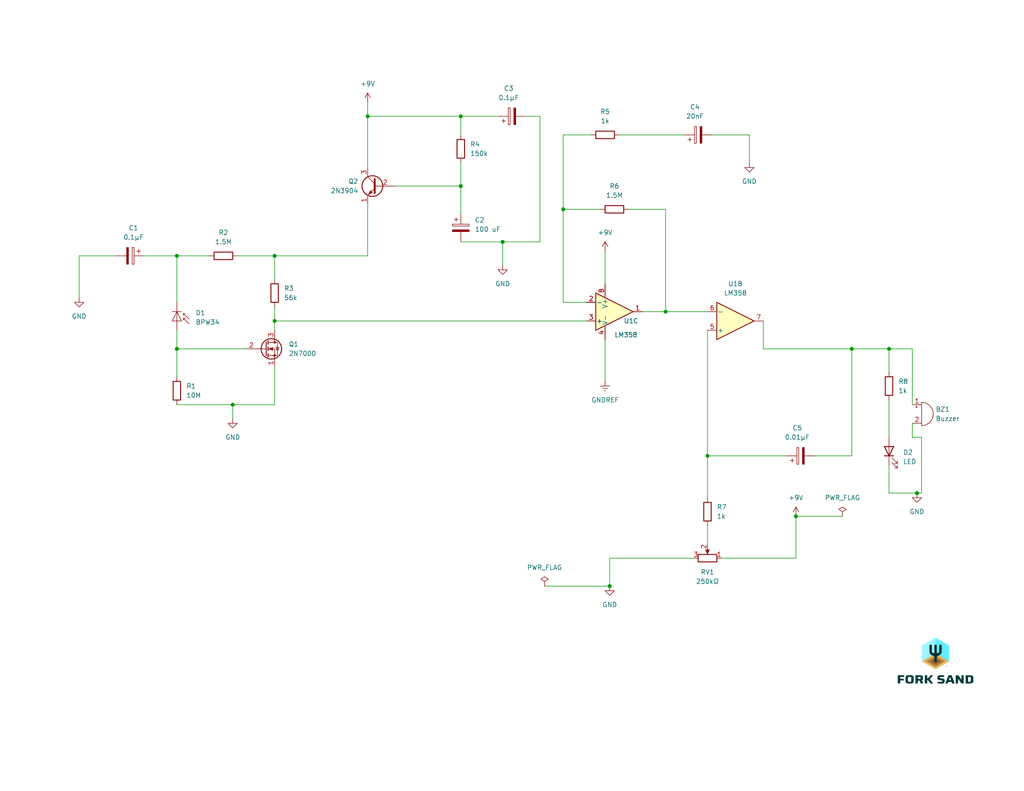
<source format=kicad_sch>
(kicad_sch (version 20211123) (generator eeschema)

  (uuid 861f2d69-fe41-4418-b7af-dad21ccba8dd)

  (paper "USLetter")

  (title_block
    (title "gammaray2usb")
    (date "2021-12-27")
    (rev "0.3")
    (company "Fork Sand, Inc.")
  )

  

  (junction (at 48.26 69.85) (diameter 0) (color 0 0 0 0)
    (uuid 0bc9ddab-a360-4348-b3ec-ff2764a1f5b1)
  )
  (junction (at 242.57 95.25) (diameter 0) (color 0 0 0 0)
    (uuid 1b9bf43e-97f6-46a4-9926-46cd2c293c29)
  )
  (junction (at 166.37 160.02) (diameter 0) (color 0 0 0 0)
    (uuid 29283075-5103-4621-86ce-da1209607465)
  )
  (junction (at 48.26 95.25) (diameter 0) (color 0 0 0 0)
    (uuid 2a4b6fc5-71b0-4bcf-8d96-4b85719ca6c3)
  )
  (junction (at 125.73 31.75) (diameter 0) (color 0 0 0 0)
    (uuid 430ddd3d-3fa9-4bf0-8075-55f6a0017a33)
  )
  (junction (at 232.41 95.25) (diameter 0) (color 0 0 0 0)
    (uuid 52830ed8-59b3-41aa-9d8a-0dd8a2eded58)
  )
  (junction (at 125.73 50.8) (diameter 0) (color 0 0 0 0)
    (uuid 5cf43895-6dba-4ed0-bcfe-073409525be1)
  )
  (junction (at 217.17 140.97) (diameter 0) (color 0 0 0 0)
    (uuid a2276cf0-b5f2-42a7-8924-7a2263715091)
  )
  (junction (at 100.33 31.75) (diameter 0) (color 0 0 0 0)
    (uuid a9f635d2-aa06-4e9e-9d14-9c8b7321f20f)
  )
  (junction (at 74.93 69.85) (diameter 0) (color 0 0 0 0)
    (uuid ba389667-cb7b-4f01-8223-77cf99e2bc5d)
  )
  (junction (at 181.61 85.09) (diameter 0) (color 0 0 0 0)
    (uuid bd28c6d6-c9dc-48fa-80ba-a17f5794652b)
  )
  (junction (at 137.16 66.04) (diameter 0) (color 0 0 0 0)
    (uuid c7c57f9b-871a-4100-9a6a-8d43d3efc6ce)
  )
  (junction (at 153.67 57.15) (diameter 0) (color 0 0 0 0)
    (uuid d7e358f9-f910-4022-91fd-6802a91968a6)
  )
  (junction (at 193.04 124.46) (diameter 0) (color 0 0 0 0)
    (uuid e5aa0cb5-0f85-4c39-b680-929183a53705)
  )
  (junction (at 74.93 87.63) (diameter 0) (color 0 0 0 0)
    (uuid ebf2e5f1-fd98-487a-a724-2a829ce88532)
  )
  (junction (at 63.5 110.49) (diameter 0) (color 0 0 0 0)
    (uuid ecd0c1ef-c372-4991-afa4-f46f61b65db5)
  )
  (junction (at 250.19 134.62) (diameter 0) (color 0 0 0 0)
    (uuid f97dccdf-aaa1-49b6-8b98-cbc41310a463)
  )

  (wire (pts (xy 137.16 66.04) (xy 137.16 72.39))
    (stroke (width 0) (type default) (color 0 0 0 0))
    (uuid 027f01d2-824a-48ec-8dad-01946f65eee2)
  )
  (wire (pts (xy 48.26 69.85) (xy 48.26 82.55))
    (stroke (width 0) (type default) (color 0 0 0 0))
    (uuid 05e762ce-b5fe-4577-9be7-b1760c4da2a9)
  )
  (wire (pts (xy 100.33 55.88) (xy 100.33 69.85))
    (stroke (width 0) (type default) (color 0 0 0 0))
    (uuid 0714a571-5854-4033-988e-a6b652790c03)
  )
  (wire (pts (xy 48.26 69.85) (xy 57.15 69.85))
    (stroke (width 0) (type default) (color 0 0 0 0))
    (uuid 0b1db9a5-f6e6-4f9c-8e85-b3f89676ec11)
  )
  (wire (pts (xy 143.51 31.75) (xy 147.32 31.75))
    (stroke (width 0) (type default) (color 0 0 0 0))
    (uuid 12010de5-ebdb-431b-83bf-f23d53fd8286)
  )
  (wire (pts (xy 193.04 90.17) (xy 193.04 124.46))
    (stroke (width 0) (type default) (color 0 0 0 0))
    (uuid 12ffd466-8764-4b62-87f5-75576a309b2e)
  )
  (wire (pts (xy 153.67 36.83) (xy 161.29 36.83))
    (stroke (width 0) (type default) (color 0 0 0 0))
    (uuid 1afd9b9b-0bd8-447c-a573-902508ffebae)
  )
  (wire (pts (xy 166.37 152.4) (xy 166.37 160.02))
    (stroke (width 0) (type default) (color 0 0 0 0))
    (uuid 1b4eab16-e843-4ed4-aaa6-213adb94b57e)
  )
  (wire (pts (xy 217.17 140.97) (xy 229.87 140.97))
    (stroke (width 0) (type default) (color 0 0 0 0))
    (uuid 1ced04b0-cc8e-4d5c-a428-d5393ae0773a)
  )
  (wire (pts (xy 100.33 69.85) (xy 74.93 69.85))
    (stroke (width 0) (type default) (color 0 0 0 0))
    (uuid 2079fe13-7a82-4106-95c0-0d0a5ab835a7)
  )
  (wire (pts (xy 74.93 83.82) (xy 74.93 87.63))
    (stroke (width 0) (type default) (color 0 0 0 0))
    (uuid 2ad9e600-8da0-46a4-a711-453d9426aebc)
  )
  (wire (pts (xy 204.47 36.83) (xy 204.47 44.45))
    (stroke (width 0) (type default) (color 0 0 0 0))
    (uuid 2b4d1772-b039-4ac7-8929-fac446d04229)
  )
  (wire (pts (xy 242.57 134.62) (xy 250.19 134.62))
    (stroke (width 0) (type default) (color 0 0 0 0))
    (uuid 30456d00-8d11-434e-8b7e-acf5db54280d)
  )
  (wire (pts (xy 222.25 124.46) (xy 232.41 124.46))
    (stroke (width 0) (type default) (color 0 0 0 0))
    (uuid 3764ee8a-fef0-4e36-8a29-5a6bc2219016)
  )
  (wire (pts (xy 193.04 124.46) (xy 193.04 135.89))
    (stroke (width 0) (type default) (color 0 0 0 0))
    (uuid 377c3330-fcde-4dc6-a5e2-7a69a42f7db9)
  )
  (wire (pts (xy 148.59 160.02) (xy 166.37 160.02))
    (stroke (width 0) (type default) (color 0 0 0 0))
    (uuid 379c17a3-1f6e-486c-aef1-941eca0997b9)
  )
  (wire (pts (xy 181.61 57.15) (xy 181.61 85.09))
    (stroke (width 0) (type default) (color 0 0 0 0))
    (uuid 3de724cf-7f91-464b-87b1-78f011725f72)
  )
  (wire (pts (xy 242.57 95.25) (xy 232.41 95.25))
    (stroke (width 0) (type default) (color 0 0 0 0))
    (uuid 3e6c70ac-53cb-4ee0-b002-686053f8975d)
  )
  (wire (pts (xy 193.04 85.09) (xy 181.61 85.09))
    (stroke (width 0) (type default) (color 0 0 0 0))
    (uuid 41e2907a-ab1a-4c42-beb4-9afe8db4ea1c)
  )
  (wire (pts (xy 166.37 152.4) (xy 189.23 152.4))
    (stroke (width 0) (type default) (color 0 0 0 0))
    (uuid 457d6d31-0e7a-4a0d-be86-7094147194a9)
  )
  (wire (pts (xy 193.04 124.46) (xy 214.63 124.46))
    (stroke (width 0) (type default) (color 0 0 0 0))
    (uuid 45a13d93-cd26-4e2a-80c0-8bb6f020a998)
  )
  (wire (pts (xy 208.28 95.25) (xy 232.41 95.25))
    (stroke (width 0) (type default) (color 0 0 0 0))
    (uuid 48a48cc4-d232-4789-9b2b-9bdc258df0b6)
  )
  (wire (pts (xy 48.26 95.25) (xy 48.26 102.87))
    (stroke (width 0) (type default) (color 0 0 0 0))
    (uuid 4aee53dd-dbe7-43a1-873e-57c5c265d300)
  )
  (wire (pts (xy 125.73 31.75) (xy 125.73 36.83))
    (stroke (width 0) (type default) (color 0 0 0 0))
    (uuid 4fe5ddb6-e58c-423d-888d-2179d8635c83)
  )
  (wire (pts (xy 39.37 69.85) (xy 48.26 69.85))
    (stroke (width 0) (type default) (color 0 0 0 0))
    (uuid 5745a909-7716-4861-a7b2-82f2c460d3f5)
  )
  (wire (pts (xy 137.16 66.04) (xy 147.32 66.04))
    (stroke (width 0) (type default) (color 0 0 0 0))
    (uuid 57889529-cacf-4948-9415-276b36300fc7)
  )
  (wire (pts (xy 147.32 31.75) (xy 147.32 66.04))
    (stroke (width 0) (type default) (color 0 0 0 0))
    (uuid 57fbb7cf-709b-4cfb-9a46-6b26ac1040ed)
  )
  (wire (pts (xy 248.92 115.57) (xy 248.92 119.38))
    (stroke (width 0) (type default) (color 0 0 0 0))
    (uuid 5b991f8b-3d4d-4110-a3de-53374124f784)
  )
  (wire (pts (xy 196.85 152.4) (xy 217.17 152.4))
    (stroke (width 0) (type default) (color 0 0 0 0))
    (uuid 5cdba82f-c5c8-4631-9e7d-5eb659550ac5)
  )
  (wire (pts (xy 107.95 50.8) (xy 125.73 50.8))
    (stroke (width 0) (type default) (color 0 0 0 0))
    (uuid 5d18c12e-e912-48d1-8ed6-bc141bc202cc)
  )
  (wire (pts (xy 100.33 27.94) (xy 100.33 31.75))
    (stroke (width 0) (type default) (color 0 0 0 0))
    (uuid 6316f6c2-2951-47a9-b2cb-4fa6721c3d5e)
  )
  (wire (pts (xy 242.57 127) (xy 242.57 134.62))
    (stroke (width 0) (type default) (color 0 0 0 0))
    (uuid 67bea634-ee9d-4488-82fc-31242a835ed3)
  )
  (wire (pts (xy 125.73 50.8) (xy 125.73 58.42))
    (stroke (width 0) (type default) (color 0 0 0 0))
    (uuid 67c939de-54ee-44d5-a51a-0dd961f143e9)
  )
  (wire (pts (xy 168.91 36.83) (xy 186.69 36.83))
    (stroke (width 0) (type default) (color 0 0 0 0))
    (uuid 695fd45d-2642-4a07-b11f-27bf6953be04)
  )
  (wire (pts (xy 248.92 119.38) (xy 251.46 119.38))
    (stroke (width 0) (type default) (color 0 0 0 0))
    (uuid 6c57581e-8826-4738-9cbf-c8d3299ec595)
  )
  (wire (pts (xy 64.77 69.85) (xy 74.93 69.85))
    (stroke (width 0) (type default) (color 0 0 0 0))
    (uuid 6fdccdf4-aa41-4c2d-a9b7-c57664e009ff)
  )
  (wire (pts (xy 125.73 31.75) (xy 135.89 31.75))
    (stroke (width 0) (type default) (color 0 0 0 0))
    (uuid 739b7503-e5c9-4467-a6f1-78ce0f2fb5b2)
  )
  (wire (pts (xy 242.57 95.25) (xy 242.57 101.6))
    (stroke (width 0) (type default) (color 0 0 0 0))
    (uuid 7777f74f-95d2-47c2-83a8-9ef71f38e9b3)
  )
  (wire (pts (xy 217.17 140.97) (xy 217.17 152.4))
    (stroke (width 0) (type default) (color 0 0 0 0))
    (uuid 79613658-9098-4815-97bb-805acad954ce)
  )
  (wire (pts (xy 125.73 66.04) (xy 137.16 66.04))
    (stroke (width 0) (type default) (color 0 0 0 0))
    (uuid 7fefefd3-5bc3-4096-a07f-09c127329dcb)
  )
  (wire (pts (xy 153.67 57.15) (xy 163.83 57.15))
    (stroke (width 0) (type default) (color 0 0 0 0))
    (uuid 87b958da-d200-4388-b9ae-8cb44679a0d0)
  )
  (wire (pts (xy 193.04 143.51) (xy 193.04 148.59))
    (stroke (width 0) (type default) (color 0 0 0 0))
    (uuid 882d1346-2070-4e47-b662-798c64e0d877)
  )
  (wire (pts (xy 21.59 81.28) (xy 21.59 69.85))
    (stroke (width 0) (type default) (color 0 0 0 0))
    (uuid 8b874d1d-36b3-4c02-90ee-2102e6e34078)
  )
  (wire (pts (xy 171.45 57.15) (xy 181.61 57.15))
    (stroke (width 0) (type default) (color 0 0 0 0))
    (uuid 8e02fecc-0880-47c8-82c0-d82d27fd30de)
  )
  (wire (pts (xy 248.92 110.49) (xy 248.92 95.25))
    (stroke (width 0) (type default) (color 0 0 0 0))
    (uuid 9680ed2c-086a-4c5c-ab5f-c9ad3ec3de20)
  )
  (wire (pts (xy 153.67 82.55) (xy 160.02 82.55))
    (stroke (width 0) (type default) (color 0 0 0 0))
    (uuid 9797f2c9-ec7b-4cba-8ea5-be5051f7e44a)
  )
  (wire (pts (xy 63.5 110.49) (xy 74.93 110.49))
    (stroke (width 0) (type default) (color 0 0 0 0))
    (uuid 9a10910f-fb9e-408c-9a9a-25feb7460e75)
  )
  (wire (pts (xy 74.93 100.33) (xy 74.93 110.49))
    (stroke (width 0) (type default) (color 0 0 0 0))
    (uuid a5e38210-4db2-4a61-8651-1975dc6dfad0)
  )
  (wire (pts (xy 242.57 109.22) (xy 242.57 119.38))
    (stroke (width 0) (type default) (color 0 0 0 0))
    (uuid a92a3d4d-1f9c-41fb-a0b0-e7b7a4a5b0f5)
  )
  (wire (pts (xy 208.28 87.63) (xy 208.28 95.25))
    (stroke (width 0) (type default) (color 0 0 0 0))
    (uuid af2932be-59ac-466f-bc62-6f0ab7349796)
  )
  (wire (pts (xy 175.26 85.09) (xy 181.61 85.09))
    (stroke (width 0) (type default) (color 0 0 0 0))
    (uuid b7a03179-ef32-44bd-813a-b071ce9eadee)
  )
  (wire (pts (xy 74.93 87.63) (xy 160.02 87.63))
    (stroke (width 0) (type default) (color 0 0 0 0))
    (uuid b89aeae6-25d4-48ce-aadf-7a4ba422fff8)
  )
  (wire (pts (xy 21.59 69.85) (xy 31.75 69.85))
    (stroke (width 0) (type default) (color 0 0 0 0))
    (uuid b95a9375-98e5-4d39-9527-0858a9b8044f)
  )
  (wire (pts (xy 153.67 57.15) (xy 153.67 36.83))
    (stroke (width 0) (type default) (color 0 0 0 0))
    (uuid b9ee212e-9b99-484c-b87b-4dd323941e1a)
  )
  (wire (pts (xy 251.46 119.38) (xy 251.46 134.62))
    (stroke (width 0) (type default) (color 0 0 0 0))
    (uuid c6d5cd6c-4a44-47ba-b31b-dd7718d21b05)
  )
  (wire (pts (xy 242.57 95.25) (xy 248.92 95.25))
    (stroke (width 0) (type default) (color 0 0 0 0))
    (uuid cb1601df-b8b0-4975-91b4-7b250ec6bac2)
  )
  (wire (pts (xy 153.67 57.15) (xy 153.67 82.55))
    (stroke (width 0) (type default) (color 0 0 0 0))
    (uuid cf7d72b3-359e-4122-abe9-6063248d737f)
  )
  (wire (pts (xy 74.93 69.85) (xy 74.93 76.2))
    (stroke (width 0) (type default) (color 0 0 0 0))
    (uuid d1591f6d-486b-4987-b452-7a1cad868982)
  )
  (wire (pts (xy 165.1 68.58) (xy 165.1 77.47))
    (stroke (width 0) (type default) (color 0 0 0 0))
    (uuid d89c2bf8-d6ba-46cd-a161-97339d293eba)
  )
  (wire (pts (xy 63.5 110.49) (xy 63.5 114.3))
    (stroke (width 0) (type default) (color 0 0 0 0))
    (uuid db3c1f36-a7a5-4800-8651-92bbac0e0374)
  )
  (wire (pts (xy 48.26 90.17) (xy 48.26 95.25))
    (stroke (width 0) (type default) (color 0 0 0 0))
    (uuid ddb81492-b685-4381-8c55-883274c096c2)
  )
  (wire (pts (xy 74.93 87.63) (xy 74.93 90.17))
    (stroke (width 0) (type default) (color 0 0 0 0))
    (uuid df29515e-93c1-4218-8ac1-a9de7a7569b2)
  )
  (wire (pts (xy 194.31 36.83) (xy 204.47 36.83))
    (stroke (width 0) (type default) (color 0 0 0 0))
    (uuid e317f4e9-3719-4c07-97f6-788d468ed91f)
  )
  (wire (pts (xy 48.26 110.49) (xy 63.5 110.49))
    (stroke (width 0) (type default) (color 0 0 0 0))
    (uuid e67f64a9-87a4-42c1-9ba8-131a189d3ff7)
  )
  (wire (pts (xy 232.41 95.25) (xy 232.41 124.46))
    (stroke (width 0) (type default) (color 0 0 0 0))
    (uuid ee6b2e0a-9230-4069-ba28-0bdb7d545818)
  )
  (wire (pts (xy 100.33 31.75) (xy 125.73 31.75))
    (stroke (width 0) (type default) (color 0 0 0 0))
    (uuid ef598296-cd50-4732-a8ca-44c25316e6d4)
  )
  (wire (pts (xy 165.1 92.71) (xy 165.1 104.14))
    (stroke (width 0) (type default) (color 0 0 0 0))
    (uuid f05c390f-203b-4b57-8b63-8ee09c9fba92)
  )
  (wire (pts (xy 100.33 31.75) (xy 100.33 45.72))
    (stroke (width 0) (type default) (color 0 0 0 0))
    (uuid f47fb7d9-c1ba-493a-9c2d-d9022d68de72)
  )
  (wire (pts (xy 125.73 44.45) (xy 125.73 50.8))
    (stroke (width 0) (type default) (color 0 0 0 0))
    (uuid f93d1eaa-ddbe-4b48-9c7d-dcd79be5d226)
  )
  (wire (pts (xy 251.46 134.62) (xy 250.19 134.62))
    (stroke (width 0) (type default) (color 0 0 0 0))
    (uuid fbed2d4a-08cb-4e89-89f2-d6a2f16429a8)
  )
  (wire (pts (xy 48.26 95.25) (xy 67.31 95.25))
    (stroke (width 0) (type default) (color 0 0 0 0))
    (uuid fcbafed2-0ffd-4568-aec9-6f785f9a2310)
  )

  (image (at 255.27 180.34) (scale 0.1)
    (uuid 61013918-dad7-413e-b4cd-42864f4823fc)
    (data
      iVBORw0KGgoAAAANSUhEUgAACYMAAAXOCAYAAAA0LqD2AAAABHNCSVQICAgIfAhkiAAAAAlwSFlz
      AAA7xAAAO8QBTdCjlQAAIABJREFUeJzs3WuQ3Xd95/nv73+OLq2+qM9pqeXYJmA5JHh2WeMkXqjZ
      qnFmGSgb8sDeGmYrLnAqQbuPBksOxjyIwQfJkpqyBwi2kKObNY7kdSxTyc5ol8nGAULIDcLVgI0Z
      MJeAEZZafbp1sXXp3z5wnBjwRZfu/p3L6/WQUnW/bSzh//d8+HcKAAAAAOhR9+a89KmZ2H5sNt78
      w9n40FQjPrwvpROluwAAAABgPlSlAwAAAABgPmw+nN/9zJE4vKqKt9cixnOOieWT8dU1k/ktpdsA
      AAAAYD6k0gEAAAAAMJc2Hs7/dqge942muPi5/+z7pyK+d/qnftnDkePGHSvSowseCAAAAADzxBgM
      AAAAgJ7Qmsnjw6fjwWYtrqp+5ur1AmOwiIiTEbH1eMT79o6l6YWpBAAAAID5YwwGAAAAQFdr5VwN
      zMTWsRRrFqWoXujXvMgY7DkHU8TtU824e19KL/6rAAAAAKDDGYMBAAAA0LU2TeffHo24a7CK4Zf6
      dS8zBntWii9WEWu3NdNn5zARAAAAABaMMRgAAAAAXWf90XzFyOl4aLSK1Wdy4DqjMdhzcuzPtfiP
      Oxvpe+fTCAAAAAALzRgMAAAAgK7xoXZuzqbYM1bF1dVZ3LbOagz2rGM5x11LZuP2j42nI2cdCgAA
      AAAFVKUDAAAAAOBMTLTzhsEqDqys4pqzGYKdo2UpxXtP1OLRNQfzDZGz/1MlAAAAAB3PEQsAAACA
      jraxnd+6vIrdwylWnOvXOIc3g/20HH+ZarFueyN9+Ty+CgAAAADMK2MwAAAAADrShql86VAVH29U
      cfn5HrHOewz2rNmUYm8+Ge/ZsSodOO+vBgAAAABzzBgMAAAAgI7SynnZspn4w2YV1y+KqObia87R
      GOw5UynFxNJGfOSulJ6Zs68KAAAAAOfJGAwAAACAjjExlW8ZrcX6gRRL5vLrzvEYLCIicsS3qhS/
      t72Z9s/tVwYAAACAc2MMBgAAAEBxGw/lNw0tjl2jKS6ej68/H2Ow53k4RazbPpa+Pm/fAQAAAADO
      gDEYAAAAAMV85EBedXpJ/PFYLa5K83ipmucxWETEyYjYeqqK23Y30tS8ficAAAAAeBHGYAAAAAAs
      uFbO9YGZ2NJMsWZximq+v98CjMGeM5ki1k814+59KS3MdwQAAACAf2IMBgAAAMCC2jydf3d5xB8M
      VjG0UN9zAcdgz/lyrmLtzkb6zIJ+VwAAAAD6mjEYAAAAAAticztfOZDigdEqVi/0UarAGOxZOfZH
      PW7cMZqeKPDdAQAAAOgzxmAAAAAAzKvWdF4xFHFfsxZX13KZe1SxMdizjuccH805Nu5amWaKVQAA
      AADQ86rSAQAAAAD0rol23nBhiidXVnFNqSFYBxhIKd5bVfHYmoP5hsi5X/8+AAAAADDPHJ4AAAAA
      mHMT7Xz9cBVbh1KMlG6JKP5msJ/1+dmItbvG0t+WDgEAAACgtxiDAQAAADBnNj2df3ngRDzYqOLy
      Tjo8ddgYLCIipxR7Tp6KW3aPpx+XjgEAAACgN3TSTQ4AAACALtXKedlgO/aM1ePaWgfenDpwDPac
      oxFx56npmNh9SXq6dAwAAAAA3a0qHQAAAABAd5uYyrf8wtGYHK/HdZ04BOtwgxFxW304vvbOQ/lt
      pWMAAAAA6G6OcwAAAACck82H8tVDi+K+kSpWlm55OR38ZrCf9clIcdOOZvpq6RAAAAAAuo8xGAAA
      AABn5Y6pfEmtivsbKd5Qdcl1qYvGYBERpyJi1+nFceu9w+mp0jEAAAAAdI8uOdcBAAAAUFor5/rA
      TGxZUcWaekRVuudsdNkY7DmHU8QHLmrGllZKp0rHAAAAAND5jMEAAAAAeFmb2/mmRhWbBlIsLd1y
      Lrp0DPacb6YUN21vpk+UDgEAAACgsxmDAQAAAPCi1rfz60dS3N+oYnXplvPR5WOwZ+XYX9Vj3bbR
      9O3SKQAAAAB0JmMwAAAAAH5OayaPD5+OB5u1uKrqgQtST4zBnnUyIrYej3jf3rE0XToGAAAAgM7S
      A6c8AAAAAOZKK+dq6XTcOVbFjYtT1Er3zJUeGoM958lI0Wo3Yue+lHrrrwwAAACAc2YMBgAAAEBE
      RGyazr89GnHXYBXDpVvmWg+OwZ6V4gtVxLptzfTZ0ikAAAAAlGcMBgAAANDn1h/NV4ycjr2NKi4r
      3TJfenYM9qycIh6areI9Oxvpe6VjAAAAACjHGAwAAACgT7VyHhpsx30r6nFt1eN3oh4fgz3nWETc
      MXwsPvjhV6TjpWMAAAAAWHhV6QAAAAAAFt5EO2/4hSNxeLwe1/X6EKyPLIuI22aWxeNrDuYbImf/
      vQIAAAD0GQchAAAAgD6ysZ3furyK3cMpVpRuWUh98mawn5bjL1Mt1m1vpC+XTgEAAABgYRiDAQAA
      APSBDVP50qEqPt6o4vJ+PAj15RjsWbMpxd58Mt6zY1U6UDoGAAAAgPnVj7c/AAAAgL7RynnZspn4
      w2YV1y+KqEr3lNLHY7DnTKUUE0sb8ZG7UnqmdAwAAAAA88MYDAAAAKBHTUzlW0br8YGBiKWlW0oz
      Bvtnj6cU797eTPtLhwAAAAAw94zBAAAAAHrMxkP5TUOLY9doiotLt3QKY7Cf83CKWLd9LH29dAgA
      AAAAc8cYDAAAAKBHfORAXnV6SfzxWC2uSq4+P8UY7AWdjIitVYr3b2umdukYAAAAAM6fsyAAAABA
      l2vlXB+YiS3NFGsWp6hK93QiY7CXdChFbJhqxt37UvJ3CQAAAKCLGYMBAAAAdLHN0/l3l0f8wWAV
      Q6VbOpkx2BnI8aVci3U7G+kzpVMAAAAAODfGYAAAAABdaHM7XzmQ4oHRKlY78Lw8Y7CzkGN/1OPG
      HaPpidIpAAAAAJwdt0IAAACALtKaziuGIu5r1uLqWnbbOVPGYGfteM7x0Zxj466VaaZ0DAAAAABn
      piodAAAAAMCZmWjnDRemeHJlFdcYgjHPBlKK91ZVPLrmYL4hcvbPGwAAAEAXcMQBAAAA6HAT7Xz9
      cBUfG0qxvHRLt/JmsPP2+dmItbvG0t+WDgEAAADgxRmDAQAAAHSoW9v51WMp9jWquNwR5/wYg82J
      nFLsOXkqbtk9nn5cOgYAAACAn+eOCAAAANBhWjkvG2zHnhX1uLZyv5kTxmBz6mhE3HlqOiZ2X5Ke
      Lh0DAAAAwL+oSgcAAAAA8C8mpvItFxyNyfF6XGcIRocajIjb6svjkXceym8rHQMAAADAv3BQBAAA
      AOgAmw/lq4cWxX0jVaws3dKLvBlsXn2ySrFuWzM9UjoEAAAAoN8ZgwEAAAAUdMdUvqRWxf2NFG+o
      XGrmjTHYvDsVEbtOL45b7x1OT5WOAQAAAOhXTowAAAAABbRyrg/MxJaxKtYsiqhK9/Q6Y7AFczhF
      fOCiZmxppXSqdAwAAABAvzEGAwAAAFhgm9v5pkYVmwZSLC3d0i+MwRbcYynF721vpk+UDgEAAADo
      J8ZgAAAAAAtkfTu/fiTF/Y0qVpdu6TfGYIXk2F/VY9220fTt0ikAAAAA/cAYDAAAAGCetWby+PDp
      eLBZi6sq15gijMGKOhkRW49HvG/vWJouHQMAAADQy5wfAQAAAOZJK+dq6XTc2azFu5ZE1Ev39DNj
      sI7wZKRoXdyIHa2UZkvHAAAAAPQiYzAAAACAebCpnd8xmmLLYBXDpVswBusoKb6QI9bubKa/Lp0C
      AAAA0GuMwQAAAADm0Pqj+YqR07G3UcVlpVv4F8ZgHSeniIdmq3jPzkb6XukYAAAAgF5hDAYAAAAw
      B1o5Dw22474V9bi2cnPpOMZgHetYRNxxajomdl+Sni4dAwAAANDtqtIBAAAAAN1uop03XHQkJsfr
      cZ0hGJyVZRFxW30kvrXmYL4hcvb7BwAAAOA8OK4AAAAAnKON7fzW5VXsHk6xonQLL82bwbpEik/P
      pli3q5G+UjoFAAAAoBsZgwEAAACcpQ1T+dKhKj7eqOJyx5XuYAzWVWZTir21E3HzPRekn5SOAQAA
      AOgm7pUAAAAAZ+jenJc+NRPbm1VcvyiiKt3DmTMG60pTKcXEVCM+vC+lE6VjAAAAALqBoyUAAADA
      Gdg0nW9+5mgcXlXF2w3BYEGM5hwTyyfjkf9jMv9m6RgAAACAbuDNYAAAAAAvYeOh/KahxbFrNMXF
      pVs4d94M1hMeThHrto+lr5cOAQAAAOhUxmAAAAAAL+AjB/Kq00vij8dqcVVyQel6xmA942REbK1S
      vH9bM7VLxwAAAAB0GqdMAAAAgOdp5VwfmIktzRRrFic/DrJXGIP1nEMpYsNUM+7el5L/ZgEAAAD+
      iTEYAAAAwD/ZdDj/zmgtPjpYxVDpFuaWMViPyvGlXIt1OxvpM6VTAAAAADqBMRgAAADQ9zZP5V8b
      qOLB0SpWO5b0JmOwHpdjf9Tjxh2j6YnSKQAAAAAluW8CAAAAfas1nVcMRdzXrMXVtexO0suMwfrC
      8ZzjoznHxl0r00zpGAAAAIASqtIBAAAAACVMtPOGC1M8ubKKawzBoCcMpBTvrap4dM3BfEPk7Pc1
      AAAA0HccRAAAAIC+MtHO1w9X8bGhFMtLt7BwvBmsL31+NmLtrrH0t6VDAAAAABaKMRgAAADQF25t
      51ePpdjXqOJyB5H+YwzWt3JKsefkqbhl93j6cekYAAAAgPnm9gkAAAD0tFbOywbbsWdFPa6t3EL6
      ljFY3zsaEXcONGPzXSk9UzoGAAAAYL5UpQMAAAAA5svEVL7lgqMxOV6P6wzBoK8NRsRtxw/H1955
      KL+tdAwAAADAfHEEBQAAAHrO5kP56qFFcd9IFStLt9AZvBmMn/HJKsW6bc30SOkQAAAAgLlkDAYA
      AAD0jDum8iW1Ku5vpHhD5erB8xiD8QJORcSu04vj1nuH01OlYwAAAADmgrMoAAAA0PVaOdcHZmLL
      WBVrFkVUpXvoPMZgvITJFLH+omZsaaV0qnQMAAAAwPkwBgMAAAC62uZ2vqlRxaaBFEtLt9C5jME4
      A4/liJt2jqX/VjoEAAAA4FwZgwEAAABdaX07v34kxf2NKlaXbqHzGYNxxnLsn63H2l2j6TulUwAA
      AADOljEYAAAA0FVa03nF8Gw81KzFVZXLBmfIGIyzdCIi7jke8b69Y2m6dAwAAADAmXIyBQAAALpC
      K+dq6XTc2azFu5ZE1Ev30F2MwThHT0aK1sWN2NFKabZ0DAAAAMDLMQYDAAAAOt6mdn7HaIotg1UM
      l26hOxmDcV5SfCFHrN3ZTH9dOgUAAADgpRiDAQAAAB1r/dF8xcjp2Nuo4rLSLXQ3YzDmQE4RD6UU
      N29rpu+XjgEAAAB4IcZgAAAAQMdp5Tw02I77xupxbc39gjlgDMYcOhYRd5yajondl6SnS8cAAAAA
      PF9VOgAAAADg+SbaecNFR2JyvB7XGYIBHWhZRNxWH4nH1xzMN5SOAQAAAHg+B1UAAACgI2yYzG9p
      1OM/D1exonQLvcebwZg3KT49m2Ldrkb6SukUAAAAAGMwAAAAoKgNU/nSoSo+3qjicocK5osxGPNs
      NqXYWzsRN99zQfpJ6RgAAACgf7mxAgAAAEXcm/PSp2Zie7OK6xdFVKV76G3GYCyQqZRiYqoRH96X
      0onSMQAAAED/cWgFAAAAFtym6XzzM0fj8Koq3m4IBvSQ0ZxjYvlkPPLOyfzW0jEAAABA//FmMAAA
      AGDBbDyY3zi0JHaPpri4dAv9xZvBKOTh0xFr7x1L3ygdAgAAAPQHYzAAAABg3rVm8vjw6XhwrBZX
      JdcICjAGo6CTEbG1SvH+bc3ULh0DAAAA9DbnVwAAAGDetHKuBmZi61iKNYuSHwdJOcZgdIBDKWLD
      VDPu3peSfxoBAACAeWEMBgAAAMyLTYfz74zW4qODVQyVbgFjMDpGji9FFWt3NNNflU4BAAAAeo8x
      GAAAADCnNk/lXxuo4sHRKlY7PNApjMHoODn212vxrnsa6bulUwAAAIDe4SYLAAAAzIkPtXNzNsWe
      Zi2urmU3BzqLMRgd6njO8dEls3H7x8bTkdIxAAAAQPerSgcAAAAA3W+inTcMVXFgZRXXGIIBnLGB
      lOK9J2rx2JqD+YbI2Z+fAAAAwHlxXAAAAADO2e3t/FuNKrYOpVheugVeijeD0SU+FxFrd4ylvysd
      AgAAAHQnYzAAAADgrN3azq8eS7GvUcXljgt0A2MwukhOKfacPBW37B5PPy4dAwAAAHQX91oAAADg
      jLVyXjbYjj0r6nFt5a5AFzEGowsdjYg7B5qx+a6UnikdAwAAAHSHqnQAAAAA0B0mpvItFxyNyfF6
      XGcIBjDvBiPituOH42vvPJTfVjoGAAAA6A4OtwAAAMBL2jyV3zxcxR8NVzFeugXOlTeD0QP+IqdY
      t7OZvlY6BAAAAOhcxmAAAADAC7r9cH7lslo80EjxhsoFgS5nDEaPOBURu6pF8fvbRtLB0jEAAABA
      53HKBQAAAH5KK+f6wExsGatizaKIqnQPzAVjMHrMZIpYf1EztrRSOlU6BgAAAOgcxmAAAADAP9t0
      OK9rLIpNyyIGSrfAXDIGo0c9liNu2jmW/lvpEAAAAKAzGIMBAAAAsb6dXz+S4v5GFatLt8B8MAaj
      p+XYP1uPtbtG03dKpwAAAABlGYMBAABAH2tN5xXDs/FQsxZXVa4E9DBjMPrAiYi453jE+/aOpenS
      MQAAAEAZzrwAAADQh1o5V0un485mLd61JKJeugfmmzEYfeTJSNG6uBE7WinNlo4BAAAAFpYxGAAA
      APSZTe38jtEq7h5MMVK6BRaKMRh96B9yinU7m+mvS4cAAAAAC8cYDAAAAPrExsP5dYO1uL9RxWWl
      W2ChGYPRp3KKeCiluHlbM32/dAwAAAAw/4zBAAAAoMe1ch4abMd9Y/W4tuYWQJ8yBqPPHYuIO05N
      x8TuS9LTpWMAAACA+VOVDgAAAADmz0Q7b7joSEyO1+M6QzCAvrUsIm6rj8Tjaw7mG0rHAAAAAPPH
      ERgAAAB60IbJ/JZGPf7zcBUrSrdAJ/BmMHieFJ+eTbFuVyN9pXQKAAAAMLeMwQAAAKCHbJjKlw5V
      8fFGFZd76Id/YQwGP2c2pdhbOxE333NB+knpGAAAAGBuuAsDAABAD7g356VPzcT2ZhXXL4qoSvdA
      pzEGgxc1lVJMTDXiw/tSOlE6BgAAADg/jsMAAADQ5TZN55ufORKHV1XxdkMwAM7SaM4xsXwyHnnn
      ZH5r6RgAAADg/HgzGAAAAHSpjQfzG4eWxO7RFBeXboFO581gcMYePh2x9t6x9I3SIQAAAMDZMwYD
      AACALtOayePDp+PBsVpclTzZwxkxBoOzcjIitlYp3r+tmdqlYwAAAIAz52QMAAAAXaKVczUwE1vH
      UqxZlPw4SDgbxmBwTg6liA1Tzbh7X0p+BwEAAEAXMAYDAACALrDpcP6d0Vp8dLCKodIt0I2MweA8
      pPhiRKzb0Ux/VToFAAAAeGnGYAAAANDBNk/lXxuo4sHRKlZ7iIdzZwwGcyDH/not3nVPI323dAoA
      AADwwtyRAQAAoAN9qJ2bsyn2NGtxdS17fofzZQwGc+Z4zvHRJbNx+8fG05HSMQAAAMBPq0oHAAAA
      AD9top03DFVxYGUV1xiCAdBhBlKK956oxWNrDuYbImf/OwUAAAAdxIM6AAAAdIjb2/m3GlVsHUqx
      vHQL9BpvBoN587mIWLtjLP1d6RAAAADAGAwAAACKu7WdXz2WYl+jiss9qMP8MAaDeTWbUuzNJ+M9
      O1alA6VjAAAAoJ+5MQMAAEAhrZyXDbZjz4p6XFt5Rod5ZQwGC+JoRNw50IzNd6X0TOkYAAAA6EdV
      6QAAAADoRxNT+ZYLjsTkeD2uMwQDoEcMRsRtxybjkXceym8rHQMAAAD9yLEZAAAAFtDmqfzm4Sr+
      aLiK8dIt0E+8GQyK+IucYt3OZvpa6RAAAADoF8ZgAAAAsABuP5xfuawWDzRSvKHyNA4LzhgMijkV
      EbuqRfH720bSwdIxAAAA0OucnwEAAGAetXKuD8zElrEq1iyKqEr3QL8yBoPiJlPE+qlm3L0vJb8b
      AQAAYJ4YgwEAAMA82XQ4r2ssik3LIgZKt0C/MwaDjvFoirhp+1j6s9IhAAAA0IuMwQAAAGCObW7n
      KwdSPDBaxWoP3tAZjMGgw+TYP1uPtbtG03dKpwAAAEAvcZMGAACAOdKaziuGZ+OhZi2uqjxxQ0cx
      BoOOdCIi7pmdjVt3rUwzpWMAAACgFzhNAwAAwHlq5VwtnY47m1W8a0mKeuke4OcZg0FH+1Gk+MDF
      jdjRSmm2dAwAAAB0M2MwAAAAOA8b2/ntjSq2DKYYKd0CvDhjMOgK/5Ai1m4fS39TOgQAAAC6lTEY
      AAAAnIONh/PrBmtxf6OKy0q3AC/PGAy6Rk4RD6UUN29rpu+XjgEAAIBuYwwGAAAAZ6GV87LBduwZ
      q8e1Nc/V0DWMwaDrHI2IO09Nx8TuS9LTpWMAAACgW1SlAwAAAKBbTLTzhguPxtR4Pa4zBAOAeTUY
      EbfVR+LxNQfzDaVjAAAAoFs4XAMAAMDL2DCZ3zJaj90jVaws3QKcG28Gg+6WUnwqR6zb0UxfLd0C
      AAAAncwYDAAAAF7EHVP5knoVf9Ko4nIP0NDdjMGgJ8ymFHtrJ+Lmey5IPykdAwAAAJ3ILRsAAAB+
      xr05L31qJraPVXF9PaIq3QOcP2Mw6CmHU4oPTjXiw/tSOlE6BgAAADqJgzYAAAA8z+bD+d3PHInD
      q6p4uyEYAHSkRs4xsXwyvrpmMr+ldAwAAAB0Em8GAwAAgIjYeDC/cWhJ7B5NcXHpFmDueTMY9LSH
      T0esvXcsfaN0CAAAAJRmDAYAAEBfa83k8eHT8WCzFldVnpKhZxmDQc87GRFbqxTv39ZM7dIxAAAA
      UIozNwAAAH2plXM1MBNbx1KsWZT8OEjodcZg0DcOpYgNU824e19KftcDAADQd4zBAAAA6DubpvNv
      j0bcNVjFcOkWYGEYg0GfSfHFiFi3o5n+qnQKAAAALCRjMAAAAPrG5qn8awNVPDhaxWoPxNBfjMGg
      T+XYX6/Fu+5ppO+WTgEAAICF4PYNAABAz/tQOzdnU+wZq+LqyrMw9CVjMOhrx3KOu5bMxu0fG09H
      SscAAADAfKpKBwAAAMB8mmjnDYNVHFhZxTWGYADQl5alFO89UYtH1xzMN0TO/n0AAACAnuWhFwAA
      gJ50ezv/VqOKrUMplpduAcrzZjDgOTni71PEuh1j6e9KtwAAAMBcMwYDAACgp9zazq8eS7GvUcXl
      HnqB5xiDAT9jNqXYm0/Ge3asSgdKxwAAAMBccRcHAACgJ7RyXjbYjj0r6nGtHwcJ/CxjMOBFHImI
      /zTQjM13pfRM6RgAAAA4X1XpAAAAADhfE1P5lguOxOR4Pa4zBAMAzsJQRNx2bDIeeeeh/LbSMQAA
      AHC+HMgBAADoWpun8puHqrhvpIpVpVuAzubNYMAZ+oucYt3OZvpa6RAAAAA4F8ZgAAAAdJ3bD+dX
      LqvFA80Ub0iebIEzYAwGnIVTEbGrWhS/v20kHSwdAwAAAGfDyRwAAICu0cq5PjATW8aqWLMooird
      A3QPYzDgHEymiPVTzbh7X0r+BAEAAKArGIMBAADQFT7YzjeO1GJiWcRA6Rag+xiDAefh0RRx0/ax
      9GelQwAAAODlGIMBAADQ0Ta385UDKR4YrWK1h1jgXBmDAectx/7ZeqzdNZq+UzoFAAAAXow7OgAA
      AB2pNZ1XDM/GQ41aXFXz9AqcJ2MwYI6ciIh7Zmfj1l0r00zpGAAAAPhZzukAAAB0lFbO1dLpuLNZ
      xbuWpKiX7gF6gzEYMMd+FCk+cHEjdrRSmi0dAwAAAM8xBgMAAKBjbGzntzeq2DKYYqR0C9BbjMGA
      efIPKWLt9rH0N6VDAAAAIMIYDAAAgA6w8XB+3WAt7m9UcVnpFqA3GYMB8yiniIdSipu3NdP3S8cA
      AADQ34zBAAAAKKaV87LBduwZq8e1Nc+owDwyBgMWwNGIuPPUdEzsviQ9XToGAACA/lSVDgAAAKA/
      TbTzhguPxtR4Pa4zBAMAesBgRNxWH4nH1xzMN5SOAQAAoD85tgMAALCgNkzmt4zWY/dIFStLtwD9
      w5vBgIWWUnwqR6zb0UxfLd0CAABA/zAGAwAAYEHcMZUvqVfxJ40qLvcwCiw0YzCgkNmUYu+pRfHu
      e4fTU6VjAAAA6H3u7wAAAMyre3Ne+tRMbB+r4vp6RFW6B+hPxmBAYYdTig9ONeLD+1I6UToGAACA
      3uUIDwAAwLzZfDi/+5kjcXhVFW83BAMA+lgj55hYPhlfXTOZ31I6BgAAgN7lzWAAAADMuY0H8xuH
      lsTu0RQXl24BiPBmMKDjPBw5btyxIj1aOgQAAIDeYgwGAADAnGnN5PHh0/FgsxZXVZ44gQ5iDAZ0
      oJMRsfV4xPv2jqXp0jEAAAD0Bqd5AAAAzlsr52pgJraOpVizKPlxkEDnMQYDOtjBFHH7VDPu3peS
      P6kAAAA4L8ZgAAAAnJdN0/m3RyPuGqxiuHQLwIsxBgM6XoovVhFrtzXTZ0unAAAA0L2MwQAAADgn
      64/mK0ZOx0OjVaz2cAl0OmMwoGvk2J9r8R93NtL3SqcAAADQfdzrAQAAOCsfaufmbIo9Y1VcXXmu
      BLqEMRjQZY7lHHctmY3bPzaejpSOAQAAoHtUpQMAAADoHhPtvGGwigMrq7jGEAwAYN4sSynee6IW
      j645mG+InP17FwAAAGfEAyQAAAAv6/aZ/L83Iv5wKMXy0i0A58KbwYBuliP+vpZj7bYV6e9LtwAA
      ANDZjMEAAAB4URum8qVDVXy8UcXlHiCBbmYMBvSA2ZRibz4Z79mxKh0oHQMAAEBncssHAADg57Ry
      XjbYjj1j9bi25tkR6AHGYEAPORIR/2mgGZvvSumZ0jEAAAB0lqp0AAAAAJ1lYirfcsGRmByvx3WG
      YAAAHWfCH0RsAAAgAElEQVQoIm47NhmPvPNQflvpGAAAADqLoz4AAAAREbHxUH7TyKL4o5EqVpVu
      AZhr3gwG9LCHU8S67WPp66VDAAAAKM8YDAAAoM/dfji/clktHmimeEPylAj0KGMwoMedjIh7q0Xx
      +9tG0sHSMQAAAJTjzA8AANCnWjnXB2ZiSzPFmsUpqtI9APPJGAzoE5MpYv1UM+7el5I/9QAAAPqQ
      MRgAAEAf+mA73zhSxcSyFAOlWwAWgjEY0GceTRE3bR9Lf1Y6BAAAgIVlDAYAANBHNrfzlQMpHhit
      YrUHQqCfGIMBfSnH/qjHjTtG0xOlUwAAAFgYbv8AAAB9oDWdVwzPxkONWlxV8yQI9CFjMKCPnYiI
      e2Zn49ZdK9NM6RgAAADml48AAAAAelgr52rpdNzZrOJdS1LUS/cAlGIMBhA/ihQfuLgRO1opzZaO
      AQAAYH4YgwEAAPSoiXa+friKrUMpRkq3AJRmDAbwzz4/G7F211j629IhAAAAzD1jMAAAgB6z8XB+
      3WAt7h+t4jIPfQDPMgYD+Ck5RTx0KuLd946lH5SOAQAAYO74XAAAAKBHtHJeNtiOPWP1uLbmeQ/g
      pxiDAbygoxFx56npmNh9SXq6dAwAAADnryodAAAAwPmbaOcNFx6NqfF6XGcIBgDAGRqMiNvqI/HN
      NQfzDaVjAAAAOH8+IAAAAOhimw/lq4cWxX0jVaws3QLQybwZDOCMfDJS3LSjmb5aOgQAAIBzYwwG
      AADQhe6YypfUq/iTRhWXe7ADeHnGYABnbDal2HtqUbz73uH0VOkYAAAAzo7PDAAAALpIK+f6wExs
      WVHFmnpEVboHoFsYgwGctcMp4gMXNWNLK6VTpWMAAAA4M8ZgAAAAXWLz4fzuRj1uH0ixtHQLQLcx
      BgM4Z9+MFL+3o5n+39IhAAAAvDxjMAAAgA73wWP5DUtOxd5GFatLtwB0K2MwgPOUY39Vj3XbRtO3
      S6cAAADw4ozBAAAAOlRrJo8Pn44Hm7W4qvL0BnBejMEA5sTJiNh6POJ9e8fSdOkYAAAAfp6PEwAA
      ADpMK+dq6XTcOVbFjYtT1Er3APQCYzCAOfVkpGi1G7FzX0r+dAUAAOggxmAAAAAdZNN0/u3RiLsG
      qxgu3QLQS4zBAOZBii9WEWu3NdNnS6cAAADwLGMwAACADrD+aL5i5HTsbVRxWekWgF5kDAYwb3KK
      eGi2ivfsbKTvlY4BAADod8ZgAAAABbVyHhpsx30r6nFt5RkNYN4YgwHMu2MRccfwsfjgh1+RjpeO
      AQAA6FdV6QAAAIB+NdHOG37hSBwer8d1hmAAAHS5ZRFx28yyeHzNwXxD5OzfbwEAAArwMAYAALDA
      NrbzW5dXsXs4xYrSLQD9wpvBABZYjr9MtVi3vZG+XDoFAACgnxiDAQAALJANU/nSoSo+3qjicg9j
      AAvLGAygiNmUYm8+Ge/ZsSodKB0DAADQD3z+AAAAMM9aOS9bNhN/2Kzi+kURVekegH5kDAZQ1FRK
      MbG0ER+5K6VnSscAAAD0MmMwAACAeTQxlW8ZrcX6gRRLSrcA9DNjMIDycsS3qhS/t72Z9pduAQAA
      6FXGYAAAAPNg46H8pqHFsWs0xcWlWwAwBgPoMA+niHXbx9LXS4cAAAD0GmMwAACAOfSRA3nV6SXx
      x2O1uCp54gLoGMZgAB3nZERsPVXFbbsbaap0DAAAQK/w0QQAAMAcaOVcH5iJLc0UaxanqEr3APDT
      jMEAOtZkilg/1Yy796XkT2oAAIDzZAwGAABwnjZP599dHvEHg1UMlW4B4IUZgwF0vC/nKtbubKTP
      lA4BAADoZsZgAAAA52hzO185kOKB0SpWe7gC6GzGYABdIsf+qMeNO0bTE6VTAAAAupHPKwAAAM5S
      azqvGIq4r1mLq2vZcxVANzAGA+gqx3OOj+YcG3etTDOlYwAAALpJVToAAACgm0y084YLUzy5sopr
      DMEAAGBeDKQU762qeGzNwXxD5OzfuwEAAM6QBygAAIAzMNHO1w9XsXUoxUjpFgDOnjeDAXS1z89G
      rN01lv62dAgAAECnMwYDAAB4CZuezr88cCIebFRxuQcogO5lDAbQ9XJKsefkqbhl93j6cekYAACA
      TuWzDAAAgBfQynnZYDv2jNXj2ppnJ4CuZwwG0DOORsSdp6ZjYvcl6enSMQAAAJ2mKh0AAADQaSam
      8i2/cDQmx+txnSEYAAB0lMGIuK2+PB5556H8ttIxAAAAncaHGgAAAP9k86F89dCiuG+kipWlWwCY
      W94MBtCzPlmlWLetmR4pHQIAANAJjMEAAIC+d8dUvqRWxf2NFG+oPCUB9CRjMICedioidp1eHLfe
      O5yeKh0DAABQko85AACAvtXKuT4wE1tWVLGmHlGV7gFg/hiDAfSFwyniAxc1Y0srpVOlYwAAAEow
      BgMAAPrS5na+qVHFpoEUS0u3ADD/jMEA+spjKcXvbW+mT5QOAQAAWGjGYAAAQF9Z386vH0lxf6OK
      1aVbAFg4xmAAfSjH/qoe67aNpm+XTgEAAFgoxmAAAEBfaM3k8eHT8WCzFldVnoQA+o4xGEDfOhkR
      W49HvG/vWJouHQMAADDffAQCAAD0tFbO1dLpuLNZi3ctiaiX7gGgDGMwgL73ZKRoXdyIHa2UZkvH
      AAAAzBdjMAAAoGdtaud3jKbYMljFcOkWAMoyBgMgIiJSfKGKWLetmT5bOgUAAGA+GIMBAAA9Z/3R
      fMXI6djbqOKy0i0AdAZjMACeJ6eIh2areM/ORvpe6RgAAIC5ZAwGAAD0jFbOQ4PtuG9FPa6tPO8A
      8DzGYAC8gGMRccfwsfjgh1+RjpeOAQAAmAtV6QAAAIC5MNHOGy46EpPj9bjOEAwAADgDyyLitpll
      8fiag/mGyNlzBAAA0PU82AAAAF1tYzu/dXkVu4dTrCjdAkDn8mYwAF5Wjr+crcXaXY30ldIpAAAA
      58oYDAAA6EobpvKlQ1V8vFHF5R5sAHg5xmAAnKHZlGJv7UTcfM8F6SelYwAAAM6Wz0wAAICucm/O
      S5+aie3NKq5fFFGV7gGgOxiDAXCWplKKiaWN+MhdKT1TOgYAAOBMGYMBAABdY9N0vrlZxYaBiKWl
      W4AXdurkyZh86kBMT07Gkel2zLSn4tiRmTh18mRERDzz9PGo1xdFrV6PRYsXx+LFS2JodDSGRxsx
      vHw0GitWxsDgUOG/CrrVkel2TB+ejJmpwzE9dTiOttsREXHs6JE4fDrHVE6x+J/++VoyPBJLR5sx
      sHw0BhpjsWRkecl0utiJo0fi2KGn4un2VDzdPhxPt6fi1Iln4vSJEzF7+lTMnjwZ9aUDERFRW7Qo
      Fg8Nx9KR0Vg6sjwGGmMxuGI8qkWLCv9VAC/h8ZTi3dubaX/pEAAAgDNhDAYAAHS8jYfym4YWx67R
      FBeXbgGedfrUqfjHJ74d3338sfjuNx+NH//ge/GTJ38Ykwd+HLOzs+f1tYeXj8b4RRfH+EWviFes
      /qW45Fcui1f9ymWxbGh4jurpdpNP/SSeeOwb8d3HH40ff/97ceCHP4gD//iDePr4sXP+mosGlsXI
      Ra+IkQtfEaMXvzLGXv2aWPnL/yoGV66aw3K62YkjM3HwW4/GwW89FpNPfCumf/SPMf2jH8TT7anz
      +rqpqmJo/IIYvuCiGP3FV8XYL70mVvzSa6LxqkujqtfnqB6YAw+niHXbx9LXS4cAAAC8FGMwAACg
      Y33kQF51ekn88VgtrkqeXqCo06dPx3ce/Vp84wufj2988fPx37/xSJw6cWLBvn9KKS64+Bfjsl/9
      9fgffv31cdkVvx6DwyML9v0p66knfxRf//zfxde/8Ln45le/FO3JQwv2vQdGm3HBa6+Ii3719XHh
      Ff9zjFxol9wvnpmZjie/8g/xwy99Ln70pc9H+4ffj8h5wb5/bfHiGH/Na+PCK66MC193Zax8zf8Y
      Va22YN8feEEnI2JrleL925qpXToGAADghfg4BQAA6DitnOsDM7GlmWLN4hRV6R7oV6dPn45Hv/j5
      +NynH44vfOZTcWS6cz7zTFUVv/La18Xr3/jm+PV/87/GSKNZOok59sPvfic+96k/j7//5J/Hk9//
      bumcf7b8ol+M1b/x5lj9G2+OxitXl85hjj09dTie+Own4zuf/v/ix1/7UuTzfNPhXFoysjxe9b/8
      21j9b/5d/MLrrjQMg7IOpYgNU824e19Kp0vHAAAAPJ8xGAAA0FE2Hc6/M1qLjw5WMVS6BfrV5E8O
      xKf+y8fjL/+f/3tB38B0rqqqite+/l/Hv7vuP8Rrr3xDpMqGtFudePrp+Js//0T8xZ/ui+//98dL
      57ys5qW/HP/qN/99/NIbr4n60oHSOZyjPDsbP/zC38U3/uu++MHn/rqjBmAvZqAxFq+55tp4zVv/
      Nz/KFErK8aVci3U7G+kzpVMAAACeYwwGAAB0hM3tfOVAigdGq1jtQQXK+Mcnvh1/eu+2+MJffSpm
      u2AM8UJWXfSKePPbfit+4zevi/qiRaVzOEMz7an4xAN/FJ/+r38SR2emS+ectcVDw/Gat1wX/9O/
      f0csHW2UzuEMzZ48GY994k/j63/yfz37IyC7UFWrxSv/9W/Er77j/4zGqy4tnQP9K8f+qMeNO0bT
      E6VTAAAAfMYCAAAU1ZrOK4Yi7mvW4upa9owCJfzkR//4/7N35392l/X9h9/nzAJJSCCTkJBACIQQ
      QGTfRFAQl6Ji0YpSFREhglgWUUFB1IBs34qKsli0BUFECwrWsgeiuCAQQJYQIAlZyEYSsk4yM5nt
      8/2hrdUKmJzJzD3nPtf1BzhPzuMMx/mcF/cdt113bTz8wL1VcSLOhhi+zah4/yc+FYcceVSUnRTW
      b7W1tsQ9P70p7rnlx9Hasi51To81DBgYexxzXOzxwY9Fw8BBqXN4DUV3d8x64K544kffj+aXF6XO
      2SRK5XKMO/xdsd/xp8SQ0WNS50Ctai2K+G5RxMXXbV1qTh0DAADULl+0AAAAyVy2uvh6Uzm+tFkp
      6lO3QC3q6uqKB26/JX72r9fE+tbW1Dm9YsxOO8dJ53wldtz1DalT+D+efOi3ccO3L4sVS5ekTtnk
      BmzVFG8+7ZzY8a3vSJ3C/7Fi9sz47bcvimUvPJs6pVfUNTTGXv94Quz9j5+MstMRIZWFUcR5/zos
      fhSlUpE6BgAAqD3GYAAAQJ+7bHXx0cHluGaLUmyZugVq1UuzZsS1F381FsyelTql19XV1cW7PvTR
      OOakU6O+sTF1Ts1rXr0qbvjmpTH1wQdSp/S6HQ89Ig4587zYfMutUqfUvO6Ojnjshu/FtJ//OLq7
      ulLn9LqmHcfH4edcGE07TUidArVsanfEmdcNK/0hdQgAAFBbjMEAAIA+c/7qYudhpbh1aDn28scI
      pPPwA/fGdd+4KNvTwF7LDhN2jdO//o0Yvs2o1Ck166VZM+K7538hli3O42q+DTFo+Ih4x6TLY+sJ
      TqdLpWX5srj/61+MpdOfTp3Sp+oaGuOQM8+NCe96X+oUqGVFqRQ3dXTGOT8cUXo5dQwAAFAbfP8C
      AAD0uklFMXDQ6rhpeH28v+zvEEimKIq45dor466f3Jg6JZkthzbFGRddHuPfuGfqlJrz2G+mxLUX
      fzXa29pSp/S5+sbN4rBzLnBtZAJLn58Wk7/2+WhduTx1SjJ7fvj4OPCk0yNK/i8YJLQuIi7vXBOX
      /XDHUu19EAIAAH3KEwAAAKBXXbaqOGer+rhwQMRmqVuglhVFETdf9a2472c/SZ2S3GYDBsRZl347
      dttn/9QpNWPqgw/E9y44L7pq4Hq+11Iql+Owsy+I8W9/d+qUmrFk+tNxz3mnR0fLutQpye363n+I
      Q8841yAMUivFrKKI8/5tWOnW1CkAAEC+/PUPAAD0ikuXF0du0RA3DinH1qlbgIifXnNF3P3vN6XO
      6Dc2HzAwvnD5lbHzG/dKnZK9x34zJa6ZdG5ND8H+R7muLo748qWxw6FHpE7J3tLpT8fd554WHa0t
      qVP6jT0+9PE46FNnps4A/suUcik++/2m0jOpQwAAgPwYgwEAAJvUN1YVO9aV4+ahpXhT2V8c0C88
      /MC98b0Lv5w6o98ZMrQpLvjBTdG09YjUKdlaPH9eTPrUx6PNIOdP6jcfEEdfeUMMHTsudUq2Wlcu
      j9tP/Vi0rHgldUq/c9jZk2Lndx6VOgP4L50RcV1XY5x//eDSstQxAABAPnw1AwAAbBKTiqJ+QHNc
      PawcExsiyql7gP+yYM6LceGpJ8T61tbUKf3S+DfuGedecW3UNzSkTslOW2tLXPjpE2Lh3NmpU/qd
      rcbsEEdfdWM0DBiYOiU73Z2dcefZp8SSZ59KndIv1W+2efz9d38YTTuOT50C/K+VpYgLtm2KqyeV
      Sp2pYwAAgOrnCxoAAKDHLl1dnLXN2mjephwnG4JB/1EURdzwzUsNwV7HrGlPx10//VHqjCz94vrv
      G4K9hlXz58bjN/xL6owsPfOzmwzBXkfn+rb43RUXRxRF6hTgfw0tIq5YsCKe+dSK4t2pYwAAgOrn
      SxoAAKBiF64uDrpiTfHi6Lr41oBSbJ66B/hLD02+O2Y882TqjH7vP2+6LpYveTl1RlaWLloQk2+/
      JXVGvzb9l7fE6gXzUmdkpXXl8njyp9enzuj3lj73TMx64O7UGcBf27Uo4q6JrxT/efKqYqfUMQAA
      QPUyBgMAADbapOZixDdXFb8eU46Hh5ZjXOoe4K91dXXFz35wdeqMqtDe1ha3//D7qTOycuv3r47O
      9vbUGf1ad2dnPHb9NakzsvLYD78XHS3rUmdUhanXXx3dXV2pM4BXU4qjurviuYnLi+98bHkxJHUO
      AABQfYzBAACADTapKMqXrS6+NboUC4fXx2HlUuoi4LU89YffxYqlS1JnVI2H778n1jWvSZ2RhdUr
      V8Tjv/1V6oyqMO+hX0fL8mWpM7LQvm5tvDjlntQZVWPdsiUxf+rvU2cAr60hIs4YEPH8xBXFyZOK
      wnc5AADABvMHBAAAsEEuWV18fERzrBpVF2dtFlGfugd4fQ/e+YvUCVWlo709fn/vnakzsvC7e+6I
      rs7O1BlVoburK2ZO9r7bFGbef2d0rm9LnVFVXrjb5wRUgVFRxLULVsajJ60oDkkdAwAAVAdjMAAA
      4HVduK7Y54o1xfRt6+LGQeUYnLoH+NvWt7bGM488lDqj6jzyq8mpE7Lw2IMPpE6oKnN+6/XaFOY8
      6Pd3Yy149PfR2daaOgPYEEXsVyrit59aXtxy0spibOocAACgfzMGAwAAXtWkotjiG6uK28YU8fjQ
      cuyWugfYcC8+Ny26urpSZ1SdOc9Pj/Y2Jwv1RPv69fHSrBmpM6rKitkzoqO1JXVGVetqb49lL0xP
      nVF1uru6YtkLz6bOADZcqYj4UKk7pk9cXkw6YU6xeeogAACgfzIGAwAA/splq4uvb7s2Voyojw+U
      I0qpe4CNM2va06kTqlJXZ2fMmfFc6oyqNvv5Z6OzoyN1RlXp7uqKV2YYMvXEKzOfi66O9tQZVWnJ
      dJ8XUIUGRsTX6ofEzImvFMdHUfh7DQAA+AvGYAAAwJ9cvLp471XNxbJRdXF+YykaUvcAlXl5/rzU
      CVVr0dw5qROq2svz5qZOqEqrXpqbOqGqrZo/N3VC1fLeg6q2XZTihokrY8qJK4u9UscAAAD9R33q
      AAAAIL3zVxc7N0X8oqku3uA/K4fqt3bN6tQJVWvt6lWpE6qa915l2pq9bj3R5ve2Yuu996D6FXF4
      uYjHJ75S/KC9Mc6/cUhpeeokAAAgLSeDAQAAMaQUFw8zBINsrG1ekzqhahkz9cy6tc2pE6rSeu+7
      HjFoqpz3HmSjLkrx6Yb2+EjqEAAAID1jMAAAAMjM+tbW1AlVq63Na9cT3nuV6fS+65HOtrbUCVWr
      o7UldQIAAACwiRmDAQAAAAAAAAAAZMAYDAAAAAAAAAAAIAPGYAAAAAAAAAAAABkwBgMAAAAAAAAA
      AMiAMRgAAAAAAAAAAEAGjMEAAAAAAAAAAAAyYAwGAAAAAAAAAACQAWMwAAAAAAAAAACADBiDAQAA
      AAAAAAAAZMAYDAAAAAAAAAAAIAPGYAAAAAAAAAAAABkwBgMAAAAAAAAAAMiAMRgAAAAAAAAAAEAG
      jMEAAAAAAAAAAAAyYAwGAAAAAAAAAACQAWMwAAAAAAAAAACADBiDAQAAAAAAAAAAZMAYDAAAAAAA
      AAAAIAPGYAAAAAAAAAAAABkwBgMAAAAAAAAAAMiAMRgAAAAAAAAAAEAGjMEAAAAAAAAAAAAyYAwG
      AAAAAAAAAACQAWMwAAAAAAAAAACADBiDAQAAAAAAAAAAZMAYDAAAAAAAAAAAIAPGYAAAAAAAAAAA
      ABkwBgMAAAAAAAAAAMiAMRgAAAAAAAAAAEAGjMEAAAAAAAAAAAAyYAwGAAAAAAAAAACQAWMwAAAA
      AAAAAACADBiDAQAAAAAAAAAAZMAYDAAAAAAAAAAAIAPGYAAAAAAAAAAAABkwBgMAAAAAAAAAAMiA
      MRgAAAAAAAAAAEAGjMEAAAAAAAAAAAAyYAwGAAAAAAAAAACQAWMwAAAAAAAAAACADBiDAQAAAAAA
      AAAAZMAYDAAAAAAAAAAAIAPGYAAAAAAAAAAAABkwBgMAAAAAAAAAAMiAMRgAAAAAAAAAAEAGjMEA
      AAAAAAAAAAAyYAwGAAAAAAAAAACQAWMwAAAAAAAAAACADBiDAQAAAAAAAAAAZMAYDAAAAAAAAAAA
      IAPGYAAAAAAAAAAAABkwBgMAAAAAAAAAAMiAMRgAAAAAAAAAAEAGjMEAAAAAAAAAAAAyYAwGAAAA
      AAAAAACQAWMwAAAAAAAAAACADBiDAQAAAAAAAAAAZMAYDAAAAAAAAAAAIAPGYAAAAAAAAAAAABkw
      BgMAAAAAAAAAAMiAMRgAAAAAAAAAAEAGjMEAAAAAAAAAAAAyYAwGAAAAAAAAAACQAWMwAAAAAAAA
      AACADBiDAQAAAAAAAAAAZMAYDAAAAAAAAAAAIAPGYAAAAAAAAAAAABkwBgMAAAAAAAAAAMiAMRgA
      AAAAAAAAAEAGjMEAAAAAAAAAAAAyYAwGAAAAAAAAAACQAWMwAAAAAAAAAACADBiDAQAAAAAAAAAA
      ZMAYDAAAAAAAAAAAIAPGYAAAAAAAAAAAABkwBgMAAAAAAAAAAMiAMRgAAAAAAAAAAEAGjMEAAAAA
      AAAAAAAyYAwGAAAAAAAAAACQAWMwAAAAAAAAAACADBiDAQAAAAAAAAAAZMAYDAAAAAAAAAAAIAPG
      YAAAAAAAAAAAABkwBgMAAAAAAAAAAMiAMRgAAAAAAAAAAEAGjMEAAAAAAAAAAAAyYAwGAAAAAAAA
      AACQAWMwAAAAAAAAAACADBiDAQAAAAAAAAAAZMAYDAAAAAAAAAAAIAPGYAAAAAAAAAAAABkwBgMA
      AAAAAAAAAMiAMRgAAAAAAAAAAEAGjMEAAAAAAAAAAAAyYAwGAAAAAAAAAACQAWMwAAAAAAAAAACA
      DBiDAQAAAAAAAAAAZMAYDAAAAAAAAAAAIAPGYAAAAAAAAAAAABkwBgMAAAAAAAAAAMiAMRgAAAAA
      AAAAAEAGjMEAAAAAAAAAAAAyYAwGAAAAAAAAAACQAWMwAAAAAAAAAACADBiDAQAAAAAAAAAAZMAY
      DAAAAAAAAAAAIAPGYAAAAAAAAAAAABkwBgMAAAAAAAAAAMiAMRgAAAAAAAAAAEAGjMEAAAAAAAAA
      AAAyYAwGAAAAAAAAAACQAWMwAAAAAAAAAACADBiDAQAAAAAAAAAAZMAYDAAAAAAAAAAAIAPGYAAA
      AAAAAAAAABkwBgMAAAAAAAAAAMiAMRgAAAAAAAAAAEAGjMEAAAAAAAAAAAAyYAwGAAAAAAAAAACQ
      AWMwAAAAAAAAAACADBiDAQAAAAAAAAAAZMAYDAAAAAAAAAAAIAPGYAAAAAAAAAAAABkwBgMAAAAA
      AAAAAMiAMRgAAAAAAAAAAEAGjMEAAAAAAAAAAAAyYAwGAAAAAAAAAACQAWMwAAAAAAAAAACADBiD
      AQAAAAAAAAAAZMAYDAAAAAAAAAAAIAPGYAAAAAAAAAAAABkwBgMAAAAAAAAAAMiAMRgAAAAAAAAA
      AEAGjMEAAAAAAAAAAAAyYAwGAAAAAAAAAACQAWMwAAAAAAAAAACADBiDAQAAAAAAAAAAZMAYDAAA
      AAAAAAAAIAPGYAAAAAAAAAAAABkwBgMAAAAAAAAAAMiAMRgAAAAAAAAAAEAGjMEAAAAAAAAAAAAy
      YAwGAAAAAAAAAACQAWMwAAAAAAAAAACADBiDAQAAAAAAAAAAZMAYDAAAAAAAAAAAIAPGYAAAAAAA
      AAAAABkwBgMAAAAAAAAAAMiAMRgAAAAAAAAAAEAGjMEAAAAAAAAAAAAyYAwGAAAAAAAAAACQAWMw
      AAAAAAAAAACADBiDAQAAAAAAAAAAZMAYDAAAAAAAAAAAIAPGYAAAAAAAAAAAABkwBgMAAAAAAAAA
      AMiAMRgAAAAAAAAAAEAGjMEAAAAAAAAAAAAyYAwGAAAAAAAAAACQAWMwAAAAAAAAAACADBiDAQAA
      AAAAAAAAZMAYDAAAAAAAAAAAIAPGYAAAAAAAAAAAABkwBgMAAAAAAAAAAMiAMRgAAAAAAAAAAEAG
      jMEAAAAAAAAAAAAyYAwGAAAAAAAAAACQAWMwAAAAAAAAAACADBiDAQAAAAAAAAAAZMAYDAAAAAAA
      AAAAIAPGYAAAAAAAAAAAABkwBgMAAAAAAAAAAMiAMRgAAAAAAAAAAEAGjMEAAAAAAAAAAAAyYAwG
      AAAAAAAAAACQAWMwAAAAAAAAAACADBiDAQAAAAAAAAAAZMAYDAAAAAAAAAAAIAPGYAAAAAAAAAAA
      ABkwBgMAAAAAAAAAAMiAMRgAAAAAAAAAAEAGjMEAAAAAAAAAAAAyYAwGAAAAuSmK1AUAVAGfFgAA
      AP4VlMkAACAASURBVJAfYzAAAADITGEMRiLlurrUCVWpXF+fOoFa5fMCAAAAsmMMBgAAAJnp7u5O
      nUCNqjdqqki5zutGGoXPCwAAAMiOMRgAAABkxpf7pFJnDFaRkteNVJwMBgAAANkxBgMAAIDMuCaS
      VFwTWRmvG6kUhfEwAAAA5MYYDAAAADLT7ct9Eqlz3WFFXBNJKk6SBAAAgPwYgwEAAEBmnAxGKnVO
      uKqIk8FIxecFAAAA5McYDAAAADLjpBdSqat3wlUlyl43EvF5AQAAAPkxBgMAAIDM+HK/cl67njEG
      q0yp7GSwnnG6VaX8Ow8AAADyYwwGAAAAmen25X7F2tvaUidUNWOwyjgZrGe6OjpSJ1QtYzAAAADI
      jzEYAAAAZKYonJJTqdaWdakTqlpdnVFTJYzBeqarvT11QvXyeQEAAADZMQYDAACAzJRKpdQJVaut
      pSV1QlVzMlhlykZ0PdLVYQwGAAAA8D+MwQAAACAz5bq61AlVq63VGKwn6rz3KuJksJ5Zv2Z16oSq
      5b0HAAAA+TEGAwAAgMwYg1VuvZPBesTJYJUxyOmZtmZjsEp57wEAAEB+jMEAAAAgM3WunKvY2uY1
      qROqmjFYZUplA86eaFu5InVC1XJFKQAAAOTHGAwAAAAyU2+QU7HmVSujdd3a1BlVyxCxMk7zq1xH
      a0u0rFyeOqNqlRsaUicAAAAAm5gxGAAAAGRm4BaDUydUtZfnv5Q6oWrVGTVVxFV9lVu9YF5EUaTO
      qFqbDR6SOgEAAADYxIzBAAAAIDMDBxuD9cTil+amTqharomsjKv6Krd6/rzUCVWt0XgYAAAAsmMM
      BgAAAJlxMljPLDYuqZjrDivjZLDKrVrg97UnGgdukToBAAAA2MSMwQAAACAzg4zBeuTll4xLKuVk
      sMqUjOgqtsYYrEcaBxmDAQAAQG6MwQAAACAzWzYNS51Q1ebMeC51QtWqd91hRVwTWbllfl97ZOCw
      4akTAAAAgE3MGAwAAAAyM3TrEakTqtqyRQvjlcWLUmdUJddEVsY1kZVZt2xJrFk0P3VGVdtixDap
      EwAAAIBNzBgMAAAAMtM0YmTqhKr33JOPp06oSq6JrIwRXWUWPfVY6oSqN2i48TAAAADkxhgMAAAA
      MtPkZLAee+6PRiaVMAarjGsiK7P4Sb+nPTXQGAwAAACyYwwGAAAAmRk2YpsolUqpM6qaMVhl6o3B
      KlLyulXEyWA9UyqXY9DWTpIEAACA3BiDAQAAQGYaN988hjodrEdWLF0SC+fOTp1RdZxwVZmyMdhG
      WzV/bqxdsjh1RlUbtPXIqG/cLHUGAAAAsIkZgwEAAECGRo0Zmzqh6j18/z2pE6qOayIrY0S38V58
      4O7UCVVvy+18TgAAAECOjMEAAAAgQ6O23yF1QtV7aPLdURRF6oyqUldXlzqhKjkZbCMVRcz6lbFm
      T21lDAYAAABZMgYDAACADG2zvS/5e+qVlxfHjKf/mDqjqjgZrDKlskd0G2PJ9KejefHC1BlVb0sn
      SAIAAECWPGkCAACADI3ZaefUCVl4yFWRG8UYrDJ19Q2pE6rKrCmuiNwUmnb0OQEAAAA5MgYDAACA
      DI0dPyFKpVLqjKr36JTJ0dbakjqjatSVXRNZiZLrNTdYZ1trzP71fakzql6pXI5hO01InQEAAAD0
      AmMwAAAAyNCAQVvEiNHbpc6oei1rm+NXv7wtdUbVcDJYZcpetw32/F23x/rmNakzqt6Q0WOiYeCg
      1BkAAABALzAGAwAAgEyN3XmX1AlZuPfWm6OzoyN1RlUoO+GqIuU6Y7AN0d3ZGdNuuzl1RhaG77xr
      6gQAAACglxiDAQAAQKZ22GW31AlZWLlsaTw0+e7UGVWhVCpFnUHYRiuVPaLbELOm3B1rl76cOiML
      w8cbgwEAAECuPGkCAACATI1/456pE7Jx1803RNHdnTqjKjgdbOOUymVjsA1RFPHMrT9KXZGNkbvv
      lToBAAAA6CWeNAEAAECmdtp192hobEydkYXF8+fF7+69M3VGVahz5eFGcUXkhpkx+Y5YOW926ows
      1DduFsN3dnIkAAAA5MoYDAAAADJV39gYO0zwhf+mcuu1V0brurWpM/q9unrjpo1R9nr9TR2tLfHY
      9dekzsjG1rvuHuWGhtQZAAAAQC8xBgMAAICMTdhz79QJ2Vi9ckX8503Xp87o9+qNmzaKMdjf9uRP
      rouW5ctSZ2RjxBtcEQkAAAA5MwYDAACAjO22936pE7Jy789+EksWzk+d0a91dHSkTqgqXV6v19W8
      eGFMu+3m1BlZGb2XzwUAAADImTEYAAAAZGyXvfaN+sbG1BnZ6Gxvjx995xtRFEXqlH6pKIpobVmX
      OqOqdLa1RndXV+qM/qko4qGr/zm62ttTl2SjrqExRu6xT+oMAAAAoBcZgwEAAEDGGjffPCbs4arI
      TemZRx6KX/3yttQZ/VJby7oourtTZ1SdDgO6V/XcnbfF/Ed/nzojK9vsuW/UN26WOgMAAADoRcZg
      AAAAkLk37n9Q6oTs/OSab8fi+fNSZ/Q7yxYvSp1QldYuWZw6od9pXrwwHv3Bd1JnZGe7fX0eAAAA
      QO6MwQAAACBzexx4cOqE7LS3tcUPLvladLne7y/MeeG51AlVadkLz6ZO6Fe6u7riV5edHx2tLalT
      srPt/j4PAAAAIHfGYAAAAJC5MTvtHE0jRqbOyM6L06fF7ddfmzqjX5n7wvTUCVXplZlGdH/uiRuv
      jaXPPZM6IzuDtxkdTTuOT50BAAAA9DJjMAAAAMhcqVSKfQ85LHVGlu646fp49FeTU2f0C0VRxLSp
      j6TOqEoLn3gkoihSZ/QLc377QDz50+tTZ2Rp7ME+BwAAAKAWGIMBAABADdjvLYenTshSURTxg0sn
      xZznnYj14rPPxNJFC1JnVKXmlxfFEidhxYoXZ8SD35hkGNdLxh5yeOoEAAAAoA8YgwEAAEAN2GXv
      /WKLIVumzshS+/r1ccWXPx+rXlmWOiWpP9x/T+qEqvbilLtTJyS1fs3qmHzh2dHZ1po6JUubDR4S
      I3ffO3UGAAAA0AeMwQAAAKAG1NXVxV4HH5o6I1urXlkWV3z589Hasi51ShLrmtfE7++7K3VGVZt5
      /12xfs3q1BlJdLS2xL3nnxnNixemTsnW9m96a5Tr6lJnAAAAAH3AGAwAAABqxMFv/7vUCVmb8/z0
      uPzs06OttSV1Sp+76yc3Ruu6takzqlpHy7p4+tYbU2f0uc729XHfV86Kpc9PS52StfFHHJk6AQAA
      AOgjxmAAAABQI96w/0ExeKuhqTOyNmva03HlV86Jzvb21Cl9ZvXKFXH/bbekzsjCs/9xS7SuXJ46
      o890d3TE/RecHYuffjx1StYGbNUUo/Y+IHUGAAAA0EeMwQAAAKBG1NXVxUFve2fqjOxNm/pwXDXp
      S9FRI4OwG791WU2ehtYbOtta43ffuTR1Rp/o6miPB77+xVgw9aHUKdkbd9g7XREJAAAANcQYDAAA
      AGrIm97hqsi+8Mff/yYu/8Jp2V+d+Pv77orHfjMldUZW5j3065h5/52pM3pVR2tL3PeVs2Lew79J
      nVITdnJFJAAAANQUYzAAAACoIeN33zNGjN4udUZNeP6pJ+KSM06OVctfSZ3SK5YsnB8//u7lqTOy
      9IdrLo/VC19KndErWlcujzs+NzEWPvFI6pSasOW228eIXd+YOgMAAADoQ8ZgAAAAUENKpVK89T1/
      nzqjZrw0a0Zc9E8nxoI5L6ZO2aSaV6+Kb55zZqxrXpM6JUvta5vj3i+fGW2rV6VO2aRWzpsdv/zs
      ibH8xRmpU2rGhCOPjiiVUmcAAAAAfcgYDAAAAGrMoUceFeWyRwJ9ZdniRfH1Uz8Zj0y5L3XKJtG+
      fn1857zPx5IFeZ5c1V+sWTQ/Jn/tc9HZvj51yiYx+8HJ8cszTojmxQtTp9SMcl1d7PzO96bOAAAA
      APqYJ78AAABQY4ZuPSL2OOjNqTNqSltrS1xzwXlx/Tcvia7OztQ5FWtrbYkrzj0rZk57KnVKTVgy
      /em457zTo33d2tQpFSu6u2Pqv10ZUy45LzpaW1Ln1JQxBx4aA5uGp84AAAAA+pgxGAAAANSgw95z
      dOqEmvTrX94Wl555SixdtCB1ykZbs3JFXHrGyfHs44+mTqkpLz/9RNx59inRumpF6pSNtmbRgrjj
      85+Kp/79hoiiSJ1Tcya827/nAQAAoBYZgwEAAEAN2vuQt0bTiJGpM2rSzGlPxfknfiSm/MfPo6iS
      gczs556NC049IebOeD51Sk1aPuuF+OUZJ8TS56elTtkwRRHP33lb3H7qR2PJs06RS2HwNqNj+wMP
      TZ0BAAAAJGAMBgAAADWorq4u3n70Makzatb61ta44VuXxuVnnx5LFryUOuc1FUUR9956c1x8+sR4
      ZfGi1Dk1rfnlRXHH5ybGMz//cb8+ZWvNovlxz/lnxu++c4lrIRPa7ahjolT26BcAAABqkScCAAAA
      UKMOO+r90dDYmDqjpk2b+nCcd8Kxccu1V0ZbPxvOLJw7O/75c5+Jm6/6VnR2dKTOISK6OzvjkWu/
      HXee/elYOW926py/0NHaElOvuyp+fvKxsWDqQ6lzalp942axy7vfnzoDAAAASMQYDAAAAGrU4K2G
      xpve/nepM2peZ0dH3HnzDfHF4z4YU/7j59HZ3p60p3Xd2vjpNVfEV076aEx/YmrSFl7d4qcfj9tP
      /Wg8cu23o31tc9KW7o6OeP7O2+JnJx0TT/30h9GV+P1LxE5HHBmbDR6SOgMAAABIpJQ6AAAASO+f
      1xS3jCzHh1J3AH1v3swX4qsTP5Y6gz/TtPWIeO/HTojD3tu3J7etXrE87r315pjyi59Fa8u6Pvu5
      9EzDwEGx21EfjD0++LEYMHRYn/3cro72eOHuX8RT/35DrFu2pM9+Ln9DqRT/8C8/iaYdx6cuARIo
      ijj934aXrkrdAQAApGUMBgAAGINBjfvGF06LaVMfTp3B/zFo8JA49Mij4rCj3h/b7jCuV35Gd3d3
      TH9iavxh8t3xyJT7osOpTlWrrrExxh32rhh/xJExep8Do1TunQsBVs2bHc/f/YuYef+dsX7N6l75
      GVRuzAFvjr+7+LupM4BEjMEAAICIiPrUAQAAAEBa7/3I8cZg/dC65jVx7603x7233hw77vqG2Pvg
      t8TeBx8aYyfsGqVS5f9939o1q+OFp/4Y0x9/NKY++ECsXrF8E1aTSld7e8ycfEfMnHxHDBg6LHZ8
      y9tj230PjJG77x2bb7lV5f/DRRGvvPhCzH/kd/HSH34Ty2ZM33TRbHJ7HvuJ1AkAAABAYk4GAwAA
      nAwGxKRTjo85zxt5VIMBg7aIMePGx3bjxsf24ydE04iRscXgITFoyy1j0OAhEUURbS0t0dnZEevW
      rIlXliyOpQsXxJKF82PuC8/FwrmzoyiK1P8Y9JVSKYaOHRfDd94thozeLoaMHhODR46KxsFDoq6+
      IRoGDIxSuRxtzatjffOaWN+8JtYtfTlWzJkZK+bMihWzZ0b7urWp/ynYAFvvsnscfeUNqTOAhJwM
      BgAARDgZDAAAAIiI93zk+Lj6a19KncEGaF23NmY882TMeObJ1ClUg6KIlXNfjJVzX0xdQi/b88PH
      p04AAAAA+oFy6gAAAAAgvQPeekRst+NOqTMAqMBWY8fFDoe8LXUGAAAA0A8YgwEAAABRKpfjfcef
      lDoDgArs9/GTo1T2qBcAAAAwBgMAAAD+20GHvyO2Gzc+dQYAG2Ho2HGxw6FHpM4AAAAA+gljMAAA
      ACAi/vt0sI+fmDoDgI2w7/GnOBUMAAAA+BNPCQAAAIA/cToYQPVo2mlC7HDI21JnAAAAAP2IMRgA
      AADwJ6VyOT588mmpMwDYAAeedLpTwQAAAIC/4EkBAAAA8Bf2OvjQeMO+B6TOAOB1jNpz39hu/4NT
      ZwAAAAD9jDEYAAAA8Fc+dPJpUSqVUmcA8GpKpTjgpNNTVwAAAAD9kDEYAAAA8FfG7bZ77P/WI1Jn
      APAqxh32zhix2x6pMwAAAIB+yBgMAAAAeFXHfvqMaGhsTJ0BwJ+pb9wsDjjxtNQZAAAAQD9lDAYA
      AAC8qq1HbxtHHntc6gwA/sweHz4+Bm8zOnUGAAAA0E8ZgwEAAACv6e+POzGGjdwmdQYAETFo+IjY
      68PHp84AAAAA+jFjMAAAAOA1NW6+eRwz8TOpMwCIiANP/mzUbz4gdQYAAADQjxmDAQAAAK/r4He+
      OybssXfqDICaNmrPfWOnw96ZOgMAAADo54zBAAAAgNdVKpXixC9+JeobG1OnANSkckNDHHL6lyJK
      pdQpAAAAQD9nDAYAAAD8TaPGjI33HHtc6gyAmrTXhz8RW40dlzoDAAAAqALGYAAAAMAGOfr4iTFq
      zNjUGQA1ZcjoMbH3R09MnQEAAABUCWMwAAAAYIPUNzbGx8/6YpRcUwbQN0qlOOTMc6OuwTW9AAAA
      wIYxBgMAAAA22O77HRiHHfX+1BkANWHX93wgtt3nwNQZAAAAQBUxBgMAAAA2yj9+5rMxbOQ2qTMA
      srbFyFFx0MmfTZ0BAAAAVBljMAAAAGCjDBg4KCZ+6WuuiwToLaVSvOWzX46GAQNTlwAAAABVxhgM
      AAAA2Ghv2PeAOOx9H0idAZCl3Y76YGy735tSZwAAAABVyBgMAAAAqMhHP3NWjBozNnUGQFaGjB4T
      B048I3UGAAAAUKWMwQAAAICKbDZgQHz6KxdFfUND6hSALJTr6+Nt517kekgAAACgYsZgAAAAQMV2
      2GW3+MAnT0mdAZCF/U/4TGy9y+6pMwAAAIAqZgwGAAAA9Mh7P3J87LbP/qkzAKra6H0OjD2OOS51
      BgAAAFDljMEAAACAHimVy3Hq1y6JrYYNT50CUJUGbNUUh59zQZTKHtcCAAAAPePpAgAAANBjWw5t
      ilO/enGUDRkANkqpXI7Dz70oBg7bOnUKAAAAkAFPaAEAAIBNYte994sPfPKU1BkAVWX/Ez4T2+5z
      YOoMAAAAIBPGYAAAAMAm877jPhl7HvTm1BkAVWHMQYfGXsd+InUGAAAAkBFjMAAAAGCTKZXL8emv
      XBQjt9s+dQpAv7blttvH27749YhSKXUKAAAAkBFjMAAAAGCTGjR4SJx12bdjwKAtUqcA9EsNAwbG
      OyZdHo1bDE6dAgAAAGTGGAwAAADY5EaNGRv/NOnSKJc9egD4c6VyOd527sUxdOy41CkAAABAhjyR
      BQAAAHrFHgceHB+c+JnUGQD9yv6f/KfY/k1vSZ0BAAAAZMoYDAAAAOg1R33shDji6GNSZwD0C7sc
      eXTsdewnUmcAAAAAGTMGAwAAAHrVcWd8IfY48ODUGQBJbXfAm+OQM89LnQEAAABkzhgMAAAA6FV1
      9fVx2oX/L7YfPyF1CkASTTuOjyPOuyTKdXWpUwAAAIDMGYMBAAAAvW7zAQPjc5ddEcO3GZU6BaBP
      Dd5mdBx56VXROGiL1CkAAABADTAGAwAAAPrE0K1HxDnfuia2bBqWOgWgTwzYqimOvOTKGNg0PHUK
      AAAAUCOMwQAAAIA+M3LbMXHON6+OQYOHpE4B6FWNg7aIIy+5MrbcbmzqFAAAAKCGGIMBAAD/n707
      j4/7Luz8//7OaHTf14w0unzIcRzHCXZwQoAcJI1zHwTjQAsB2mS3bNmFZR+7v7ZLC6TtFsK2BNKD
      btv0t7/QRxwgBEzAdi4njomdh00SO76wZB0eSTMajeaQRtJc3+/vjwW2QIKPyPrMV3o9/0xszeuh
      fP/RN299PgCwoDqWr9Rnv/w1lVdUmk4BgPOipKxcNzzwVTWtvMB0CgAAAAAAWGIYgwEAAAAAgAW3
      Ys1affp//JVKy8tNpwDAvCopr9CmP39IgbWXmk4BAAAAAABLEGMwAAAAAABgxIXvuEz/5cGvc0IY
      gEWjpKxcN3zxr9S2boPpFAAAAAAAsEQxBgMAAAAAAMZcsO4d+uyDXBkJwP1Kyiu06c++qvZL32k6
      BQAAAAAALGGMwQAAAAAAgFGrLr5U//lLX2UQBsC1fJVVuvEvvq62Sy4znQIAAAAAAJY4xmAAAAAA
      AMC4Cy5Zrz986BuqbWg0nQIAZ6WsplY3/eXfKLD2UtMpAAAAAAAAjMEAAAAAAEBx6LngQv3J3z6i
      1vYO0ykAcEaq/W26/aFH1Lp6rekUAAAAAAAASYzBAAAAAABAEWlpD+oPv/YPCvYsN50CAL9Rffdy
      3fbX/6S6jm7TKQAAAAAAAL/AGAwAAAAAABSVxpZW/fHD/6g1699pOgUA3lRg7aW69Sv/oKrmVtMp
      AAAAAAAAv4QxGAAAAAAAKDpVNbX6L195WNfdudl0CgD8klWbbtfNX/57ldfVm04BAAAAAAD4NYzB
      AAAAAABAUfJ6vfroZ/6bfvtTn5Xl4RUGAMMsS+s/cr+u+uyfyFNSYroGAAAAAADgTfHWAgAAAAAA
      FLUbPvAhBTq79fcP/Help1KmcwAsQb7KKl3zX7+g7iuvMZ0CAAAAAADwG/FrtQAAAAAAoOitu/xK
      PfBP/6plq9eYTgGwxDStWKX3/92/MgQDAAAAAACuwBgMAAAAAAC4QpM/oD966B/07htuNp0CYIno
      vf4W3fbQI6ppC5pOAQAAAAAAOCOMwQAAAAAAgGuUlpfr/j/+ov7DF/5SldU1pnMALFK+ikq95z/9
      ka7+r19QSWmZ6RwAAAAAAIAzxhgMAAAAAAC4zsZrrtcD//hN9a69xHQKgEWmZdUa3fm3j2r1Le83
      nQIAAAAAAHDWGIMBAAAAAABXam5r1x8+9A3d/pFPyOv1ms4B4HIer1fv+O3f020PPaK6YJfpHAAA
      AAAAgHPCGAwAAAAAALiWt6REd//eJ/WF//Wolq1eYzoHgEs1Lu/V7Q89og33/nt5GJcCAAAAAAAX
      YwwGAAAAAABcr3NFrz73t4/og//uU/KVlprOAeASnpISXbLlXt359f+t5lUMSgEAAAAAgPuVmA4A
      AAAAAACYD16vV7d8+F5tuOpaffNrX9HBfT82nQSgiHVufLeu+P3PciUkAAAAAABYVBiDAQAAAACA
      RSXQ0aXPfvlrOnzgFX3za1/RyOBJ00kAikhdsEuXffyTWnbV9aZTAAAAAAAA5h1jMAAAAAAAsChd
      tGGjvviP39TTT2zVU9/8F00lE6aTABhUXlevS+75uC66/YPy+HymcwAAAAAAAM4LxmAAAAAAAGDR
      KvH5dNOW39G1t79fz373W/rBN/9FM9NTprMALCBfRaXW3L5Zl9zzcZVWVZvOAQAAAAAAOK8YgwEA
      AAAAgEWvvKJSt3z4Xl1z213avvVRPfvkt5WeSpnOAnAeldXUas1tm7X27t9WWU2t6RwAAAAAAIAF
      wRgMAAAAAAAsGVU1tbr79z6p2z/6e3rl+ae17f/7Z42dGjKdBWAe1QTaddFdH9Lqm+5USXmF6RwA
      AAAAAIAFxRgMAAAAAAAsOb7SUr170y1612/dpFdfekEvPPWkDr3ysmzbNp0G4BxYHo86LnuXLrjp
      TnW/62pZHo/pJAAAAAAAACMYgwEAAAAAgCXL4/Fow1XXasNV1yoeHddL23+g3dt/oEho2HQagDNQ
      296pVZtuU+9v3aqq5lbTOQAAAAAAAMYxBgMAAAAAAJDU0NKq2z7yCd32kU9oZPCkXtn1jF5+ejvD
      MKDIVLcG1H3lNVp21fUKXHSJZFmmkwAAAAAAAIoGYzAAAAAAAIBfEexZrrs+dr/u+tj9/3cYtvNH
      ioycMp0GLElVLX71vPtaBmAAAAAAAACnwRgMAAAAAADgN/j5MOzOe+/T0JHXdOypf9GP9x7QUGzO
      dBqwqHU3leuSy9ap7MZPqG7NBgZgAAAAAAAAZ4AxGAAAAAAAwGlYjqPA+F69J/Ud+S6flS5fo+F4
      Vs8cS+ipw3EdOJWW45iuBNyvt7VCt1xUr+svqNPF7ZWS8pqd/aZejCS133+tbMtjOhEAAAAAAKCo
      8et0AAAAAPTllPO436PNpjsAoBjVpga0sv8x1aYG3vLPjCZzeuZYQjuPJbR3cFq5Assw4Ez4vJau
      6KnWDavrdf3qerXX+d7yz0aqOrWj+x4N1fYuYCEAuIfj6FP/1Gw9bLoDAAAAgFmMwQAAAAAwBgOA
      N1GWiWv5wHflj+yTdObjrtmcrT39KT3705SeOZ7U+FTu/EUCLtRQUaIrl9fougvqdMPqOtWUe8/q
      759oWKft3fcoUd58ngoBwJ0YgwEAAACQuCYSAAAAAADgl3gLWQVHnlP30FPy2pmz/vsVPo+u/9kp
      R3/uODo8Nqtnjif17PGk3hib4TpJLEldDaW67oJ6Xb+6Tlf0VKvEc+6/o9obP6hlyaN6pe067W6/
      WVlv+TyWAgAAAAAAuBtjMAAAAAAAgJ9pir2uVX2PqWwuNi9fz2NZuri9Uhe3V+oz17YpFM/oxf4p
      PXM8qd39U8rm7Xn5HKDYeC3pHZ1Vun51vTatrtfy5rJ5/foldk5XjmzXxdG9eq7rLh1qvkIOlyAA
      AAAAAADwhgQAAAAA10QCQPXUsHr7HlNdqm/BPjOdtfXCiZR2HkvouZ+mlJzNL9hnA+dDXUWJ3req
      VjesrtfVvbWqKvUs2GePVvVoR889CtUsX7DPBIBiwzWRAAAAACROBgMAAAAAAEuYLzet7qEfKDi6
      S5azsKd0VZV6dPNF9br5onoVHOknw9N66nBCPzqSUDiVXdAW4Fw1VZXo6pW1uuWiel3dWyef18zv
      nranB/Wxw1/SoebL9Wz3BzTtqzXSAQAAAAAAYBpjMAAAAAAAsORYTkHB0V1aNvA9eQtzpnPktaR3
      dlfrnd3V+tObOvSTUFpPHpzUU2/EFUtzYhiKS1NViW5Z26A71zVqfUeVrCK5e8CSo3UTe7V68lXt
      bb9Be4I3Km/5TGcBAAAAAAAsKMZgAAAAAABgSWmIH1Vv32OqnBkznfKmLEva0FmlDZ1V+tObJYCd
      MwAAIABJREFUOvRS/5SePDipnceSSmcKpvOwRFWVeXXD6jrdua5R71lRoxJPkSzA3kSpndFVoW26
      eGKvnut8v440bTCdBAAAAAAAsGAYgwEAAAAAgCWhYjas3r5vqXHykOmUM1bisXRNb62u6a1VOmvr
      ewcn9b9fmdDR8IzpNCwRK5rLtXl9kz68oUl1Fe56ldgwF9XdJ76hDZHV2tnzQUUqO0wnAQAAAAAA
      nHfF+yt8AAAAABbMl1PO436PNpvuAIDzoSQ/o65T29UZekaWvTiuXHxlaFqPvhLVD48klCs4pnOw
      yPi8lm5eU6+PbGzRO7urTefMC9vy6LXW92hXxx1K+2pM5wDAeeE4+tQ/NVsPm+4AAAAAYJa7fp0P
      AAAAAADgDFmOI//4Xi3v/7ZKc1Omc+bVxu5qbeyu1v+TzOkf9kT0r/ujyuQZheHtKfFaun1tgz7z
      vnZ1NZSazplXHsfW+siLWhPbrxc6btN+/7WyLY/pLAAAAAAAgHnHyWAAAAAAOBkMwKJTnziulX1b
      VZ0OmU5ZEKOMwvA2/HwE9ulr29TdWGY6Z0HEygPa0fNB9devNZ0CAPOGk8EAAAAASIzBAAAAAIgx
      GIDFozwzqWUDT8of2Ws6xYiRRFZ/tiOkHx5OmE6BS9y0pl7/fVNQHQ1LYwT2q040rNOO7i2Kl7eY
      TgGAt40xGAAAAACJayIBAAAAAMAi4C1k1Bnaqa7h7fLYOdM5xgTrS/V3W5br5YEp/clTp/TT8TnT
      SShSy5rK9fmbO3RNb63pFKN64we1InFY+/1Xa1fnncp4y00nAQAAAAAAvC2MwQAAAAAAgIs5aon+
      RCv6v6XyzKTpmKLxrmU1+uHvX6j/9eOIvrYrrNmcbToJRaLC59F/vCag+670y+fl0gBJ8jgFbQw/
      pzWxA3qh4za91voe2ZbHdBYAAAAAAMA5YQwGAAAAAABcqXZqUCv7tqo21W86pSj5vJY++d6ANl1Y
      r09/Z0gHR9Kmk2DYumCVvnp3t1Y0c/rVm6nOJXXLwKNaP75bO3q26FTNStNJAAAAAAAAZ40xGAAA
      AAAAcJWyTELdwz9Q29huWY5jOqforWgu13fvW6WvvxDW13eNqcC3bMnxWtL97/brs9e1cxrYGWhL
      D+neww/qaNN6PdP1ASXLmkwnAQAAAAAAnDHGYAAAAAAAwBUsO6/g2AtaNvA9eQtzpnNcpcRj6TPX
      tum9K2r1B4+f1FgqZzoJC6S9zqeHP7hcGzqrTKe4iiVHa2IH1Bs/pJfbN2lP+43Ke3ymswAAAAAA
      AE6LMRgAAAAAACh6TbHX1du/VeWzE6ZTXO2yrir98JMX6vcfO6m9g9Omc3CeXdZVpb+/Z7laqhkx
      nSufndVVoW26dPwlPd91pw41XyFHnK4GAAAAAACKl8d0AAAAAAAAwFupnBnTukMP6eI3/oYh2Dxp
      rCzRNz/Wq49f0Wo6BefRhy9r1mMfX8UQbJ7UZuO6o+8RfeTI/5Q/fcp0DgAAAAAAwFviZDAAAAAA
      AFB0fPm0uge3KTi6S5Zjm85ZdEo8lj5/c4eWNZXp8z8MyXYc00mYJx7L0hdu7tBHL28xnbIodad+
      qvve+DMdarpcz3R/QGlfrekkAAAAAACAX8IYDAAAAAAAFA3LKahtbI+WDT4pX45rDM+3ey9vUUNV
      iT7znUHlCwzC3K7EY+lLd3bpA5c2mU5Z1CzH0bqJvVqVOKg9bTdqX9v1Knh4zQoAAAAAAIoDbykA
      AAAAAEBRaIgf1cr+x1WVHjGdsqTcvrZB1aUe/f5jA5rLcwqbW5WWePTw5h5turDedMqSUZ6f0XWn
      ntCl0T16unuzTjSsM50EAAAAAAAgj+kAAAAAAACwtFXOjuuiI9/QJQf/miGYIe9bVaf/96MrVeHj
      VZEbVZZ69OhHVzAEM6RpLqJ7jj+s3zn612qZHTWdAwAAAAAAljje8AEAAAAAACO8dkY9Q9t02f7P
      qyV6wHTOkndFT7X+8bdXqLSE10VuUuK19HdbluvynhrTKUvesuRR3X/wAW0afExlhVnTOQAAAAAA
      YIni7R4AAAAAAFhQluMoEHlZV+z7Y/UMbpPHzptOws+8Z3mNHt7cI69lugRnwmNZ+ur7e3RNb63p
      FPyMxyloY/g5/cFrf6SN4Wflcbh6FQAAAAAALCzGYAAAAAAAYMHUpgb0jtf+UquPPSJfNmU6B29i
      04X1+uKtXaYzcAb+/LZO3XZxg+kMvInKXFqbBrfqd9/4C3WnTpjOAQAAAAAAS0iJ6QAAAAAAALD4
      lWXiWj7wXfkj+yQ5pnNwGr/zzmadGJ/Vv+yLmk7BW/jdd7Xqw5c1m87AaQTSw/rokQd1omGdtnff
      o0Q5/80AAAAAAMD5xRgMAAAAAACcN95CVsGR59Q99JS8dsZ0Ds7C527q0PHxOb08MGU6Bb/iyuU1
      +qNNQdMZOAu98YNaljyqV9qu0+72m5X1lptOAgAAAAAAixTXRAIAAAAAgPOiKfa63rn/T7V84AmG
      YC5U4rH0d/csU2d9qekU/BvB+lI9vHmZSjyW6RScpRI7pytHtuuTr/+J1k28LItTEgEAAAAAwHnA
      GAwAAAAAAMyr6qlhveO1B3XxG3+j8rmY6Ry8DQ0VJXpo8zJ52R0VhRKPpYc396ipisP+3awmm9Ad
      fY/oE4f+hzqmTprOAQAAAAAAiwxjMAAAAAAAMC98ubRW9j2mDa/+heqSJ0znYJ5s6KzSJ98bMJ0B
      Sf/hqoDWd1abzsA8aU8P6mOHv6Q7+v5Z1bmU6RwAAAAAALBI8GuEAAAAAADgbbGcgoKju9Qz8H2V
      FGZN5+A8+PT72vRif0qvj8yYTlmy1rZV6j9ezShvsbHkaN3EXq2efFV722/QnuCNyls+01kAAAAA
      AMDFOBkMAAAAAACcs4b4Ub1z/xe1sm8rQ7BFrMRj6St39aiE+yKN8HktffXubr7/i1ipndFVoW36
      d699QWtiB0znAAAAAAAAF2MMBgAAAAAAzlrFbFjrDn1dlxz8a1XOjJnOwQJY1VquT1zRajpjSfrd
      d7Wqt7XCdAYWQGNmXHef+IY+cuSv1DozYjoHAAAAAAC4EGMwAAAAAABwxkryM1o+8IQ27v+iGicP
      mc7BAvv0tW0K1JaazlhSWqp9+hTXQy45Paljuu/QA7pl4FFV5aZM5wAAAAAAABdhDAYAAAAAAE7L
      chwFIi/r8lc+p67h7bLsvOkkGFBV6tEf3dBuOmNJ+dxNHaou85rOgAEex9b6yIv65Ouf08bws/I4
      tukkAAAAAADgAozBAAAAAADAb1SfOK4NBx7Q6mOPyMcJNUve7Rc3ak2AKwsXwkVtFbp9bYPpDBhW
      np/RpsGt+vcHP68ViTdM5wAAAAAAgCLHGAwAAAAAALyp8sykLjz2z7r09f+p6nTIdA6KhGVJ//k6
      TgdbCJ99X7ssy3QFikXTbFgfPvY13XP8YTXMRU3nAAAAAACAIlViOgAAAAAAABQXbyGjztBOdQ1v
      l8fOmc5BEfqtC+p0abBSr43MmE5ZtNYFq/S+VXWmM1CEeuMHtSJxWPv9V2tX553KeMtNJwEAAAAA
      gCLCyWAAAAAAAOBnHLVED2jj/j9Vz+A2hmD4jf7gmjbTCYvap68JcCoY3pLHKWhj+Dl98rXPaX3k
      RVmOYzoJAAAAAAAUCU4GAwAAAAAAqpkaUm/fY6pN9ZtOgUtct6pWXQ2lGo5nTacsOt0Npbp2Va3p
      DLhAdS6pWwYe1frx3drRs0WnalaaTgIAAAAAAIZxMhgAAAAAAEtYWSahVSce1fpX/4IhGM6YXXAU
      GZnQ9e2cRnQ+/Fa7o9HhcRXyBdMpcIm29JDuPfyg7j7xDdVlYqZzAAAAAACAQZwMBgAAAADAEmTZ
      eQXHXtCyge/JW5gznQOXcOQoHk1p5FRE+Vxe1wU9+tdjluYKjMLmS3mJpfd1eBUNxxSfSCoQbFaz
      v5ErI3FalhytiR1Qb/yQXm7fpD3BG5W3fKazAAAAAADAAmMMBgAAAADAEtMUe10r+x9XxWzUdApc
      JJ2eVWgwrJnp2V/8syqfpcsDHr0wwglW8+Vdfo8qf/bGLp/PKzQUVmwioY5uv6prqszGwRV8dlZX
      hbbp0vGX9HzXnTrUfIUcsSYEAAAAAGCpYAwGAAAAAMASUTkzppX9j6tx8rDpFLhILpvT6KlxTcaS
      0pscAHZ10MsYbB5dHfT+2j+bTc/pxJEh1dVXq6MnoNKyUgNlcJvabFx39D2iS8d/rB3dWxSp6jCd
      BAAAAAAAFgBjMAAAAAAAFjlfPq3uwW0Kju6S5dimc+AStm0rGokrMhJVofDWz80lzR7Vl0qJ7ALG
      LVJ1ZZYubva85b9PJqY1dfCkWvwN8gdb5PW+9Z8Ffq47dVz3vfGADjVdrqd7NmumpMZ0EgAAAAAA
      OI8YgwEAAAAAsEhZjq22sZe0bPBJ+XLTpnPgIsn4lEJDEWUzp194eS3pioBX24c5HeztujLglfc0
      t/nZtq3IWEyTsZTaO1rV2FwnbgDE6ViOo3UTe7UqcVB72m7UvrbrVfDwahgAAAAAgMWIn/gBAAAA
      AFiEGhLHtLJvq6rSI6ZT4CKzM3MKDYY1PTVzVn9vQ6uHMdg82NB65id95bI5DZ0c0URkUh09AVVW
      V5zHMiwW5fkZXXfqCV0a3aOnuzfrRMM600kAAAAAAGCeMQYDAAAAAGARqZwd17KB76olesB0Clwk
      n88rPBLTRCQmxzn7v39xs0c+j6WcfQ5/GZIkn8fS2sazP+IrnZ7V8SMDamyqU7DLrxIfr/twek1z
      Ed1z/GEN1F2oHT1bFK1oN50EAAAAAADmCW+HAAAAAABYBLx2Rp2ndqpr+Efy2HnTOXAJx3Y0MR7X
      2EhUhfy5n+xV7rW0ptHS6xOMwc7VRY2WykvO8b5HR5qcSCoRT6k10KxAe7MsD3dH4vSWJY/q/oMP
      aL//au3qvEMZLyfMAQAAAADgdozBAAAAAABwMctx5B/fqxUnvyNfNmU6By4ylUorNBjW3GxmXr7e
      RY0evT5hz8vXWorWNJ35FZFvxS44Co9EFY8l1d7ZqvrG2nkow2LncQraGH5Oa2P7tDt4q/b7r5Vt
      vf3nEQAAAAAAmMEYDAAAAAAAl6pNDWhl/1bVpk6aToGLZGazCg1HlEpMzevXXdXAeOTtuKB+/r5/
      mbmsBk6EVFNXpWCXXxWV5fP2tbF4VebS2jS4VZdEX9bO7i0aqu01nQQAAAAAAM4BYzAAAAAAAFym
      LJPQ8oEn5I/sk8S1fDgzhXxBkdEJjYcn5Tjz/9ysqvfIsqTz8KUXPcuSeudxDPZzU8m0jr8xoKaW
      OgU6/PL5vPP+GVh8AulhffTIgzrRsE7bu+9RorzZdBIAAAAAADgLjMEAAAAAAHAJbyGr4Mhz6h56
      Sl57fq72w+LnyFE8mtLIqYjyufx5+5zKEqm90tJImjXY2QpWWao8T2/pHMfRxHhCickpBYItavY3
      yLKs8/NhWFR64we1LHlUr7Rdp93tNyvr5YQ5AAAAAADcgDEYAAAAAAAu0BR7Xb19j6l8LmY6BS4y
      nUorNBTW7MzCjAc7qhmDnYuO6vN/xWY+X1BoKKxoJK6OHr9q66rP+2fC/UrsnK4c2a6Lo3v1XNdd
      OtR8hRwxJgQAAAAAoJgxBgMAAAAAoIhVTw2rt3+r6pInTKfARbKZvMZCEU1OJBf0c4PVHiliL+hn
      LgbBqoUb12TmMuo/Nqy6+moFe9pUVuZbsM+Ge9VkE7qj7xG9c+x57ei5R6Ga5aaTAAAAAADAW2AM
      BgAAAABAEfLl0uoe2qbg6C5ZDuManBnbthUZjSkyNiHHXvgTuhZy1LSYtBv4viUT00q93qdmf6Pa
      O5rl8XoXvAHu054e1McOf0mHmi/Xs90f0LSv1nQSAAAAAAD4FYzBAAAAAAAoIpZTUHB0l3oGvq+S
      wqzpHLiFIyXiKYWGIsplc8YyWiqMfbSrtVSYGdE5jqNoOKbEZFKBYKuaWutkcQUgTsOSo3UTe7V6
      8lXtbb9BL7XfpIKH18wAAAAAABQLfkoHAAAAAKBINMSPqrfvMVXOjJlOgYvMpGcVGowoPT1jOkX1
      ZR7TCa5UX252gJXL5nVqYFSx8Ul1dLepqoZVH06v1M7oqtA2rY3u0/Ndd+lI0wbTSQAAAAAAQIzB
      AAAAAAAwrmI2rN6+b6lx8pDpFLhILpdXODSu2HhSjhb+Ssg3U19musCdGsqK4zSumfScfnp0QPUN
      tero9stX6jOdBBdozIzr7hPf0IbIau3o2aLxyqDpJAAAAAAAljTGYAAAAAAAGFKSn1HXqe3qDD0j
      y86bzoFLOI6jiUhco6Go7ELBdM4vqfH9n0sGi2Oa5g6WpOpiekPnSInJlFKJabW2NSnQ3izLUxxj
      NRS3ntQx3XfoAb3W+h7t6rhDaV+N6SQAAAAAAJakYnrVBAAAAADAkmA5jvzje7Wi/9vy5aZM58BF
      kvEpjQyFlcnkTKe8KcuSSjyWcjZzsDNV4rFkFeHWyrZthUeimpyIqy3oV2NLnekkuIDHsbU+8qIu
      jB3Qix23ar//WtkW18cCAAAAALCQGIMBAAAAALCA6hPHtbJvq6rTIdMpcJHMXEahwYhSyWnTKafl
      8zjK2aYr3MPnKe7hXDaT19DJEcWicXX0BFRRWW46CS5QkU9r0+BWXRZ5QTu7t6iv/iLTSQAAAAAA
      LBmMwQAAAAAAWADlmUktG3hS/she0ylwkXy+oPDIhCYik3Kc4h4N/VypR5oxHeEiPm8RHgv2Jqan
      ZnT80IAammsV7PKrxMdrRZxe02xYHzr2kE40rNOO7i2Kl7eYTgIAAAAAYNHjrQ0AAAAAAOeRt5BV
      Z2iHuoa3y2MX59V+KD6O4ygWTWrsVET5fMF0zlmxLEuSO4ZrxcByychPkhw5mpxIKhmfkj/YotZA
      48/+ewO/WW/8oJYnj+hA61Xa1XmnMl5OmAMAAAAA4HxhDAYAAAAAwHnhqCX6E608+S2VzU2ajoGL
      TCWnNTIU0exsxnQK8KYKBVujwxFNjscV7Partr7GdBJcwGvntTH8nNbEDuiFjtv0aut75TAmBAAA
      AABg3jEGAwAAAABgntVMDam37zHVpvpNp8BFMnNZjZ4aV2IyZToFOCNzc1n1Hz+lmtoqdfQEVF5R
      ZjoJLlCdS+qWgUe1fny3dvRs0amalaaTAAAAAABYVBiDAQAAAAAwT8oyCXUP/0BtY7tddfUbzLIL
      jiJjE4qMTcixeW7gPlOptI69cVLNrY1qCzbLW+I1nQQXaEsP6d7DD+po03o93bVZqbJG00kAAAAA
      ACwKjMEAAAAAAHibLDuv4NgLWjbwPXkLc6Zz4BaONDmR1MipiPK5vOka4G1xbEfRcEzxiaQCwWY1
      +xvFDYA4HUuO1sQOqDd+SC+3b9Ke4I3KWz7TWQAAAAAAuBpjMAAAAAAA3oam2Ota2f+4KmajplPg
      Iun0rEKDYc1Mz5pOAeZVPp9XaCis2ERCHd0BVddUmk6CC/jsrK4KbdMl43u0q+sOHWx+l+kkAAAA
      AABcizEYAAAAAADnoHImrBX9W9U0edh0Clwkl81p9NS4JmNJiRshsYjNpud04sig6uqr1dETUGlZ
      qekkuEBddlJ39D2iS8d/rB3dWxSp6jCdBAAAAACA6zAGAwAAAADgLPjyaXUPblNwdJcsxzadA5ew
      bVvRSFyRkagKBZ4bLB3JxLSmDp5Ui79B/mCLvF6P6SS4QHfquO574wEdarpcT/ds1kxJjekkAAAA
      AABcgzEYAAAAAABnwHJstY29pGWDT8qXmzadAxdJxqcUGooom8maTgGMsG1bkbGYJmMptXe0qrG5
      TrJMV6HYWY6jdRN7tSpxUHvabtS+tutV8PA6GwAAAACA0+GnZwAAAAAATqMhcUwr+7aqKj1iOgUu
      MpueU2gorOmpGdMpQFHIZXMaOjmiicikOnoCqqyuMJ0EFyjPz+i6U0/o0ugePd39QZ1ouNh0EgAA
      AAAARY0xGAAAAAAAb6FiblzLT35XLdEDplPgIvl8XuGRmCYiMTmO6Rqg+KTTszp+ZECNTXUKdvlV
      4uMVJU6vaS6ie45/XQN1F2pHzz2KVrSZTgIAAAAAoCjxpgUAAAAAgF/hLWTUGdqpruEfyWPnTefA
      JRzb0cR4XGMjURXyBdM5QHFzpMmJpBLxlFoDzQq0N8vycHckTm9Z8qjuP/hF7fdfrV2ddyjj5YQ5
      AAAAAAD+LcZgAAAAAAD8gqNAZK+Wn/yOSrMp0zFwkalUWqHBsOZmM6ZTAFexC47CI1HFY0m1d7aq
      vrHWdBJcwOMUtDH8nNbG9ml38Fbt918r2/KYzgIAAAAAoCgwBgMAAAAAQFJtakAr+7eqNnXSdApc
      ZG4uq5GhiFKJKdMpgKtl5rIaOBFSTV2Vgt0BVVSUmU6CC1Tm0to0uFWXRF/Wju4tGq7tNZ0EAAAA
      AIBxjMEAAAAAAEtaWSah5QNPyB/ZJ8kxnQOXKBRsRUaiGg9PynF4boD5MpVM6/ihk2pqqVNbp18l
      JV7TSXCBQHpY9x55UCca1ulHPR9SsqzJdBIAAAAAAMYwBgMAAAAALEmeQk4dI8+qe+gpeW2u9sOZ
      ceQoHk1p5FRE+VzedA6wKDmOo4nxhBKTUwoEW9Tsb5BlWaaz4AK98YNaljyqV9qu0+7gLcp6OGEO
      AAAAALD0MAYDAAAAACw5TbHX1dv3mMrnYqZT4CLTUzMKDYY1OzNnOgVYEvL5gkJDYUUjcXX0+FVb
      V206CS5QYud05ch2XRzdq+e67tKh5ivkiDEhAAAAAGDpYAwGAAAAAFgyqqeH1du3VXXJE6ZT4CLZ
      TF5joYgmJ5KmU4AlKTOXUf+xYdXVVyvY06ayMp/pJLhATTahO/oe0WXhXdrRs0Uj1ctNJwEAAAAA
      sCAYgwEAAAAAFj1fLq3uoW0Kju6S5dimc+AStm0rMhpTZGxCju2YzgGWvGRiWqnX+9Tsb1R7R7M8
      Xq/pJLhAcHpAH3/jSzrUfLme7f6Apn21ppMAAAAAADivGIMBAAAAABYtyykoOLpLPQPfV0lh1nQO
      3MKREvGUQkMR5bI50zUA/g3HcRQNx5SIJRXoaFVTa50srgDEaVhytG5ir1ZPvqq97TfopfabVPDw
      ahwAAAAAsDjxEy8AAAAAYFFqiB9Vb99jqpwZM50CF5lJzyk0NKb0FONBoJjlcnmdGhhVbDyujh6/
      qqorTSfBBUrtjK4KbdPa6D4933WXjjRtMJ0EAAAAAMC8YwwGAAAAAFhUKmcjWtH/uJpih0ynwEVy
      2bzCI+OKjSfliCshAbeYSc/qp0cGVd9Qq45uv3ylPtNJcIHGzLjuPvENrY+s1s6eLRqvDJpOAgAA
      AABg3jAGAwAAAAAsCiX5GXWd2q7O0DOy7LzpHLiE4ziaiMQ1GorKLhRM5wA4F46UmEwplZhWa1uT
      Au3NsjxcHYnTW5Y6pvsOPaDXWt+j5zvu1Iyv2nQSAAAAAABvG2MwAAAAAICrWY4j//herej/tny5
      KdM5cJFkfEojQ2FlMjnTKQDmgW3bCo9ENTkRV1vQr8aWOtNJcAGPY2t95EVdGDugFztu1X7/tbIt
      j+ksAAAAAADOGWMwAAAAAIBr1SeOq7d/q6qmQ6ZT4CKZuYxCgxGlktOmUwCcB9lMXkMnRxSbSKij
      O6CKyjLTSXCBinxamwa36rLIC9rZvUV99ReZTgIAAAAA4JwwBgMAAAAAuE55ZlLLBp6UP7LXdApc
      JJ8vKDwyoYnIpBzHMZ0D4DybTqV1/NBJNTTXKtjlV4mPV6E4vabZsD507CGdaFinHd1bFC9vMZ0E
      AAAAAMBZ4Q0IAAAAAMA1vIWsOkM71DW8XR6bq/1wZhzHUSyaVDgUUS5XMJ0DYAE5cjQ5kVQyMS1/
      e7NaA42yLMt0FlygN35Qy5NHdKD1Ku3qvFMZb7npJAAAAAAAzghjMAAAAACACzhqif5EK09+S2Vz
      k6Zj4CLTqbRCQxHNzsyZTgFgUCFf0OhwRLFoXB1dAdXWV5tOggt47bw2hp/TmtgBvdBxm15tfa8c
      xoQAAAAAgCLHGAwAAAAAUNRqpoa0sm+r6lJ9plPgIpm5rEZPjSsxmTKdAqCIZGaz6j8+rJraKnX0
      BFReUWY6CS5QnUvqloFH9Y7x3drZs0WnalaaTgIAAAAA4C0xBgMAAAAAFKXSbFI9Q9vUNrZbluOY
      zoFL2AVHkbEJRcYm5Ng8NwDe3FQqrWNvnFRza6Pags3ylnhNJ8EF2tNDuvfwgzratF5Pd21WqqzR
      dBIAAAAAAL+GMRgAAAAAoKhYdl7BsRe0bOB78ha42g9nyJEmJ5IaORVRPpc3XQPABRzbUTQcU3wi
      qUCwWc3+RnEDIE7HkqM1sQPqjR/Sy+2btCd4o/KWz3QWAAAAAAC/wBgMAAAAAFA0mmKva2X/46qY
      jZpOgYvMTM8qNBRRenrGdAoAF8rn8woNhRWLJtTRE1B1TaXpJLiAz87qqtA2XTK+R7u67tDB5neZ
      TgIAAAAAQBJjMAAAAABAEaicCWtF/1Y1TR42nQIXyWVzGj01rslYUuJGSABv0+zMnE4cGVRdfbU6
      egIqLSs1nQQXqMtO6o6+R3Tp+I+1o3uLIlUdppMAAAAAAEscYzAAAAAAgDG+fFrdg9sUHN0ly7FN
      58AlbNtWNBJXeCQqu8BzA2B+JRPTmjp4Ui3+BvmDLfJ6PaaT4ALdqeO6740HdKjpcj3ds1kzJTWm
      kwAAAAAASxRjMAAAAADAgrMcW21jL2nZ4JPy5aZN58BFkvEphYbCymZyplMALGK2bSsyFtNkLKX2
      jlY1NtdJlukqFDvLcbRuYq9WJQ5qT9uN2td2vQoeXsEDAAAAABYWP4kCAAAAABZUQ+KYVvRtVXV6
      xHQKXGQ2PafQUETTU2nTKQCWkFw2p6GTI5qITKqjJ6DK6grTSXCB8vyMrjv1hC6N7tGrIeygAAAg
      AElEQVTT3R/UiYaLTScBAAAAAJYQxmAAAAAAgAVRMTeu5Se/q5boAdMpcJF8Pq/wSEwTkZgcx3QN
      gKUqnZ7VTw8PqqG5VsEuv0p8vFbF6TXNRXTP8a9roO5C7ei5R9GKNtNJAAAAAIAlgLcWAAAAAIDz
      ylvIqDO0U13DP5LHzpvOgUs4tqOJ8bjGRqIq5AumcwBAjhxNTiSVjE+pJdCkQHuzLA93R+L0liWP
      6v6DX9R+/9Xa1XmHMl5OmAMAAAAAnD+MwQAAAAAA54mjQGSvlp/8jkqzKdMxcJGpVFqhobDmZjKm
      UwDg1xQKtsIjUcVjSbV3tqq+sdZ0ElzA4xS0Mfyc1sb2aXfwVu33Xyvb8pjOAgAAAAAsQozBAAAA
      AADzrjY1oJX9W1WbOmk6BS4yN5fV6FBYycS06RQAOK3MXFYDJ0KqqatSsDugiooy00lwgcpcWpsG
      t+qS6Mva0b1Fw7W9ppMAAAAAAIsMYzAAAAAAwLwpyyS0fOAJ+SP7JDmmc+AShYKtyEhU45FJOTbP
      DQB3mUqmdfzQSTW11Kmt06+SEq/pJLhAID2se488qBMN6/Sjng8pWdZkOgkAAAAAsEgwBgMAAAAA
      vG2eQk4dI8+qe+gpeW2u9sOZceQoHk1p5FRE+VzedA4AnDPHcTQxnlBickqBYIua/Y2yLNNVcIPe
      +EEtSx7VK23XaXfwFmU9nDAHAAAAAHh7GIMBAAAAAN6Wptjr6u17TOVzMdMpcJGp1IxGhsKanZkz
      nQIA8yafLyg0FNbEeFzBbr9q66pNJ8EFSuycrhzZrouje/Vc11061HyFHLEmBAAAAACcG8ZgAAAA
      AIBzUj09rJV9W1WfPGE6BS6SzeY0dmpck7EkN4kCWLTmZjPqPzasuvpqBXvaVFbmM50EF6jJJnRH
      3yO6LLxLO3q2aKR6uekkAAAAAIALMQYDAAAAAJwVXy6t7qFtCo7ukuXYpnPgErZtKzIa0/hYTLbN
      cwNgaUgmppV6vU/N/ka1d7TI4/WYToILBKcH9PHDX9Khpsv1TPcHlPbVmk4CAAAAALgIYzAAAAAA
      wBmxnIKCo7vUM/B9lRRmTefALRwpEU9pZDiibCZnugYAFpzjOIqGY0rEkgp0tKqptU4WVwDiNCzH
      0bqJvVo9+ar2tt+gl9pvUsHD63wAAAAAwOnx0yMAAAAA4LQa4ke1sm+rqmZGTafARWbScwoNjSk9
      xXgQAHK5vE4NjCo2HldHj19V1ZWmk+ACpXZGV4W2ae3EPj3feZeONG0wnQQAAAAAKHKMwQAAAAAA
      b6lyNqIV/Y+rKXbIdApcJJfNKzwyrth4Uo4c0zkAUFRm0rP66ZFB1TfUqqPbL1+pz3QSXKBxblx3
      n/iG1kdWa2fPFo1XBk0nAQAAAACKFGMwAAAAAMCvKcnPqOvUdnWGnpFl503nwCUc29HEeFyjoajs
      QsF0DgAUL0dKTKaUSk6pNdCsQHuzLA9XR+L0lqWO6b5DD+i11vfo+Y47NeOrNp0EAAAAACgyjMEA
      AAAAAL9gOY7843u1ov/b8uWmTOfARZLxKY0MR5SZy5pOAQDXsAuOwiNRTU7E1Rb0q7GlznQSXMDj
      2FofeVEXxg7oxY5btd9/rWzLYzoLAAAAAFAkGIMBAAAAACRJ9Ynj6u3fqqrpkOkUuEhmLqPQUESp
      xLTpFABwrWwmr6GTI4pNJNTRHVBFZZnpJLhART6tTYNbtSHyonZ2f1D99ReZTgIAAAAAFAHGYAAA
      AACwxJVl4lo+8F35I/skOaZz4BKFfEFjIxOaiEzKcXhuAGA+TKfSOn7opBqaaxXs8qvEx+tbnF7z
      7Jg+fOwhnWhYpx3dWxQvbzGdBAAAAAAwiLcJAAAAALBEeQtZdYZ2qGt4uzx2znQOXMJxHMWiSYVD
      EeVyBdM5ALDoOHI0OZFUMjEtf3uzWgONsizLdBZcoDd+UMuTR3Sg9So933mnst5y00kAAAAAAAMY
      gwEAAADAkuOoJfoTrTz5bZXNxUzHwEWmU2mFhiKanZkznQIAi14hX9DocESxaFwdXQHV1lebToIL
      eO28Noaf04WTP9GLwVv1aut75TAmBAAAAIAlhTEYAAAAACwhNVNDWtm3VXWpPtMpcJHMXFajp8aV
      mEyZTgGAJSczm1X/8WHV1Fapoyeg8ooy00lwgZpsQrcMPKp3jO/Wjp57FKpZYToJAAAAALBAGIMB
      AAAAwBJQmk2qZ2ib2sZ2y3Ic0zlwCbvgKDI2ocjYhByb5wYATJpKpXXsjZNqbm1UW7BZ3hKv6SS4
      QHt6SB87/GUdbVqvp7s2K1XWaDoJAAAAAHCeMQYDAAAAgEXMcgoKju7SsoHvyVvgaj+cIUeanEhq
      5FRE+VzedA1cxHEc2QwHz4pt/5/vmcfDNW44Pcd2FA3HFJ9IKhBsVrO/UdwAiNOx5GhN7IBWxt/Q
      3vYbtCd4o/KWz3QWAAAAAOA8YQwGAAAAAItUU+x1rex7XBVzUdMpcJGZ6VmFhiJKT8+YToHLTE1l
      NBZOybarJHlM57iGbTvqOxFVa6BG9XUVpnPgEvl8XqGhsGLRhDp6AqquqTSdBBcotTO6KrRNl4zv
      0a6uO3Sw+V2mkwAAAAAA5wFjMAAAAABYZCpnwlrZ/7gaJ98wnQIXyWVzGj01rslYUuJgJ5yFubm8
      xsZSmpnJmk5xrVze1kgoqcnYjAKBWlVWcmIPzszszJxOHBlUXX21OnoCKi0rNZ0EF6jLTuqOvkd0
      yfiPtbNniyKVHaaTAAAAAADziDEYAAAAACwSJfkZ9Qx+X8HRXbIc23QOXMK2bUUjcYVHorILPDc4
      c4WCo+j4lGKTs2JBOD9mZ3MaGIiprr5CAX+1Skq8ppPgEsnEtKYOnlSLv0H+YIu8Xk7nw+n1pI7r
      vkMP6FDT5Xq6Z7NmSmpMJwEAAAAA5gFjMAAAAABwOcux1Tb2knoGv6fS3JTpHLhIMj6l0FBY2UzO
      dApcJhZLa3x8WrbNCOx8SCZmNZWcU3NLlZqbq2RZlukkuIBt24qMxRSPpdTW0arG5jqJRwenYTmO
      1k3s1arEQe1pu1H72q5XwcP/NgAAAAAAN+OnOgAAAABwsfrEMa3s26rq9IjpFLjIbHpOoaGIpqfS
      plPgMtPTGYXDU8pk8qZTFj3bcTQ+Pq1EYlat/hrV1ZabToJLZLM5DZ0c0cT4pILdAVVVV5hOgguU
      52d03akndGn0x9rZs1l99RebTgIAAAAAnCPGYAAAAADgQhVz41p+8rtqiR4wnQIXyefzCo/ENBGJ
      yeFAJ5yFbCavcGRKU1MZ0ylLTjZbUOhUQvGqUrUFalVWzus8nJn09KxOHB5UQ3Otgl1+lfh4dnB6
      TXNhfejY1zVQd6F29NyjaEWb6SQAAAAAwFniDQAAAAAAuIi3kFFnaKe6hrfLY3O1H86MYzuaGI9r
      bCSqQr5gOgcuUijYmpiYUSw2zYDQsHQ6q/6TE6qvr1Srv1olXo/pJLiAI0eTE0kl41NqCTQp0N4s
      y8PdkTi9Zcmjuv/gF7Xff7V2dd6hjJcT5gAAAADALRiDAQAAAIArOApE9mr5ye+oNJsyHQMXmUql
      FRoKa26GE51wdhLJWUXCU8rnbdMp+BnHkeLxGaVSc2ppqVJjY5Usdj04A4WCrfBIVPFYUu2drapv
      rDWdBBfwOAVtDD+ntbF92h28Vfv918q2GKICAAAAQLFjDAYAAAAARa52alAr+x9TbfKk6RS4yNxc
      VqNDYSUT06ZT4DLpdFZj4Sll5jh9sFgVCrbC4SnF47MK+GtUXVNmOgkukZnLauBESDW1VQr2BFRR
      wbOD06vMpbVpcKsuib6sHd1bNFzbazoJAAAAAPAbMAYDAAAAgCJVlklo+cAT8kf2SeJ+NpyZQsFW
      ZCSq8cikHJvnBmculysoMj6tZGLWdArOUCbz/7N3r0F23/Wd5z/n3n363Lr7nD6nL1I3tmRjhAW2
      uWRmMhAShkBMYgdjWUAgkFSSSuXBbGVqd2uqZmoYMpXamXmyM8lOQmUzecIWtkIIxksiG4NlycYy
      AYMvsmXU3VJL3X3u9/vl///vg0mySSbQp42kX/+736+nUPDG9Svh/+98/f2NtHG1qkh0QguZqAJB
      n+kkuESz0dbrr6xrNhnX/KG0/H7ODnaWaV/VL7/6n3Vp+rj+cuVjqodmTScBAAAAAP4RDIMBAAAA
      wB7jtYZa2vqGlq/+hXxWz3QOXMKRo2qxoa1reY2GI9M5cBHbdlQut1UqtmU7DBC6UavZ06VWTzPT
      YaXSUfm8vB2JnTm2o1KhplqlqcxiSsn0DM+OYixHqy9ppX5RfzX/0zq3eK8GXjbMAQAAAMBewjAY
      AAAAAOwhs+UXdXTtEU10S6ZT4CLNRkdbGzl1OwwPYnfqjZ7yuaaGQ8t0Cn5MjiOVKx3Vmz3NpSKa
      ng6bToJLjEaWNjdyKhWqWlxOKxaPmE6CCwTsgf7p1mndWTyvbx7+Rb2c/Ak5YpoQAAAAAPYChsEA
      AAAAYA+ItK7qyOojStQvmU6BiwwGQ2WvFVQp13lJFLvS6w2VzTbV6QxMp+A6Gw1tbW83VK12lcnE
      FA4HTCfBJXrdvtYuXlU8EdHSyryCIc4OdhYd1HTf6p/oHbkzenzlIW1FbjGdBAAAAAAHHsNgAAAA
      AGBQYNjW8sZjWtw+I49jm86BS9i2rfx2WYVsWbbNucH4RiNLhUJb1WrHdApusG53qMuXy4rHJpTO
      RBUI+EwnwSXqtZYaL64qmZ7RwlJKXp/XdBJcYLF1WZ+58B/18uy79eTyR9UOxEwnAQAAAMCBxTAY
      AAAAABjgcSwtbp/RyuWvym91TefALRypVm1o62peg/7QdA1cxHGkSqWtYqEly2aN3EFSb/TUbPWV
      TE5pNjklr4dn3LAzx3FUzJVVK9eVWZrT7FxcHp4AxA48jqPjpfN6c+V7Or/wAT2z8CFZXn6CAAAA
      AICbjS8xAAAAALjJpquv6cjqI5rqbJtOgYt02j1tbeTUarLRCbvTbPaVzTU0HFimU2CIbTsqFFqq
      VruaS0eUiE+aToJLDIcjXbu8rXKxqqXltKYiYdNJcIGg3dd7Nh/TW0vP66lDv6hXZ+8xnQQAAAAA
      BwrDYAAAAABwk4S7ed269qeaLb9kOgUuMhyMlNsqqFysyWGhE3ah3x8pl2+q1eybTsEeMRxa2tqs
      q1btaj4TVWgiYDoJLtFpdfWDV68oMR3T4uGMgiGulbGzmV5BD1z6vO7Ov1lPrDykQnjRdBIAAAAA
      HAh8tQMAAADADeYfdXT42mktbT4prz0ynQOXcGxHpUJV25tF2RYbnTA+y7JVLLRUqXYYIMQ/qt0e
      aHWtrHhiUpl0VH6/13QS3MCRapWGGvWm5jJJZRaS8nh5OhI7e1Pjon7t5d/R9+d+Uk8t3a9OIGI6
      CQAAAAD2NYbBAAAAAOAG8TiO0oXzunXtSwoMm6Zz4CL1alNbV/Pq9wamU+AijiPVah0V8i2NLNt0
      DlygXuuq1ewrmQxrdjYiD3M9GINtOcptFVUpVTW/mNZMKm46CS7gdWzdnT+rO8rf1dmlD+s76ffJ
      9jCICgAAAAA3AsNgAAAAAHADJOo/0NHVhzXV2jSdAhfpdwfavJpTo9YynQKXabf7ymWb6vXZPojd
      sSxb+XxL1VpPmXRU0WjIdBJcYtAfaWN9S+VSTUvLGU2GOTvY2eSorZ+98ojuyZ/VE8sntJY4ZjoJ
      AAAAAPYdhsEAAAAA4DoK9au65fKfK51/XhLvs2E81shSdqukUr4ih3f9sAuDgaVCvql6o2c6BS43
      6I909WpVkUhImUxUoRDXhhhPq9HW6y+vazoZ08LhjAIBn+kkuECym9XHL/4XXZo+rseXH1J1ImU6
      CQAAAAD2DW51AAAAAOA68FkDHdp8XIevnZbXGprOgUs4jqNysa7cZl7DoWU6By5iO47KpbaKxTYD
      hLiuWq2+Vlf7mp0Jay4dldfL25HYmSNHlVJd9VpL6YWk5jIz8vDuKMZwtPqSbqm/qu/OvUdPHbpf
      A9+E6SQAAAAAcD2GwQAAAADgx+IoVXxBR9a/pFCvbDoGLtJqtLW5kVO30zedApep1bvK51oajRgg
      xI1TrnRUq3eVSkU0OxuWxGAPdmaNLG1fzatcrGrpcEaxRMR0ElzAZ4/0rtw3dUflBZ1d/LC+N/fP
      5TBMCAAAAABvGMNgAAAAAPAGRZsbOrL6iOKNVdMpcJF+b6DtawXVKg3TKXCZbneoXK6hToftg7g5
      LMtRLtdUvd5TJhNVOBw0nQSX6HcHWnv9qqKxKS2tZDQxGTKdBBeIDmq69/IXdFfhnB5fOanN6K2m
      kwAAAADAlRgGAwAAAIBdCg7qWtl4TPPZc/LwPBvGZFuO8tmS8tmSHJtzg/ENR7by+abqta7pFBxQ
      3e5Qly9XFIlOaCETVSDoM50El2g22rr4yrqSczNaWErK6+PsYGcL7Q19+sJ/0muzd+vrhx9UIzRj
      OgkAAAAAXIVhMAAAAAAYk8extLh9Rm+6/Kh8Vs90DtzCkSqlurau5TUajkzXwEUcx1G53Fax2JbN
      ACH2gFazp0utvmZnp5RKTcnr5Rk37MyxHRVzZVVLNWUWU0qmZ8QLgNiJR47eUv6ujlRf0fmFD+jZ
      xQ9q5AmYzgIAAAAAV2AYDAAAAADGMFt+UUdWT2myVzSdAhfptLra3Mir3eqYToHLNJt9ZXMNDQeW
      6RTg73EcR6VSS/VaR3OZqBLxSdNJcInRyNLmRk7lYk1LKxlFomHTSXCBoN3XezYf09sKz+rM4fv0
      UvKfmE4CAAAAgD2PYTAAAAAA+BHCnZyOrJ3STOUV0ylwkeFwpO2reVXKdYmFTtiFXm+kXK6udnto
      OgX4kYYjW1ubdVXKHWUyMYXDbOzBeLqdni69ekXxRERLK/MKhjg72Fl8UNF9q3+itxW+pSdWHlI+
      vGQ6CQAAAAD2LIbBAAAAAOAf4R91tHLlq1rcPiOPY5vOgUvYtq1ivqrcVlG2xbnB+CzLUbHQVLnS
      FROEcJNud6jLl8uKJyaVSUfl93tNJ8El6rWWmi+tKZWeVnoxJZ+Ps4OdrTRe16+9/Dt6efbdenL5
      QbUDUdNJAAAAALDnMAwGAAAAAH+Hx7E1n31GK1ceVXDYNJ0DF6lXm9rcyGnQZ6MTdqdcbqtQaMm2
      GQKDe9VrXTXrPSVTU0omp+TxeEwnwQVs21Y+W1a13ND80pxmknGJo4MdeBxHx0vndVvtJT07/0E9
      P/9+WV5+6gAAAACAv8EXEgAAAAD8tUTtoo6sPqJIe8t0Clyk1+1rayOvRr1lOgUu02r1lc811euP
      TKcA14XtOCoUWqrXekqlI4rHJkwnwSUGg6E21rdUKVW1uJzRZJizg51NjDr6mWtf1tuL39ITKw9q
      NXGn6SQAAAAA2BMYBgMAAABw4E32Crpl/c+VKn7XdApcZDSylNsqqZQvy2GhE3Zh0B8pl2+q2eyb
      TgFuiP5gpM1rNVWngprPxBSa4AoS42k2Onr95cuaTsa0eDgtf4Czg53N9nL62MXf0+X4HTq9clKl
      yXnTSQAAAABgFF/TAAAAAA4sn9XXoc0ndPjqaXltnvbDeBzbUblUV/ZaXqORZToHLmJZtkqljsrl
      FgOEOBDa7YHW1ktKJMKaS0fk93lNJ8EFHDmqlOqqV5tKL6Y0l56Rx8vbkdjZm+qv6Tde+py+k36v
      zhy6X30fG+YAAAAAHEwMgwEAAAA4gBxl8ud1y/qfKThomI6BizQbbW1u5NTrsNEJu1Ord5XPNTUa
      2aZTgJvKcaRqtaNGo6dUakqzs2FJDPZgZ5Zla/tqXuXC/3g6Mp6ImE6CC3gdS+/KfVNvLX9b5xbv
      1XfS75PtYRAVAAAAwMHCMBgAAACAAyXWvKIjaw8rVl83nQIX6fcG2r5WUK3C8CB2p90eKJtrqt9j
      +yAONsuylcs1Va12lMnEFYkETSfBJfq9gdZfv6pobEpLyxlNhEOmk+AC4WFLP3vlEb2t+JxOr5zU
      tegR00kAAAAAcNMwDAYAAADgQAj1a7rl8peVzj8viffZMB7LslXIlpXPluTYnBuMbzS0lSs0Va91
      TacAe0q/b2ljo6JIdEILmagCQZ/pJLhEs9HWxQvrSs7NaH4pJR/PjmIMmfZVffrCf9Kl6eP6y5WP
      qR6aNZ0EAAAAADccw2AAAAAA9jWvNdTS1je0fPUv5LN6pnPgEo4cVYsNbV3LazQcmc6Bi9i2o3K5
      rVKxLdthgBD4YVrNni61epqZDmsuHZXXy9OR2JljOyrmyqqWasosppRMz8jD0cEYjlZf0kr9ov5q
      /qd1bvFeDbxsmAMAAACwfzEMBgAAAGDfmi2/qKNrj2iiWzKdAhdpt7ra2sip3WKjE3an3ugpn2tq
      OLRMpwCu4DhSudJRvdnTXCqi6emw6SS4xGhkaXMjp3KxpqWVtCLRKdNJcIGAPdA/3Tqttxaf11OH
      79fLyZ+QI6YJAQAAAOw/DIMBAAAA2HcirWs6svqwEvVLplPgIoPBUNlrBVXKdV4Sxa70ekNls011
      OgPTKYArjYa2trcbqla7ymRiCocDppPgEt1OT5de3VA8EdHSyryCIc4OdhYbVHXf6p/oHbkzenzl
      pLYibzKdBAAAAADXFcNgAAAAAPaNwKit5SuPaXH7jDyObToHLmHbtor5qvJbRVkW5wbjG40sFQpt
      Vasd0ynAvtDtDnX5clnx2ITSmagCAZ/pJLhEvdZS86U1pdLTyiym5PV5TSfBBRZbl/WZC/+HXp59
      t55c/qjagZjpJAAAAAC4LhgGAwAAAOB6HsfS4vYZrVx5TP4RQxkYX73a1OZGToP+0HQKXKZcbqtY
      aMmyWSMHXG/1Rk/NZl/J1JRmk1PyenjGDTuzbVv5bFmVUl0Lh9KaScbFC4DYicdxdLx0Xm+ufE/n
      Fz6gZxY+JMvLzyYAAAAA3I2vGgAAAACuNl19TUdWH9FUZ9t0Clyk2+lp80pOrSbDg9idZrOvXK6h
      wcAynQLsa7bjqFBoqVrtai4dUSI+aToJLjEcjrSxvqVioaKl5bSmImHTSXCBoN3XezYf01tLz+up
      Q7+oV2fvMZ0EAAAAAG8Yw2AAAAAAXCncLejWtVOaLb9kOgUuMhpZym2VVMqX5bDQCbvQ74+UyzXV
      avVNpwAHynBoaWuzrlq1q0wmqomJgOkkuESn1dUPXr2imdm4Fg+n5Q9wFY6dzfQKeuDS53V34Q49
      vvKQipMLppMAAAAAYNf4AgYAAADgKv5RR4evndbS5pPy2iPTOXAJx3ZUKlS1vVmUbbHRCeOzbFvF
      fEuVaocBQsCgdnugtbWy4olJZdJR+f1e00lwA0eqlOqqVRuayySVWUjK4+XtSOzsTfXX9Osv/Y6+
      P/fP9NTS/eoEIqaTAAAAAGBsDIMBAAAAcAWP4yhdOK9b1/9MgUHDdA5cpNloa/NKTr0uG50wPseR
      arWO8vmWLMs2nQPgr9VrXbUafSVTYc3ORuRhrgdjsC1Hua2iquW6Fg7NKTETM50EF/A6lu7On9Ud
      5e/q7NKH9Z30+2R7GEQFAAAAsPcxDAYAAABgz0vUf6Ajq48o0rpmOgUu0u8OtHk1p0atZToFLtNq
      DZTPNdTrs30Q2Iss21Y+31Kt2lMmE1UkGjKdBJfo9wa6fGlTkdiUlpbTmgxPmE6CC0yO2vrZK4/o
      nvxZPbF8QmuJY6aTAAAAAOBHYhgMAAAAwJ4V6ld1y+U/Vzr/vCTeZ8N4rJGl/HZJhVxFDu/6YRcG
      A0uFfFP1Rs90CoAx9AcjbVytKhIJKZOJKhTiqhPjaTXaev2Vy5pNxZVZSisQ8JlOggsku1l9/OJ/
      0aXp4zq9fFK1iaTpJAAAAAD4R3FDAgAAAGDP8VkDHdp8XIevnZbXGprOgUs4clQtNrR9Lafh0DKd
      AxexHUflUlulYls2A4SA67Rafa2u9jU7E9ZcOiqvl7cjsTPHcVQq1FStNDW/mFIyPS0P745iDEer
      L+mW+qv67tx79NSh+zXwsWEOAAAAwN7CMBgAAACAPcRRqviCjqx/SaFe2XQMXKTVaGtzI6dup286
      BS5Tq3eVz7U0GjFACLhdudJRrd5VKhXR7GxYEoM92Jk1srS5kVOxUNHS4YxiiYjpJLiAzx7pXblv
      6o7KCzq7+GF9b+6fy2GYEAAAAMAewTAYAAAAgD0h0ryqo6sPK95YNZ0CFxn0R8pu5lUp1U2nwGW6
      3aGy2Ya6XbYPAvuJZTnK5Zqq13vKZKIKh4Omk+AS/e5Aa69fVTwR0eJyRqEJzg52Fh3UdO/lL+iu
      wjN6fOWkNqO3mE4CAAAAAIbBAAAAAJgVHNS1svGY5rPPyOPYpnPgErblKJ8tKZ8tybF51g/jG45s
      5fNN1Wtd0ykAbqBud6jLlyuKRCe0kIkqEPSZToJL1GstNRprSs7NaGEpKa+Ps4OdLbSv6NMX/qNe
      m71bTy4/qHpwxnQSAAAAgAOMYTAAAAAARngcS4vbZ/Smy4/KZ/VM58AtHKlWbWjrak6D/sh0DVzE
      cRyVy20Vi23ZDBACB0ar2dNqu6+ZmSmlUlPyennGDTtzbEfFXFm1Sl2ZxTnNphLiBUDsxCNHbyl/
      V0eqr+j8wgf07OIHNfIETGcBAAAAOIAYBgMAAABw082WX9SR1VOa7BVNp8BFOq2uNjfyarc6plPg
      Ms1mX7lsQ4OhZToFgAG27ahUaqlW7yidjioRnzSdBJcYDka6dnlb5UJFi8sZRaJh00lwgaDd13s2
      H9Pbi8/qqUP36aXkPzGdBAAAAOCAYRgMAAAAwE0z2c3p6OopzVReMZ0CFxkOR8ptFlQu1OWIjU4Y
      X683Ui5XV7s9NJ0CYA8YDW1tbdZVKXc0Px/T5CQbezCeTrunS69dUWI6psXDaQVDnB3sLNav6L7V
      P9HbCt/SEysPKR9eMp0EAAAA4IBgGAwAAADADecfdbRy5ata3D4jj2ObzoFLOApia+gAACAASURB
      VI6jUr6q7c2CbItzg/FZlqNioalypSsxQAjgH+h2h1pfLyuemFQmHZXf7zWdBDdwpFqloUatpbn5
      WaUXZuX1cnaws5XG6/q1l39HL8++W08uP6h2IGo6CQAAAMA+xzAYAAAAgBvG49iazz6jlSuPKjhs
      ms6Bi9SrTW1u5DTos9EJu1Mut1UotGTbDIEB+NHqta6ajZ6SySklk1PyeDymk+ACtm0rt1VUpVjT
      /NKcZpJxiaODHXgcR8dL53Vb7SU9O/9BPT//fllefp4BAAAAcGPwtQEAAADghkjULurI6ilF2pum
      U+AivW5fWxt5Neot0ylwmVarr3yuqV5/ZDoFgIvYtqNCoaV6radUOqJ4bMJ0ElxiMBhqY31LlVJV
      i8sZTYY5O9jZxKijn7n2Zb29+C09sfKgVhN3mk4CAAAAsA8xDAYAAADgugr1KrrlyleUzp83nQIX
      GY0s5bZKKuXLcljohF0Y9EfK5ltqNXumUwC4WH8w0ua1mqpTQc1nYgpNcG2K8TQbHb3+8mVNJ2Na
      PJyWP8DZwc5mezl97OLv6dL0cT2+/JCqEynTSQAAAAD2Eb5MAQAAAFwXPquvQ5tP6PDV0/LaPO2H
      8Ti2o3Kpruy1vEYjy3QOXMSybJVKHZXLbTlMEAK4TtrtgdbWS0okwppLR+T3eU0nwQUcOaqU6qpX
      m0ovpjSXnpHHy9uR2NnR6ku6tXZB30m/V2cO3a++jw1zAAAAAH58DIMBAAAA+DE5ShVf0K1rf6qJ
      fsV0DFyk2Whr60pO3W7fdApcplbvKp9rajSyTacA2IccR6pWO2o0ekqlpjQ7G5bEYA92Zlm2tq/m
      VSlUtbCcUTwRMZ0EF/A6lt6V+6beUv6unl76eX1/7idlexhEBQAAAPDGMQwGAAAA4A2LNa/oyNrD
      itXXTafARfq9gbavFVSrNEynwGU6nYG2s031e2wfBHDjWZatXK6parWjTCauSCRoOgku0esNtP76
      VUVjU1pazmgiHDKdBBeIDOu69/IXdE/hrE6vnNS16BHTSQAAAABcimEwAAAAALsW6te0fPX/1Xz2
      nDw8z4YxWZatQrasfLYkx+bcYHyjoa1coal6rWs6BcAB1O9b2tioKBKd0EImqkDQZzoJLtFstHXx
      wrqSczOaX0zK5+fsYGeZ9lX98oX/rNdm79aThz+qemjWdBIAAAAAl2EYDAAAAMDYPPZIi9mn9abL
      j8pn9UznwCUcOaoWG9q6ltdoODKdAxexbUflclvFYlsOg6cADGs1e7rU6mlmOqy5dFReL09HYmeO
      7aiYK6taqiuzmFQyPSMPRwc78MjRW8rf1dHqy3pu4Wf17MIHNfIGTGcBAAAAcAmGwQAAAACMZbb8
      oo6uPaKJbsl0Clyk3epqayOndouNTtideqOnfK6p4dAynQIAf8txpHKlo3qzp7lURNPTYdNJcInR
      aKTNjZzKpZqWltOKRKdMJ8EFAvZA79l8TG8vPKOnDt+vl5M/IUdMEwIAAAD40RgGAwAAAPAjhTtZ
      HVk7pZnKBdMpcJHBYKjstYIq5brEQifsQq83VDbbVKczMJ0CAD/UaGhre7uharWrTCamcJiNPRhP
      t93TpVc3FE9EtLQyr2CIs4OdxQZV3bf6J3p74Vk9vvyQ8lOHTCcBAAAA2MMYBgMAAADwjwqM2lq+
      8pgWt8/I49imc+AStm2rmK8qv1WUZXFuML7RyFKh0Fa12jGdAgBj63aHuny5rHhsQulMVIGAz3QS
      XKJea6n50ppS6WllFlPy+rymk+ACy40f6Nde+Q96efbdenL5o2oHYqaTAAAAAOxBDIMBAAAA+Hs8
      jqX57LN605WvKDBsmc6Bi9SrTW1u5DXos9EJu1Mut1UstGTZrJED4E71Rk/NZl/J1JRmk1PyenjG
      DTuzbVv5bFmVckMLS3OaScbFC4DYicdxdLx0XrfVXtKz8x/U8/Pvl+Xlpx4AAAAA/z++EAAAAAD8
      renqazqy+oimOtumU+Ai3U5Pm1dyajXZ6ITdaTb7yuUaGgws0ykA8GOzHUeFQkvValdz6YgS8UnT
      SXCJ4WCojfUtFQsVLS2nNRUJm06CC0yMOvqZa1/WXcVn9MTyCV2aPm46CQAAAMAewTAYAAAAAEV7
      Bc/xtUc0U3nZdApcxLZtXdvIqVqoyxEbnTC+4dDS1lZd7TZb5ADsP8Ohpa3NumrVrhYX4zwdibF1
      Wl1durCh6bm4Di1n5PXydCR2NtMr6OTrv6/VxJ06d+jDE6Z7AAAAAJjH1yQAAAAAzaaePrkZOfq1
      bmjWdApcxOv1anY2rolw0HQKXCYQ8CkxPSm/nwGJ/ejIxMh0gqvcGuav137k83kUjYYUCHD9it0J
      TgQ1PR1jEAy70g7GrHYg8oX3rm38n6ZbAAAAAJjnMR0AAAAAYO/44uq3D8011s7dUji37LWGpnPg
      Eo4cVYsNbV/LaTjkuT+Mz3YclUttlYpt2Q7b5faTyz2/vlaZVHbAwN8PkwpY+rmZrm6bZBhsv5md
      CWsuHZXXy9Urxufz+zS/mFIyPS2Ph7OD8Vgev9bjb3kxG1r40Cff8UDWdA8AAACAvYGvSgAAAAD/
      k1Nrz967VHr54cXSCxHx/B/GZI0s5bdLKuQqchjswS4MBpYK+abqjZ7pFFxHjiN9vx3UX1Yn1ba4
      gvobk15bP53o6ydifVb27zORSEiZTFShkN90ClzE4/FoNhVXZinNk6LYlc3Irfkr0aMnPnH3A2dN
      twAAAADYW7iJAwAAAPBD/flr3/ivRwvP/Fa0tcnv1RhbvzvQ5tWcGrWW6RS4TKs1UD7XUK/PpqT9
      pGd79HQ9pG81JjQ6wHOiXkn3RAf6QKKrsO8A/4XYh0JBvzKZqCLRkOkUuEwkNqWl5bQmwxOmU+Ai
      tYlUfzVx7HMP3POJ3zXdAgAAAGBvYhgMAAAAwI906sKFYNhZf/z27JmfCg4apnPgIs1GW5tXcup1
      +6ZT4CKOI9VqHeXzLVmWbToH11F56NUTtUm90g6YTrnpbp0Y6t7ZntIBntLdT3xer5KpsGZnI+JV
      P+xGaCKohUNzSszETKfARXr+sHMpcfwrnUj05IljJwamewAAAADsXVxTAAAAABjLF1771p1L3fXT
      y/lnF7w2W3swHsd2VCpUtb1ZlG0xBIHxWbatYr6lSrUjXh3dX9Z6AX2tPKH8cP8/hzYbsPWBRFdv
      nRqaTsF1Fk9MKpOOyu9neSrG5/V5NJdJKrOQlMfL1TzGY3t8Wk/c8Vpx+tD9J+/4yA9M9wAAAADY
      +/jiBAAAALArp1579tO3VP/qD1PVC7yFhLGNRpZyWyWV8mUGe7Ar/f5IuVxTrRYb5vYTy5FeaAX1
      RG1SHWv/XU8FvdJPxnp6b7wn//77n3egTU0FlclENTFx8Dbc4cfgkWZm41o8nJY/4DddAxfZiqxU
      rsZu+5WTdz34qOkWAAAAAO7BdRQAAACAN+TLrzz5R7cXz/5qpJPluwJj63Z62rySU6vZMZ0Cl2k2
      +8rlGhoM2DC3n3Rtr75RC+n5RlD2Prim8nikt4cH+uBsTxEvz5zuJ4GAT3PpiBLxSdMpcJlwZFJL
      y2lNRcKmU+Ai1dDscD1+7Pc/8s5P/rbpFgAAAADu4/5bNgAAAADGfL7ynfjK5sbZI9mzx/0jhnsw
      vnq1qc2NnAZ9nk7D7pTLbRULLVk2K+b2k+LQq7+ohPWDrns35rxpYqR7Z7qaDzKwuJ94PR4lU1Oa
      TU7J6+EqFeMLBPxaOJTWTDLOLTzGNvAFndX48bPl5KFf+KWjP9cw3QMAAADAnfgMBQAAAPBj+39W
      z9+zVLt4ernwXNLjsAkF47FtW8V8VfmtoiyLc4PxjUaWCoW2qlWGUPebix2/vlYJqzLymk4ZW9xn
      619M9/T2yICLtn0mHptQOhNVIOAznQIX8Xq9SqWnlVlMyetzz59lMMvxeHQl9ub1q6GV+z71zo+8
      YroHAAAAgLtxRwUAAADgunnk4tP/+22l5/7DTH3NvatdcNMNBkNlrxVUKdcllj1hF3q9obLZpjqd
      gekUXEeWIz3fDOnJ2oT69t69ugp4HP3zeF/vjffl9/CH134yORlQJhNTOBwwnQKXiSciWlqZVzDE
      2cH4CuHF1kb8jn/50bsf+u+mWwAAAADsD3v3Rg0AAACAa3314umHb98+c2KiW+abA2Nrt7ra2sip
      3eqaToHL1Bs95XNNDYc8z7efNC2vvlGb0HdaQTl7aNbKI+nY1FAfmu4q4Wer4X7iD3g1l4poejps
      OgUuMxme0NJKWpHolOkUuEgrELdWp9/6x997x5Xf/Kzns/wfCgAAAIDrhh9mAAAAANwQj158YSHc
      W/3mrblzt/usnukcuIQjR9ViQ1vX8hoNR6Zz4CK27ahcbqtUbMveS5ND+LFt9X36WmVSG33zSycX
      Q5bunelqOcSfT/uJxyPNTIc1l47K6+W6FOPz+33KLKaUTM/Iw9HBmIbeoNanj53vTi3ef9+d9+VN
      9wAAAADYf/hEBQAAAHBDfeHSsx+4pfLyny2WXojwBiDGZVm2Ctmy8tmSHJtzg/GNhrZyhabqNTbM
      7SeOpAvtgP6yOqnayHvT//tjPkc/nejqHZEBAx/7TCQ6oYVMVIGgz3QKXMTj9Sg5N6P5pZR8vpv/
      ZxLcazNya/5q7NaPfOyuB79lugUAAADA/sX1FQAAAICb4s9ef+qzR/LP/ZtE8zK/tmJs/d5A29cK
      qlUaplPgMu32QNlcU/3e0HQKrqOh49HZekjn6iENnRt/reXzSO+K9vUvpnsKeRhM3U9CIZ8ymbgi
      kaDpFLhMNDalpeWMJsIh0ylwkdLkfGd9+i3/64N3nfxvplsAAAAA7H8MgwEAAAC4aU45p3zhC5NP
      3p4981PBAcM9GF+z0dbmRk69Tt90ClymVu8qn2tqNLJNp+A6qltefb0yoe+3gzds5+Sbw0PdO9PV
      jJ+zs5/4fF6lUlOanQ2Lq1HsRmgiqMXljOKJiOkUuEjXP2WvJu58tBOJnjxx7MTAdA8AAACAg4Eb
      DwAAAAA33RcvP7cyV71y5pb8uWWvzdYejMexHZVLdWWv5TUaWaZz4CKWZatU6qhcbslhudO+cq3v
      09cqYV3rX7+lk6mArXtnOjo6Obpu/5kwz+OREomw5tIR+XnWD7vg83mVXkxpLj0jj5frdIzH9vi0
      Fj/24tbUyr2//Paf3zLdAwAAAOBg4esVAAAAgDEPv3ruUyuNF/9wvvzipOkWuMdoZCm3VVIpX2aw
      B7sy6I+UyzfVbLJhbj9xHOn77aBOVybUst/4kE/Y6+h9iZ5+IjaQ94btG4MJU1NBzWdiCk34TafA
      RTzyaDoZ0+LhtPwBzg7GtxVZqWzEjn7qY3ed+JrpFgAAAAAHE8NgAAAAAIz78qtf/4Pb8s/+RrSz
      xTcKxtbr9rW1kVej3jKdApdptfrK55rq9dn8tJ8MbOlcY0Jn6xMa7WKWy+eR3hXt6/2Jnia8DIHt
      J6GgX6l0RPHYhOkUuEw0FtbickaTYc4OxlcLpQar08d+94F7PvHvTbcAAAAAONj4oQUAAADAnvBU
      4UKkm7v05NHc2XcHh03TOXCRerWpzY2cBn2eHMXulMttFQot2TYDQPtJeejVE7VJvdIO7PjvvXVi
      qA/P9jQX4OnZ/cTr8SiZmlIyOSWPh+tPjC8YDGh+aU4zyTg35xhbzz/prMXfevpyNHHit46d4J9S
      AAAAAGAcn7QAAAAA9pRTP/j229ONV7++XHgu6XFs0zlwCcdxVMpXtb1ZkG1xbjA+y3JULDRVrnQl
      ngbcV9a6fn2tOqn8wPc//WtJv6Wfm+3p9kmGSPebeGJSmXRUfv8bfzIUB4/X69Xc/KzSC7Pyejk7
      GI/j8ehK7M3r27HD9378+Ecvmu4BAAAAgL/BMBgAAACAPenh1879+tHqX/1esvpa0HQL3GM4HCm3
      WVC5UJfDYA92odcbKZerq91mOGg/sSV9txnU12uTalseTXgdvTfe1z+L9eTjVmxfmZwMKJOJKRze
      eSMc8Lc8UmI6psXDaQVDnB2MLxtZrl6N3vbrJ+4+8SXTLQAAAADwD3HtBQAAAGBP++rF0w/ftv30
      icluie8XjK3T6mpzI692q2M6BS7TbPaVzTU0HPBs4H7SsT36Xiuou6YGCvsYFN1PAn6v5jJRJeKT
      plPgMpPhCS2tZBSJhk2nwEUagYS1Pn3sj+9756d/w3QLAAAAAPww/JgCAAAAYM/7fOU78ZXNjbNH
      t88c91k90zlwC0eqVRvauprToD8yXQMXcRxH5XJbxWJbts3gELAXeb0ezcxMKZWaktfLFSfGFwj6
      lVmc02wqIQ9HB2MaeENaTdz5dG5i7v7P3PWLNdM9AAAAAPCj8LkLAAAAwDUeWXvu/QuVV//0UPH5
      hMdhQAPjsS1H+WxJ+WxJDoM92IXhyFY+31S91jWdAuDviEQntJCJKhD0mU6Bi3i8HiXnZrSwlJTX
      x9nBeBx5tBE7upmN3fLgybc9cN50DwAAAACMg2EwAAAAAK7zyMUz//b2wvl/N91c45c8jG04GGr7
      WkGVUt10Clym2x0qm22o2x2aTgEOtMnJgDKZqMLhoOkUuEw8EdHickahCc4OxlcMz7cvx97yrx68
      5+TnTbcAAAAAwG4wDAYAAADAlU45p3yTr0QfPZp/+t7Jftl0Dlyk1WhrcyOnbqdvOgUuU6t3lc+1
      NBpZplOAA8Xn8yiVimh2NiyuM7Ebocmglg5nFEtETKfARdrBmLUaP/bFaPtNn3nf+97HW+MAAAAA
      XIfbEwAAAACu9sXVbx+aa6ydu6VwbtlrsbUH43EcR+ViXbnNvIZDBnswPttxVC61VSy25fBcLXDD
      zc6ENZeOyuvlGhPj8/l9Si8kNZeZkcfD2cF4LI9f6/G3vJgNLXzok+94IGu6BwAAAADeKL6EAQAA
      AOwLp9aevXep9PLDi6UXIhIDGhiPNbKU3SqplK8w2INdGQwsFfJN1Rs90ynAvhSJhJTJRBUK+U2n
      wEU88mg6GdPC4YwCAV4Tx/g2I7fmr0SPnvjE3Q+cNd0CAAAAAD8uhsEAAAAA7Ct//to3/uvRwjO/
      FW1tek23wD363YE2r+bUqLVMp8BlWq2B8rmGen1ekQKuh1DQr0wmqkg0ZDoFLhOJTWlpOaPJMGcH
      46tNpPqriWOfe+CeT/yu6RYAAAAAuF4YBgMAAACw75y6cCEYdtYfvz175qeCg4bpHLhIvdrU1tW8
      +r2B6RS4iONItVpH+XxLlmWbzgFcyef1KpkKa3Y2Il71w24EQ37NL6Y1k4qbToGL9Pxh51Li+Fc6
      kejJE8dO8Dd+AAAAAPYVrlYAAAAA7FtfeO1bdy51108v559d8Nps7cF4HNtRqVDV9mZRtmWZzoGL
      WJatYqGlSrUjXh0FxhdPTCqTjsrvZ6knxuf1eTSXSSqzkJTHyzU3xmN7fFpP3PFacfrQ/Sfv+MgP
      TPcAAAAAwI3AVzIAAACAfe+Ri+d+5dbKd/9bqnqBd4MwtuFgpNxWQeVijcEe7Eq/P1Iu31Sr2Ted
      AuxpU1NBZTJRTUwETKfATTxSYjqmxcMZBUN+0zVwka3ISuVa7MivPnTXQ18x3QIAAAAANxLDYAAA
      AAAOjC+/8uQf3V48+6uRTpZvIYyt0+5payOnVrNjOgUu02z2lc01NBywYQ74uwIBn+bSESXik6ZT
      4DLhyKSWltOaioRNp8BFqqHZ4Xr82O9/5J2f/G3TLQAAAABwM/ADCAAAAIAD5fOV78RXNjfOHtl+
      +rjf6prOgVs4Uq3a0NbVvAb9oekauIjjSJVKW8VCS5bNijkcbF6vR8nklGaTU/J6uJbE+AIBvzJL
      c5qdi8vDlTbGNPAFndX48bPl5KFf+KWjP9cw3QMAAAAANwtfzgAAAAAOpC+8/u13Hmq++hfLheeS
      Hsc2nQOXsG1b+e2yCtmybJtzg/GNRpYKhbaqVTbM4WCKxyaUzkQVCPhMp8BFPB6PkukZLSyl5PV5
      TefAJRyPR1dib16/Glq571Pv/MgrpnsAAAAA4GZjGAwAAADAgfbI62f+9W3F85+bqa/5TbfAPQaD
      obLXCqqU6xLLnrALvd5Q2WxTnc7AdApwU0xOBpTJxBQOB0ynwGXiiYiWVuYVDHF2ML5CeLG1Eb/j
      X3707of+u+kWAAAAADCFYTAAAAAAkPTVi6cfvn37zImJbpnvJIyt2ehoayOnbqdnOgUuU2/0lM81
      NRxaplOAG8If8GouFdH0dNh0ClxmYjKkxeW0YvGI6RS4SCsQt1an3/rH33vHld/8rOezrG8FAAAA
      cKDxIwcAAAAA/LVHL76wEO6tfvPW3LnbfRbDPRiPI0fVYkNb1/IaDUemc+Aitu2oXG6rVGzLdlgx
      h/3B45FmpsNKpaPyebl6xPj8fp8yiykl0zPycHQwpqE3qPXpY+e7U4v333fnfXnTPQAAAACwF/BZ
      DQAAAAD/wMOvP/ehw7UXTy2WXojwBiDGZVm28ltFFfIVOTbnBuMbDi3lCy3Va13TKcCPJRKd0EIm
      qkDQZzoFLuLxejSbjGv+UFp+P2cH49uM3JrfiN/20Y+//SPPmG4BAAAAgL2EYTAAAAAA+CH+7PWn
      Pnsk/9y/STQv88skxtbvDbS1kVO91jKdApdptwfK5prq94amU4BdCYX8yqSjikRDplPgMtHYlJaW
      M5oIc3YwvtLkfOdy/I7/7aP3fOz/Mt0CAAAAAHsRw2AAAAAA8COcck75whcmn7w9e+angoOG6Ry4
      SLPR1uZGTr1O33QKXKZW7yqfa2o0sk2nAD+Sz+dVKjWlmZkpnvXDroQmglo4NKfETMx0Clyk6w87
      q4njX+lEoidPHDsxMN0DAAAAAHsV1zQAAAAAMIYvXn5uZa565cwt+XPLXputPRiPYzsqFarKbhZk
      WQz2YHyWZatU6qhcbsnh1VHsMR6PlEiENZeOyO/zms6Bi/h8XqUys8osJOXxcjWN8dgen9bix14s
      xg79/MfuvP+a6R4AAAAA2Ov44gYAAACAXXj41XOfWmm8+Ifz5RcnTbfAPUYjS7mtkkr5MoM92JVB
      f6Rcvqlmkw1z2BumpoKaz8QUmvCbToGLeOTRdDKmxcNp+QOcHYxvK7JSuZK4/dMff9tHHzPdAgAA
      AABuwTAYAAAAALwBX371639wW/7Z34h2tviuwti6nZ42r+TVarZNp8BlWq2+crmm+v2R6RQcUMGg
      T3PpqOKxCdMpcJmpyKQWlzOaijBHj/HVQqnB6vSx333gnk/8e9MtAAAAAOA2/GgBAAAAAG/QU4UL
      kW7u0pNHc2ffHRw2TefARerVpjY3chr0eXIUu1Mut1UotGTbrJjDzeH1eJRMTSmZnJLHw1UixhcM
      BjS/NKeZZJxbaIyt55901uJvPX05mjjxW8dOtEz3AAAAAIAb8RkOAAAAAD+mUz/49tvTjVe/vlx4
      LulxbNM5cAnbtlXMV5XbKsq2ODcYn2U5KhaaKle6khgKw40TT0wqk47I7/eZToGLeL1epdLTSi+m
      5PN5TefAJRyPR1dib17fDN/y87909/2vmu4BAAAAADdjGAwAAAAArpOHXzv360erf/V7yeprQdMt
      cI/hcKTtq3lVynXmerArvd5I2WxDnc7AdAr2mcnJgDKZmMLhgOkUuEw8EdHSyryCIc4OxpeNLFev
      Rm/79RN3n/iS6RYAAAAA2A8YBgMAAACA6+yrF08/fNv20ycmuyW+uTC2TqurzY282q2O6RS4TLPZ
      VzbX0HBgmU6BywX8Xs1lokrEJ02nwGUmwxNaWskoEg2bToGLNAIJa3362B/f985P/4bpFgAAAADY
      T/hhAgAAAABugM9XvhNf2dw4e3T7zHGf1TOdA7dwpEqprq1reY2GI9M1cBHHcVQut1UstmXbrJjD
      7ng8Hs3OTimVmpLXy3Uhxuf3+5RZTCmZnpGHo4MxDbwhrSbufDo3MXf/Z+76xZrpHgAAAADYb/hE
      BwAAAIAb6JG1596/UHn1Tw8Vn094HAY0MB7bcpTPlpTPluQw2INdGI5s5fNN1Wtd0ylwiUh0QguZ
      qAJBn+kUuIjH61FybkYLS0l5fZwdjMeRRxuxo5vZ2C0PnnzbA+dN9wAAAADAfsUwGAAAAADcBI9c
      PPNvby+c/3fTzTV+McXY+r2Btq8VVKs0TKfAZbrdoXK5hjqdoekU7FETE37Nz8cUDgdNp8BlorEp
      La1kNDEZMp0CFymG59uXY2/5Vw/ec/LzplsAAAAAYL9jGAwAAAAAbpJTzinf5CvRR4/mn753sl82
      nQMXaTXa2tzIq9vhyVHsTq3eVT7X0mhkmU7BHuHzeZRKRTQ7GxZXg9iN0GRQS4cziiUiplPgIu1g
      zFqNH/titP2mz7zvfe/jDWwAAAAAuAm48QEAAACAm+yLq98+NNdYO3dL/tyy12ZrD8bjOI7Kxbpy
      m3kNhwz2YHy246hcaqtYbMvhudoDbXYmrLl0VF4vV4IYn8/vU3ohqbnMjDwezg7GY3n8Wo+/5cVs
      aOFDn3zHA1nTPQAAAABwkPD1DgAAAACGnFp79t6l0ssPL5ZeiEgMaGA81shSdqukUr7CYA92ZTCw
      VMg3VW+wYe6giURCymSiCoX8plPgIh55NJ2MaeFwRoEAr1xjfJuRW/Mb07c89PHjJ5423QIAAAAA
      BxHDYAAAAABg2JdeffL37yg+85uR1pbXdAvco9/ra3Mjr0atZToFLtNu95XNNdXv8VrXfhcM+ZVJ
      RxWNhkynwGUisSktLWc0GebsYHy1iVR/NXHscw/c84nfNd0CAAAAAAcZw2AAAAAAsAecunAhGHbW
      H799+6mfCg6bpnPgIvVqU1tX8+r3BqZT4CKOI9VqHRXyLY0s23QOrjOfz6tkMqzZ2Yh41Q+7EQz5
      Nb+Y1kwqbjoFLtLzh51LieNf6USiJ08cO8HfkAAAAACAYVwHAQAAAMAezmAxrwAAIABJREFU8oXX
      vnXnUnf99Er+2QWPzdYejMexHZUKVW1vFmVblukcuIhl2SoWWqpUO+LV0f0hnphUJh2V38+ySYzP
      6/NoLpNUZiEpj5crY4zH9ni1nnjLa8XpQ/efvOMjPzDdAwAAAAD4H/iyBwAAAIA96JGL537l1sp3
      /iBVfTVougXuMRyMlNsqqFyoyxGTPRhfvz9SLt9Uq9k3nYI3aGoqqPlMVKGJgOkUuIlHSkzHtLSc
      ViDI2cH4tiPLlauxo7/60F0PfcV0CwAAAADg72MYDAAAAAD2sC+/8uQf3V48+6uRTpbvN4yt0+5p
      cyOrdrNrOgUu02z2lc01NBywYc4tAgGf5tIRJeKTplPgMuGpSS2tpDUVCZtOgYtUQ7PD9fix3//I
      Oz/526ZbAAAAAAD/OH5MAAAAAIA97vOV78RXNjfOHtl++rjfYrgHY3KkWrWhrat5DfpD0zVwEceR
      KpW2ioWWLJsNc3uV1+tRMjml2eSUvB6u+DC+QMCvzNKcZufi8nA9jDENvCGtJu58upw89Au/dPTn
      GqZ7AAAAAAA/HF/7AAAAAOASX3j92+881Hz1L5YLzyU9jm06By5h27by22UVsmXZNucG4xsNbRWK
      LVWrHdMp+AfisQmlM1EFAj7TKXARj8ejZHpGC0speX1e0zlwCcfj0ZXYm9evhlbu+9Q7P/KK6R4A
      AAAAwM4YBgMAAAAAl3nk9TP/+rbi+c/N1Nf8plvgHoPBUNlrBVXKdYllT9iFbneoXK6pTmdgOuXA
      m5wMKJOJKhwOmk6By8QTES2uzCsUCphOgYsUwkvttcTt/8vJu07+36ZbAAAAAADjYxgMAAAAAFzq
      qxdPP3z71lMnJnoVvu0wtmajo62NnLqdnukUuEy90VM+19RwaJlOOXD8fp/m5qY0PR02nQKXmZgM
      aXE5rVg8YjoFLtIKxKzV6Tv/+HvvuPKbn/V8lrWiAAAAAOAy/GAAAAAAAC726MUXFsK91W/ekj17
      u9/um86BSzhyVC02tHUtr9FwZDoHLmLbjsrltkrFtmyHFXM3mscjzUyHlUpH5fNyjYfx+f0+ZRZT
      SqZn5OHoYExDb0Dr0289351avP++O+/Lm+4BAAAAALwxXAUAAAAAwD7w8OvPfehw7cVTi6UXIrwB
      iHFZlq38VlGFfEWOzbnB+P4/9u49Os76vvf955kZjTTS3CSP7pIlZMsyyDaWZZ8k7W6LV9I0DRsw
      NhY2kACBhrBzLm2yurub0zZOmp2etbvWOatNSEMJu5cNsVEDAfZJak7cWLYxNuALBmwLW5IlPJJm
      dL9fZ+Y5f+ASknAZg6SfHun9+gdppHnmrbWeZXu++vI8s7NJxXvGNDw0aTplyfIHslRSFFCG1206
      BQ5iWZZW5IdUXF4oj4dzB+mL+lfFO0Jrbrtj4/bnTbcAAAAAAD4alsEAAAAAYAl5svnn31zdc/xr
      4dFL/AYYaZuamlFXR0zDQ2OmU+Aw4+Mz6o6Nanpq1nTKkpGZ6VFRYUD+QKbpFDhMIJSj0ooi+Xyc
      O0hfn6944lLo2v98W/3uh0y3AAAAAADmBstgAAAAALDENNqN7uyzvgM13U03eGdGTOfAQUZHxhXt
      iGlqgluO4uoMDU8qHhtVIpEyneJYbrdL+fk5ysvL4bZ+uCqZWV6VlBconBc0nQIHmfRk2y3hDU9P
      +AO7GmobZkz3AAAAAADmDqMlAAAAAFii9l46Vlkw2N5UFT9c4UolTOfAIeyUrb6eQXV39iqZSJrO
      gYMkkyn19U2ov39MNncdTZtlSeFwtgoK/fK4XaZz4CBut0v5RStUVBKR5WLMi/SkLLdaQ7VneoPl
      N+1ev+2y6R4AAAAAwNxjSgAAAAAAS9y+c0c+Xzly5vvF/Wd8plvgHIlEQrHOfvXF+1nswVWZmU4o
      Fh/V6ChXmPsgOTleFRUHlZXpMZ0CB7FkKTcSVOnKQnkyOHeQvk5/5UB7uOaeO66/7X+abgEAAAAA
      zB+WwQAAAABgmXjq3M/+bk386AOBiU7eCyJtk+NTinbENTY6bjoFDjM2Nq1YbFTT01yZ8Fd5vW4V
      FAYUCmaZToHD5OT4VFZZpGw/+91I31Bm/kxLbu23d9Tf+Q3TLQAAAACA+ccvAAAAAABgGTnYc9Y/
      Gbt4oDp2+GPe2VHTOXCQ4cFRRTtimpmeNZ0Ch+nvH1dPz5hSKS4x57IsRfJzFInkyLIYyyF9Gd4M
      lZQVKC8SYqKLtE15fHZraN3+S4Fww5drG8ZM9wAAAAAAFgajAwAAAABYhh5vOV5fNtS8v6LnWMSy
      U6Zz4BCpVEq98UHFOnuVSnLeIH3JpK3enlH1D0xKWp5LYaGwT0WFfnk8btMpcBCXy6X8wlwVlubL
      7XaZzoFD2Jal9uDatmh21U13bdp2znQPAAAAAGBhsQwGAAAAAMvYvvNHvrh68KXv5A82e023wDlm
      Z2bVdblHA/3Dy3WvBx/S5OSsYrFRTUzMmE5ZMD5fhoqKgsrOzjCdAocJhf0qqyySN5O/opG+bn/F
      4JuBNV9s2NTwI9MtAAAAAAAzWAYDAAAAAOjZ5v371nQdavBN9vE+EWmbGJtUtCOu8bEJ0ylwmNHR
      aXXHRjQ7kzSdMm8yPC4VFAUUDvlMp8BhfNlZKqsskj+QbToFDjKSEU625dY+esuWex4w3QIAAAAA
      MIshPwAAAABAkvSDyy/klQ92H6zuatrgTk6ZzoFT2NJA37A6L8eVmE2YroGD2Lat/v5x9faOK5Va
      OpeYsyxLK1bkKD8/Ry4Xozekz+PxqKg0okhhnixOHaRp1uXVxfCGQ7Gsgm331t06ZLoHAAAAAGAe
      YwUAAAAAwC95ovXYp0oGzv1Lee+LYcteOgsamF+ppK14d5/i3X2yl9BiD+bfbCKleHxUw0OTplM+
      Mn8gSyVFAWV43aZT4CCWy1KkIE/FpRG5PZw7SI8tSx3B6mh3sGrnrut3HDfdAwAAAABYPFgGAwAA
      AAC8qyeam/68puf413NHW/nNNNI2PTWjrss9GhoYMZ0Ch5mcnFUsNqKJiVnTKVctK8ujoqKQcnIy
      TKfAYQLBHJVVFinLl2k6BQ7Sm108fil43Vd31u962HQLAAAAAGDxYRkMAAAAAPCeGu1Gt+/1wDNr
      4k03Zk0PmM6Bg4yNjCvaEdfkBLccxdUZGp5UPDaqRCJlOuUDud2W8vP9WrEiW4zZcDUyfV6VrSxS
      MOw3nQIHGfcGky2h2r2B8Wvu3bp1K/dmBgAAAAC8K6ZUAAAAAIAPtLflpfKCkdYjVfEjFa6U867a
      AzNs21Z/77Bi0bhmZ5Omc+AgKdtWf9+4envHZS/S29WuyMtWQWFALhfjNaTP7XGrsCSigqI8WRbn
      DtKTtDxqC113pjOn8sa7N97UaboHAAAAALC4MXEAAAAAAKRt78Xnb64YeP3x0r6TXMoEaUskkop1
      9qkvPrBoF3uwOE3PJNQbH9PwyOK5wpzfn6nCooCyMj2mU+AglizlRoIqXVkoTwbnDtIX9a+Kd+RW
      3X7HhoZDplsAAAAAAM7AMhgAAAAA4Kr96NyB717b+/yD/rFOl+kWOMf01LSi7XGNDI+ZToHDjI9P
      qzs2qukpc3dF82Z6VFQYUCCQaawBzuQP5qisoki+bM4dpG8wM3+mNbz+L3ds3v0t0y0AAAAAAGdh
      GQwAAAAA8KE0nj3rzbbbnqvpOniDd3bUdA4cZHhwVJ0dMU1Pc8tRpM+2paGhCfXEx5RIphbsdd1u
      lyKRbK1Y4Rd39cPV8GZ6VFxaqLz8kOkUOMiUJ9u+GN7wdE5B1R1br9m6eC6LCAAAAABwDEZYAAAA
      AICP5LHzL6wvm2zbXxk/WmKlzF21B85i27b64oPqivYqlUyazoGDJJMp9faMqX9gUtL83nY0FPap
      qDAgj4eLICJ9LpdLBcUrVFQSkeVi/Ir0pCyX2sLXne/NLd+269rtF0z3AAAAAACci2kEAAAAAGBO
      PNF85AurBk78Xf7gOa/pFjjH7ExCsc4e9fcMy57nxR4sLdPTScViwxobm5nzY+fkeFVcFFBmVsac
      HxtLmCWFc4MqqyhUhpdzB+nr8lcMvBmsvu/2utufNt0CAAAAAHA+lsEAAAAAAHPqqdcPPFLTe+g+
      /0SM95xI28T4lKId3RofnTSdAocZHZ1Wd2xEszMf/QpzngyXCgsDCod8c1CG5SQ7x6eyykLl+LNN
      p8BBhjJXzLaGar+7fcvnvmK6BQAAAACwdDCYBwAAAADMuYcHToQqox2HV3cd2uBJstyDNNnS0OCI
      oh1xzc7Mmq6Bg9i2NDAwrp6eMaVSV3+FOZfLUiSSoxWRHLksxmVIX0aGR0VlBVpREJLFqBVpmnFl
      qiW8/lB/pPzmu6o/O2K6BwAAAACwtDChAAAAAADMm8feeGlL+ei5n1b0HItYdsp0DhwilUop3tWv
      eHef7A+x2IPlKzGbUk/vmAYHJ9J+TiiYpcKigDIy3PNYhqXGsixFCvNUUhaRy825g/TYstQeWtvW
      4Vt16931t7xqugcAAAAAsDSxDAYAAAAAmHdPvNH0p2t6j38zb7jVY7oFzjEznVB3NK6BvmHTKXCY
      yclZxWIjmph47yvMZWVlqLg4oOxs7wKWYSkIhf0qrSxWZmaG6RQ4SE922XhruOYPd9Xt+oHpFgAA
      AADA0sYyGAAAAABgwTzbvH9fTefBhqypAd6PIm1joxOKtsc0OTFlOgUOMzwypXhsVLOzybcf83jc
      KijIUW5utsEyOFFmVqbKKgsVDPlNp8BBxjKCyZbc9Y+e3tz+4B5rD5dJBQAAAADMO4bvAAAAAIAF
      9UzzqZLsqZafV3UfrvGkpk3nwCFs2RrsHVHn5bgSswnTOXCQlG2rv29c/X3jCod9yi8MyO1iJIb0
      eTxuFZXmK1KYK8vi3EF6Zl0Zastdd3wyp3TbLetviZvuAQAAAAAsH0wvAAAAAABG7Hvj2O+vHDrT
      WNp3yi/ZpnPgEMlkSvHOXvXEBmTbnDcA5o9lWVqRH1JxeaE8HrfpHDhI1L8q3hFac9sdG7c/b7oF
      AAAAALD8sAwGAAAAADDqyeaff3N1z/GvhUcv8Zt2pG1qakadHXGNDI2aTgGwBAVCOSqtKJLPl2k6
      BQ7S5yuevBS69o9vq9/9kOkWAAAAAMDyxTIYAAAAAMC4RrvRnX3Wd6Cmu+kG78yI6Rw4yOjIuKLt
      MU1NcstRAB9dZpZXJeUFCucFTafAQSY92XZLeMPTE/7ArobahhnTPQAAAACA5Y1lMAAAAADAorH3
      0rHKgsH2pqr44QpXKmE6Bw5hp2z19Qyqu7NXyUTSdA4AB3K5LRUURVRUEpHlYmSK9KQst1pDtWd6
      g+U37V6/7bLpHgAAAAAAJJbBAAAAAACL0L5zRz5fOXLm+8X9Z3ymW+AciURCsc5+9cX7ZdumawA4
      gSVLuZGgSlcWypPhMZ0DB+n0Vw60h2vuueP62/6n6RYAAAAAAN6JZTAAAAAAwKL15PkDD9fEn/+D
      wHgn71+RtsnxKUU74hobHTedAmARy8nxqayySNl+9o6RvqHMyMyF0Lq/2rnlzj2mWwAAAAAAeDcM
      0wEAAAAAi9rBnrP+ydjFA9WxQx/zzo6ZzoGDDA+OKtoR18z0jOkUAItIhjdDJWUFyouEmI4ibdMe
      n90SWrf/UiDc8OXaBv5BAgAAAABYtBh3AAAAAAAc4fGW4/VlQ837K3qORSw7ZToHDpFKpdQbH1S8
      s1fJJOcNsJy5XC7lF+aqsDRfbrfLdA4cwrYstQfXtkWzq266a9O2c6Z7AAAAAAD4ICyDAQAAAAAc
      Zd/5I19cPfjSd/IHm72mW+AcszOz6rrco4H+Yck2XQNgoYXCfpVVFsmbyV8dSF/MXzF0KVjzxV11
      O//FdAsAAAAAAOliGQwAAAAA4EjPNu/ft6brUINvso/3tkjb+Pikou0xTYxNmk4BsAB82VkqqyyS
      P5BtOgUOMpIRTrbl1j56y5Z7HjDdAgAAAADA1WJgDgAAAABwrB9cfiGvfLD7YHVX0wZ3csp0DpzC
      lgb6htV5Oa7EbMJ0DYB54PF4VFQaUaQwTxYTUKRp1uXVxfCGQ7Gsgm331t06ZLoHAAAAAIAPg1EI
      AAAAAMDxHrt49NMVQ81PlPe+GLZs7gGI9KSStuLdfYp398lOcd4AS4HlshQpyFNxaURuj9t0DhzC
      lqWOYHW0O1i1c9f1O46b7gEAAAAA4KNgGQwAAAAAsGT86I2mv1gdP/YXuaNtbAAgbdNTM+q63KOh
      gRHTKQA+gkAwR2WVRcryZZpOgYP0+kom2sNrv3rbpt3fN90CAAAAAMBcYBkMAAAAALCkNNqNbt/r
      gWfWxJtuzJoeMJ0DBxkdHlPnmz2anOCWo4CTZGV5VVpRqGA4YDoFDjLuCaZacmt/GBi/5t6tW7dy
      z2AAAAAAwJLBMhgAAAAAYEna2/JSecFI65Gq+JEKV2rWdA4cwrZt9fcOq/tyXIlE0nQOgPfhdrtU
      WJqvgqI8WRZjTqQnaXnUFrruTGdO5Y13b7yp03QPAAAAAABzjSkJAAAAAGBJ23vx+ZsrBl5/vLTv
      pN90C5wjkUgq1tmnvviAbNs2nQPgHSxZyo0EVbqyUJ4Mj+kcOEjUvyrekVt1+x0bGg6ZbgEAAAAA
      YL6wDAYAAAAAWBZ+3Hzgoeruow8GJqK8F0bapqemFW2Pa2R4zHQKAEn+QLbKKovky84ynQIHGczM
      n2kNr//LHZt3f8t0CwAAAAAA840BOAAAAABg2Wg8e9abbbc9V9N18Abv7KjpHDjI8OCoOjtimp7m
      lqOACd5Mj4pLC5WXHzKdAgeZ8mTbF8Mbns4pqLpj6zVbp0z3AAAAAACwEFgGAwAAAAAsO40XXtpY
      MHbhJ5XxoyVWKmE6Bw5h27b64oPqivYqlUyazgGWBZfLpYLiFSoqichyMcpEelKWS23h687H/aXb
      79hwW7PpHgAAAAAAFhITFAAAAADAsrXvjcP3r+47+VD+0Dmv6RY4x+xMQrHOHvX3DMuWbToHWJos
      KZwbVFlFoTK8GaZr4CBd/srBaGjN/Ts37nzKdAsAAAAAACawDAYAAAAAWPaeev3AIzW9h+7zT8R4
      n4y0TYxPKtoR0/jopOkUYEnJzvGprKJIOQGf6RQ4yFDmitnWUO13t2/53FdMtwAAAAAAYBJDbgAA
      AAAAJD08cCJUGe04vLrr0AZPkuUepMmWhgZHFO2Ia3Zm1nQN4GgZXo+KSgu0oiAki7El0jTjylRL
      eP2h/kj5zXdVf3bEdA8AAAAAAKYxVQEAAAAA4B0ee+OlLeWj535a0XMsYtkp0zlwiFQqpXhXv+Ld
      fbJT3DoSuBqWZSlSmKeSsohcbrfpHDiELUvtobVtHb5Vt95df8urpnsAAAAAAFgsWAYDAAAAAOBd
      PHm+6WtV/ce/kTfc6jHdAueYmU6oOxrXQN+w6RTAEUJhv0ori5WZmWE6BQ7Sk1023hqu+cNddbt+
      YLoFAAAAAIDFhmUwAAAAAADex7PN+/fVdB5syJoa4D000jY2OqFoe0yTE1OmU4BFKTMrU2WVhQqG
      /KZT4CBjGcFkS+76R09vbn9wj7WHy3cCAAAAAPAuGGQDAAAAAPABnmk+VZI91fLzqu7DNZ7UtOkc
      OIQtW4O9I+q8HFdiNmE6B1gUPB63ikrzFSnMlWUxmkR6Zl0Zastdd3wyp3TbLetviZvuAQAAAABg
      MWPiAgAAAABAmva9cez3Vw6daSztO+WXbNM5cIhkMqV4Z696YgOybc4bLE+WZWlFfkjF5YXyeNym
      c+AgUf+qeEdozW13bNz+vOkWAAAAAACcgGUwAAAAAACu0pPNP//m6p7jXwuPXmKjAWmbmppRZ0dc
      I0OjplOABRUI5ah0ZaF82VmmU+Agfb7iybbwdX+yc9Ou75huAQAAAADASVgGAwAAAADgQ2g8e9ab
      bbc9V9PddIN3ZsR0DhxkdGRc0faYpia55SiWtswsr0rKCxTOC5pOgYNMerLtlvCGpyf8gV0NtQ0z
      pnsAAAAAAHAalsEAAAAAAPgI9l46Vlkw2N5UFT9c4UolTOfAIeyUrb6eQXV39iqZSJrOAeaUy22p
      oCiiopKILBfjR6QnZbnVGqo90xssv2n3+m2XTfcAAAAAAOBUTGMAAAAAAJgDjeeP3rNy+PT3ivvP
      +Ey3wDkSiYRinf3qi/fLtk3XAB+RJeWtCKl0ZaE8GR7TNXCQTn/lwJvBNV/YVbfzGdMtAAAAAAA4
      HctgAAAAAADMoSfPH3i4Jv78HwTGO3nPjbRNTkwp2h7T2OiE6RTgQ8nJ8amsskjZfvZhkb6hzMjM
      hdC6v9q55c49plsAAAAAAFgqGEwDAAAAADDHDvac9U/GLh6ojh36mHd2zHQOHGR4cFTRjrhmpmdM
      pwBpyfBmqKSsQHmREJNGpG3a47NbQuv2XwqEG75c28BflAAAAAAAzCFGNAAAAAAAzJPHW47Xlw01
      76/oORax7JTpHDhEKpVSb3xQ8c5eJZOcN1icXC6X8gtzVViaL7fbZToHDmFbltqDa9ui2VU33bVp
      2znTPQAAAAAALEUsgwEAAAAAMM+euHD4S6v7Xv6byGCz13QLnGN2ZlZdl3s00D8s2aZrgF8Ihf0q
      qyySN5M/0pC+mL9i6FKw5ou76nb+i+kWAAAAAACWMpbBAAAAAABYIM8279+3putQg2+yj/fjSNv4
      +KSi7TFNjE2aTsEy58vJUllFofyBHNMpcJCxjFCyJXfdo6c3tz+4x9rD5Q4BAAAAAJhnDJ8BAAAA
      AFhAP7j8Ql75YPfB6q6mDe7klOkcOIQtW4O9I+q8HFdiNmE6B8uMx+NRUWlEkcI8WUwTkaZZl1cX
      wxsOxbIKtt1bd+uQ6R4AAAAAAJYLxjcAAAAAABjw2MWjn64Yan6ivPfFsGVzD0CkJ5W0Fe/uU7y7
      T3aK8wbzy3JZihTkqbg0IrfHbToHDmHLUkewOtrlr7x9d93OF0z3wICPfSyoRCIsl8ujVGpSgcCg
      mprYgAcAAACABcIyGAAAAAAABv3ojaa/WB0/9he5o21sWiBt01Mz6rrco6GBEdMpWKICwRyVVRQp
      KzvTdAocpNdXMtEeXvvV2zbt/r7pFiyQnTvdarvwSVnuT0n2f5CttZJyf+W7bElvStbrkn1QtvVT
      nTp13kAtAAAAACwLLIMBAAAAAGBYo93o9r0eeGZNvOnGrOkB0zlwkNHhMXV2xDU5OW06BUtEVpZX
      pRWFCoYDplPgIOOeYKolt/aHgfFr7t26dSv3sl0OPrauUImMP5R0j6Siq36+pROy7e9K7h/q5MnZ
      uc4DAAAAgOWMZTAAAAAAABaJvZeOVRYMtjdVxY9UuFL8XhTpsW1b/b3D6r4cVyKRNJ0Dh3K7XSos
      zVdBUZ4si5Eh0pOy3GoN1Z7pzKm88e6NN3Wa7sECqK/PllJ/JumPJGX94gt2mywdkm2dlmW3Snaf
      Uu6kpGy57AKl7Bq5rI/L1u9ICr7jiJck+ys6+crTC/pzAAAAAMASxmQHAAAAAIBFZu/F52+uGHj9
      8dK+k37TLXCORCKpWGef+uL9sm3TNXAKS5ZyI0GVriyUJ8NjOgcOEvWvikdD1btv37jjoOkWLJBN
      mz4uy/6hpGuuPDIhy/4HyX5UJ86cTusYq1dnKhj8rGT/J1n61NuPW3pK04n79dprg3MfDgAAAADL
      C8tgAAAAAAAsUj9uPvBQdffRBwMTUd6/I21Tk9Pq7IhrZHjMdAoWOX8gW2WVRfJlZ33wNwNXDGbm
      z7Tm1X5rx6Y7/9J0CxbQ5k0PyLa/IylDUkq2HlEi+Rd69dWeD33MTZs+Lpf9HdnafOWRdrlS/1Ev
      nzk7F8kAAAAAsFwxTAYAAAAAYBFrPHvWm223PVfTdfAG7+yo6Rw4yPDgqDo7Ypqe5paj+GVeb4aK
      ywqUFwkxHUTapjw++2L4+qdzCqru2HrN1inTPVhA9Rv/VLK+feWzqGzrDp06dWSOju5Sfd1/lvSX
      kjySBiTXZ3Xy5ItzdHwAAAAAWHYY9wAAAAAA4ACNF17aWDB24SeV8aMlViphOgcOYdu2+uKD6or2
      KJVMmc6BYS6XSwXFK1RUEpHlYiyI9KQsl9rC152P+0u337HhtmbTPVhg9XX/m6S/lSTZelm2btTp
      071z/jp1dZ+Uy/6xZAUk9cu2fkunTp2f89cBAAAAgGWAqQ8AAAAAAA6y743D96/uO/lQ/tA5r+kW
      OMfsbEKxaI/6e4Zlyzadg4VmSeHcoEpXFsqbmWG6Bg7S5a8cjIbW3L9z486nTLfAgC11n1JKz0ly
      STquqZnf1dmz83cP4i0btyilf7uyENYquep18uTwvL0eAAAAACxRLIMBAAAAAOBAT71+4JGa3kP3
      +SdivLdH2ibGJxVtj2t8bMJ0ChZIdk6WyiqKlRPwmU6BgwxlrphtDdV+d/uWz33FdAsMqavLl0uv
      SSqUdEHemU/o2NmBeX/d+us/Lbl+Ksktaa9Onr5j3l8TAAAAAJYYBsYAAAAAADjUwwMnQpXRjsOr
      uw5t8CQnTefAKWxpaHBE0Y64ZmdmTddgnmR4PSoqLdCKgpAsRoBI04wrUy3h9YdiWQXb7q27dch0
      DwzavPG/y7bulTQll/0JvfzKKwv22ps2fl2WtUeSZFuf0alTzy3YawMAAADAEsAkCAAAAAAAh3vs
      jZe2lI+e+2lFz7GIZadM58AhUklb8e4+xbv7ZKe4deRSYbksRQryVFIWkcvtNp0Dh7BlqT20tq3D
      t+rWu+tvedV0DwzbsnGjUtYpSZYs6xs6cWrPgr7+DTd4NDp8UtIGSed08vR6SfwDBwAAAADSxDIY
      AAAAAABLxJPnm75W1X/8G3nDrR7TLXCOmemEuqNxDfQNm07BRxQK+1VaUaTMLK/pFDhIj690vC10
      7R/dXn/7I6ZbsEjUb3xCshokRRUIVaupaWrBG7bUfUop/UySZGn5IF/zAAAgAElEQVSnTpz+0YI3
      AAAAAIBDsQwGAAAAAMAS82zz/n01nQcbsqYGeN+PtI2NjCvaEdPkxLTpFFylzKxMlVUUKhj2m06B
      g4xlBJMtuesfPb25/cE91h6uuoS3bNlSpFTisiSPLOsrOnHq/zHWsrnuBdn6hKSf6+TpTxrrAAAA
      AACHYSgMAAAAAMAStLflpfLIWPvPqroP13hSLPcgPbZsDfaOqPNyXInZhOkcfAC3x63i0nxFCnNl
      WYz5kJ5ZV4bactcdj3sKt39u845u0z1YZDZv+iPZ9v8taVoziWK99trgW4/X7VLKCn7g8112TCdO
      P6u6uk/Ksla94/F+nTj95K+/Xt3nlbKy3v7css7o5MkXJUn1G++WrH+UlJInWaEXX41+pJ8NAAAA
      AJYJbhsBAAAAAMAStHv1/3JZ0trG1qM3lvW9tq+075Rfsk1nYZGzZCkvP6RQrl/xrj71xAZk25w3
      i41lWVqRH1JRWaEyMtymc+AgUf+qeHuguuHOTTsOm27BImXrM1c+2v/2Ipgk2fZ/laWqNJ5/RNKz
      cuk+yd79jscTqq9fqZMnf7GAuHnDOtn6J1nv+HvG0l9LemsZLGvyKU1l/70kr5Lu35P06If/wQAA
      AABg+XCZDgAAAAAAAPOnYdVv/uQ3PvalwMlVu//rUKAyaboHzuD2uFWyslDXrl/FrQcXGX8wRzXr
      rlH5NSUsgiFtfb7iyZeKP/m//+bv/JciFsHwnm64wSPZv3nls3+b46N7ZCfv+qVHbPc97/uMo2+M
      6t8Xw2TfMMc9AAAAALBkcWUwAAAAAACWge1rt/5Z49mz38zOa3uuprvpBu/MiOkkOECmz6tVNSs1
      OjKuaHtMU5PcctSUzCyvSsoLFM774Lu0Af9u0pNtt4Q3PD3hD+xqqG2YMd2DRW5o6Bq5rRxJkpV6
      8Ze+Zrn2SamIJMl2FUj2tnd89Z9k2W/9BZFSy3se37K+IOmvJb21eDY6fMcHR1kvSvZvybbWpf+D
      AAAAAMDyxjIYAAAAAADLRENt7YykrU9eeLkqPNby86r44QpXKmE6Cw4QCOZo7boq9fUMqruzV8kE
      F5lbKC63pYKiiIpKIrJclukcOETKcqs1VHumN1h+0+712y6b7oFDeKzVb99ROmFd+KWvnTj1f779
      8aZNH5elXyyDeWe+omNnB97nyDOSvJLWqq7uEzp9+pjGhn9XUvGvfP1dpN6QLEmqvpofBQAAAACW
      M5bBAAAAAABYZnas2dImqbLx/NF7Vg6f/l5x/xmf6SYsfpbLUn5RnnIjQcU6+9UX75dtf/Dz8CFZ
      Ut6KkEpXFsqTwQgP6ev0Vw68GVzzhV11O58x3QKHSdl5sixJmtUrrwzN4ZH/WdL9kiSXda+kY5Lu
      vvK1hCy7UbZ117s+01LvlQW1HNXWenX2LFe4AwAAAIAPwCQJAAAAAIBlquHa3/xHSf/41OsHHlnT
      9/x9gfFOLjuED+TxeFRWUagV+SFF22MaG50wnbTkZPt9KqsoVI4/23QKHGQoMzLTmlf7f23fdNfX
      TbfAsf79D53xOT2qZZ2Tbb8iaaNk3676+q/LTt185as/kW3F3/O5SWtMrisfB+WX9H5XIAMAAAAA
      SG+/jQIAAAAAAMvU9nWf+oOjG/5j7tnyG1+cyfCbzoFD+LKzVH1dparWlMub+R5398JVyfBmqKKq
      VDXXXcMiGNI27fHZZ1ds+dfXKn4rn0UwfCQua+rKR1lzfmzL+ucrHwWl1FOS3roqqf324+/1vHf8
      YRicnPMuAAAAAFiCuDIYAAAAAADQA3mbhyV9/PGW4/VlQ837K3qORSw7ZToLDhDKDSgQylFvfFDx
      zl4lk5w3V8vlcim/MFdFpflyufl/N5Ee27LUHlzb9mZm5S2f37L9ddM9WBKGr/w3S5/4hE/Hjs3d
      8tVM4nFluP+b3vqdxMevPDqgkZGfKBT4jfd8nsvOvXKbyJk57QEAAACAJYxlMAAAAAAA8LY7V3/8
      pKT8Jy4c/tLqvpf/JjLYzCWf8IFcLpcKi1cod0VQ3Zd7NNA/rCu/vMcHCIX9Kqssljczw3QKHCSW
      s3KoLVzzpd0bG54w3YKlJNkmud/6cGZmtaTX5uzQr77ao011P5Ol33/7MVs/VEvLtOrr3vt5KXuN
      LEuS2uasBQAAAACWOP5XQwAAAAAA8GtuX/Pb36//ja9mnlm144kp3wrWepAWrzdDFatKtea6a5Tt
      95nOWdR8OVmqvq5CVTUrWQRD2sYyQslXCn7z7//1d5IrWATDnPPntUiafeuT5KY5P75L/+OXPrf1
      Tx/4HMu18a3/6tyc9wAAAADAEsUyGAAAAAAAeE83r/3MriPVN0eayz/zatKdZToHDpHj92lNbaUq
      qkrlyeDC9O/k8XhUVlGkmtoq+QM5pnPgELMur87lbT501v+pglu23PPAHmsP92PF3GtqmpKlE299
      Ym2d8+P7Qz/WL25FeU6nT5943++vr8+QUr8tSUpZR+a8BwAAAACWKKZxAAAAAADgfd1f/hsDkq5/
      7OLRT1cMNT9R3vti2LK5WBjenyVLefkhhfIC6unuV7y7T3Zq+Z43lstSpCBPxaURuT1u0zlwCFuW
      OoLV0S5/5e2763a+YLoHy4Ctn0n6hKSbtXp1plpapn/tezyJuFKuv3/783H3r3+P7J/L0qgkybpy
      u8mmpinV1/2pLHujZP1/b3+rpeOS/e/He/EXh7B/T5YVuPLxL74fAAAAAPC+LNMBAAAAAADAWZ58
      4+CeVfHjf5Y72sZGC9I2PTWjrss9GhoYMZ2y4ALBHJVVFCkrO9N0Chyk11cycSn32j/eWbfre6Zb
      sIxs3lAj29381if2nTr5yg+NtdRv+rFkb5N0RidPbzTWAQAAAAAOwzIYAAAAAAC4ao12o9v3euCZ
      NfGmG7OmB0znwEFGh8fU2RHX5OS7XEhmicnK8qqkokihsN90Chxk3BNMteTW/jAwfs29W7duTZju
      wTK0ue6QbP22pFevLGEt/GUdN29YJ9t9RpJLtvW/6tSphxa8AQAAAAAcimUwAAAAAADwoe29dKyy
      YLC9qSp+pMKVmjWdA4ewbVv9vcPqvhxXIpE0nTPn3G6XCkvzVVCYJ8vF+A3pSVlutYZqz3TmVN54
      98abOk33YBnbtOn3ZNn7JUm29QWdOvUPC95QX7df0u9JismbVaVjxyYXvAEAAAAAHIppFAAAAAAA
      +Mj2Xnz+5oqB1x8v7TvJJZCQtkQiqVhnn/ri/bIX/rozc86SpdxIUKUrC+XJ8JjOgYNE/avi0VD1
      7ts37jhougWQJG2uOyBbn5TUp5Su1+nTXQv22ps23inLekySZNtf1KlXHlmw1wYAAACAJYBlMAAA
      AAAAMGd+3Hzgoeruow8GJqLMHJC2qclpdXbENTI8ZjrlQwsEs1VaUSRfdpbpFDjIYGb+TGte7bd2
      bLrzL023AL9k84Ya2e5XJGVJapJcn9bJk/N/CdD6+rVS8iXJCsjSMZ04/R8kpeb9dQEAAABgCWEw
      CwAAAAAA5lTj2bPebLvtuZqugzd4Z0dN58BBhgdH1dkR0/S0c2456vVmqLisQHmREJM2pG3K47Mv
      hq9/Oqeg6o6t12ydMt0DvKv6ui9J+rsrn/2zTp6+R9L8Xcexvr5YSh2VdI2kIbmTm/TSq5fm7fUA
      AAAAYIliRAUAAAAAAOZF44WXNhaMXfhJZfxoiZVKmM6BQ9i2rb74oLqiPUolF+/FYFwulwqKV6iw
      ZIVcLpfpHDhEynKpLXzd+bi/dPsdG25rNt0DfKDNGx+WbX1RkmTrf8hy3TcvVwjbsqVKqcR+SdWS
      ZmXpFp04/a9z/joAAAAAsAywDAYAAAAAAObVvjcO37+67+RD+UPnvKZb4ByzswnFoj3q7xmWPY8X
      orlqlhTODap0ZaG8mRmma+AgXf7KwWhozf07N+58ynQLkLadO91qu/hDyWqQJFk6rNnUHTpzpnPO
      XmPTps/Isv9ZUr6kpGzrHp069dicHR8AAAAAlhmWwQAAAAAAwIJ46vUDj6ztPXRfzkSMeQTSNjE+
      qWh7XONjE6ZTlJ2TpdKKIvkD2aZT4CBDmStmW0O1392+5XNfMd0CfCg7d7rV2vKQLD1w5ZEB2daf
      6tSpH0j68JdwrK+PSKm/knSf3vpdxYQs7daJ089+9GgAAAAAWL4YvgIAAAAAgAXz8MCJUGW043B1
      V9MGd3LKdA6cwpaGBkcU7Yhrdmbu7072QTK8HhWVFmhFQUgW4zSkacaVqZbw+kOxrIJt99bdOmS6
      B/jI6jfeL1l/K8l35ZFm2dZ/UyLRqFdfHU/7OBs3VsptfUmy/5NkBd4+llwNOnnytbnOBgAAAIDl
      hukVAAAAAABYcHsvHftYSf8b/29Fz7GIZX/4i4pgeUklbcW7+xTv7pOdmv9bR1ouS5GCPJWUReRy
      u+f99bA02LLUHlrb1uFbdevd9be8aroHmFObNq2Wy/6ObH3mHY+OSdov2Qdlu04pkWjTq6/2SUpp
      9epM+f3FcttrZFufkKxPy9In9IvfTUxJ+mt5s/5Kx45NLvSPAwAAAABLEctgAAAAAADAmCfPN32t
      qvf4N/NGW9m0QdpmphPqjsY10Dc8b68RCvtVWlGkzCzvvL0Glp4eX+l4W+jaP7q9/vZHTLcA86r+
      +q2yXV+TpU/qw/2eYUzSP8jl+Wu9/PLlOa4DAAAAgGWNZTAAAAAAAGDcs837962JNt3um+43nQIH
      GRsZV7QjpsmJ6Tk7ZmZWpsoqChUM++fsmFj6xr3B5MXw+kdPb25/cI+1h8sdYvl465aPuyT9rqRP
      6Be3kHw3MUkHZVs/VSLx46u6tSQAAAAAIG0sgwEAAAAAgEVhb8tL5ZGx9p9VdR+u8aTmbrkHS5st
      W4O9I+q6HNPsbPJDH8ftcau4NF+RwlxZFiMzpGfWlaG23HXH457C7Z/bvKPbdA9g1M6dbrW3Vyg1
      UyHLtUK2bcmypiW7X0nrgk6f7jWdCAAAAADLAZMtAAAAAACwqDS2Hr2xrO+1faV9p/ySbToHDpFM
      JBXv6lNPbEC2nf55Y1mWVuSHVFRWqIwM7laK9EX9q+LtgeqGOzftOGy6BQAAAAAA4N+xDAYAAAAA
      ABalp5oPfmtVzwv/JTzazoYO0jY9OaPomzGNDI194Pf6gzkqqyiULztrAcqwVPT5iibbwrV/snPT
      ru+YbgEAAAAAAPhVLIMBAAAAAIBFq/HsWW+23fZcTXfTDd6ZEdM5cJDRkXFF22Oamvz1W45mZnlV
      Ul6gcF7QQBmcasqTbV8Mb3h6wh/Y1VDbMGO6BwAAAAAA4N2wDAYAAAAAABa9Jy+8XBUea/l5Vfxw
      hSuVMJ0Dh7BTtvp6BtUV7VUqmZTLbamgKKKikogsF2MxpCdludUaqj0T95XccuemHR2mewAAAAAA
      AN4PUy8AAAAAAOAYjeeP3rNy+PT3ivvP+Ey3wDkSswn19w5pRX5YngyP6Rw4SKe/cuDN4Jov7Krb
      +YzpFgAAAAAAgHSwDAYAAAAAABznqdcPPFLTe/g+/0Q3sw0Ac24wc8VsW966v9q+6a6vm24BAAAA
      AAC4GgxMAQAAAACAIz08cCJUHo0+Vx079DHv7JjpHABLwLTHZ7eE1u0fWFG2667qz46Y7gEAAAAA
      ALhaLIMBAAAAAABHe7zleH3ZUPP+ip5jEctOmc4B4EC2Zak9uLbtzczKWz6/ZfvrpnsAAAAAAAA+
      LJbBAAAAAADAkvDEhcNfWt338t9EBpu9plsAOEcsZ+VQW7jmS7s3NjxhugUAAAAAAOCjYhkMAAAA
      AAAsKc82799X09XUkDXZz9wDwHsaywglW3LXPXp6c/uDe6w9XFYQAAAAAAAsCQxFAQAAAADAkvOD
      yy/klQ92H6zuatrgTk6ZzgGwiMy6vLoY3nBo1K7Y3vAbnxkw3QMAAAAAADCXWAYDAAAAAABL1mMX
      j366Yqj5ifLeF8OWbZvOAWCQLUsdwepol7/y9t11O18w3QMAAAAAADAfWAYDAAAAAABL3pNvHNyz
      On7sz8Kjl9ymWwAsvD5f8URb7nV/vLNu1/dMtwAAAAAAAMwnlsEAAAAAAMCy0Gg3urPP+g7UdDfd
      4J0ZMZ0DYAFMenJSLeH1z0z4A7saahtmTPcAAAAAAADMN5bBAAAAAADAsrL30rHKgsH2pqr4kQpX
      atZ0DoB5kLLcag3VnunMqbzx7o03dZruAQAAAAAAWCgsgwEAAAAAgGVp38Xn76zsf+WR4v4zPtMt
      AOZOp79yoCNY/fnddQ0/Md0CAAAAAACw0FgGAwAAAAAAy9pT5372d2viLzwQmIgyJwEcbCgzf6Yl
      t/bbO+rv/IbpFgAAAAAAAFMYcgIAAAAAgGXvYM9Z/2Ts4oHq2OGPeWdHTecAuApTHp/dGlq3/1Ig
      3PDl2oYx0z0AAAAAAAAmsQwGAAAAAABwReOFlzYWjpz7WUXPsYhlp0znAHgftmWpPbi2rSu48sY7
      NtzWbLoHAAAAAABgMWAZDAAAAAAA4Ffse+Pw/dX9Jx6KDJ73mm4B8Ou6/RWDbwbWfLFhU8OPTLcA
      AAAAAAAsJiyDAQAAAAAAvIdnm/fvW9N1qME32ccMBVgERjLCybbc2kdv2XLPA6ZbAAAAAAAAFiMG
      mQAAAAAAAO/j4YETocpox+HqrqYN7uSU6RxgWZpxZaolvP5QLKtg2711tw6Z7gEAAAAAAFisWAYD
      AAAAAABIwxOtxz5VMnDuX8p7Xwpbdsp0DrAs2LLUEayOdgWvuW339be9aLoHAAAAAABgsWMZDAAA
      AAAA4Co80dz052t6jn89b7TVbboFWMp6fKXj7aG1X91Zv+th0y0AAAAAAABOwTIYAAAAAADAVWq0
      G92+1wPPVMcP3eib7jedAywp495gsiVUuzcwfs29W7duTZjuAQAAAAAAcBKWwQAAAAAAAD6kvS0v
      lReMtB6p6jlS4UrOms4BHC1pedQWuu5Md2bJ739u845u0z0AAAAAAABOxDIYAAAAAADAR9TYevTG
      sr7X9pX2nfJLtukcwHGi/lXx9kB1w52bdhw23QIAAAAAAOBkLIMBAAAAAADMkR+f/7e/re55/suB
      sajLdAvgBENZ+dMt4dpv7qi/89umWwAAAAAAAJYClsEAAAAAAADmUOPZs95su+25mu6mG7wzI6Zz
      gEVpypNtXwxveHrCH9jVUNswY7oHAAAAAABgqWAZDAAAAAAAYB48dv6F9WWTbfsr4kdLXKmE6Rxg
      UUhZbrWFrz3fm1u+bde12y+Y7gEAAAAAAFhqWAYDAAAAAACYR43nj95TNfjy9/MHz2aabgFM6vRX
      DrwZXPOFXXU7nzHdAgAAAAAAsFSxDAYAAAAAALAAnnr9wCM1vYfv8090M4/BsjKYuWK2LVT73e1b
      PvcV0y0AAAAAAABLHcNHAAAAAACABfLwwIlQZbTj8Oruwxs8iQnTOcC8mnF77ZbQhsP9kfKb76r+
      7IjpHgAAAAAAgOWAZTAAAAAAAIAF9njL8fqyoeb9FT3HIpadMp0DzCnbstQeXNv2ZmblLZ/fsv11
      0z0AAAAAAADLCctgAAAAAAAAhjzRfOhP1vQd+1becKvHdAswF3qyS8c6Qtf+H7dtuv2/m24BAAAA
      AABYjlgGAwAAAAAAMOzZ5v37arqaGrIm+5nVwJHGMkLJltx1j57e3P7gHmsPl7sDAAAAAAAwhAEj
      AAAAAADAIvBM86mS7KmWn6+KHalxJ6dM5wBpmXV51ZZbe3wyp3TbLetviZvuAQAAAAAAWO5YBgMA
      AAAAAFhEHrt49NNVA689Wdp3yi/ZpnOA9xT1r4q/GVy1fXfdzhdMtwAAAAAAAOAtLIMBAAAAAAAs
      Qk++cXDP6vixPwuPXnKbbgHeqc9XPNGWe90f76zb9T3TLQAAAAAAAPhlLIMBAAAAAAAsUo12ozv7
      rO9ATXfTDd6ZEdM5WOYmPTmplvD6Zyb8gV0NtQ0zpnsAAAAAAADw61gGAwAAAAAAWOT2XjpWWTDY
      3lQVP1LhSs2azsEyk7Lcag3VnunMqbzx7o03dZruAQAAAAAAwHtjGQwAAAAAAMAh9p078vnKkTPf
      L+4/4zPdguWh01850BGs/vzuuoafmG4BAAAAAADAB2MZDAAAAAAAwGGeOvezv1sTP/pAYKKT2Q7m
      xVBm/kxLbu23d9Tf+Q3TLQAAAAAAAEgfA0MAAAAAAAAHOthz1j8Zu3igOnb4Y97ZUdM5WCKmPD67
      NbRu/6VAuOHLtQ1jpnsAAAAAAABwdVgGAwAAAAAAcLDGCy9tLBw597OKnmMRy06ZzoFD2Zal9uDa
      tq7gyhvv2HBbs+keAAAAAAAAfDgsgwEAAAAAACwB+84f+WL14MvfiQye95pugbN0+ysG3wys+WLD
      poYfmW4BAAAAAADAR8MyGAAAAAAAwBLybPP+fWu6DjX4JvuY++B9jWSEk225tY/esuWeB0y3AAAA
      AAAAYG4wFAQAAAAAAFhiHh44EaqMdhyu7mra4E5Omc7BIjPjylRLeP2hWFbBtnvrbh0y3QMAAAAA
      AIC5wzIYAAAAAADAEvVE67FPlQyc+5fy3hfDlm2bzoFhtix1BKuj3cGqnbuu33HcdA8AAAAAAADm
      HstgAAAAAAAAS9wTzU1/XtNz/Ou5o61u0y0woze7ePxS8Lqv7qzf9bDpFgAAAAAAAMwflsEAAAAA
      AACWgUa70e17PfBMdfzQjb7pftM5WCDj3mCyJVS7NzB+zb1bt25NmO4BAAAAAADA/GIZDAAAAAAA
      YBnZ2/JSecFI65GqniMVruSs6RzMk6TlUVvoujPdmSW//7nNO7pN9wAAAAAAAGBhsAwGAAAAAACw
      DDW2Hr2xrO+1faV9p/ySbToHcyjqXxXvyK26/Y4NDYdMtwAAAAAAAGBhsQwGAAAAAACwjP34/L/9
      7ZqeI1/2j3W6TLfgoxnKyp9uCdd+c0f9nd823QIAAAAAAAAzWAYDAAAAAABY5hrPnvVm223P1XQd
      vME7O2o6B1dpypNtXwxveHrCH9jVUNswY7oHAAAAAAAA5rAMBgAAAAAAAEnSY+dfWF822ba/In60
      xJVKmM7BB0hZLrWFrzvfm1u+bde12y+Y7gEAAAAAAIB5LIMBAAAAAADglzzRfOQLqwZOfi9/8Gym
      6Ra8uy5/xcCbwer7bq+7/WnTLQAAAAAAAFg8WAYDAAAAAOD/Z+/e4+yu63vfv39rZnKB3ECwgiAI
      KMhIyKzfCjSltRHrXaqCichN3bq9nPZoj+62auuu7a7uc+xt9+F91+7TU3GL2Lq9tOqpVkGKCCEJ
      ilCEEES5IxdJgJBk1nf/MQEVQZNhZr5zeT4fj/VIsjKz1ivJIzPr91uf3/cLPKJPf+crf3Pk7V9/
      zaL7bnYOaZq4a/7jdmxeOvz+k1ee+ZbaLQAAAABMP07kAQAAAPCoPnLnpUsPveH6rx9x0/nLB0fv
      r50zZ20fmFc2LV3+9Tv2O/g3z3jKC+6p3QMAAADA9GQYDAAAAIBf6OzvXrLy4C1XfuGQ2y7aryn9
      2jlzRmmafG/JUZu/P//QF5+18uTv1O4BAAAAYHozDAYAAADAbvvkd897+1Nv/+af7Pujawdrt8x2
      t+110L3XLjvyd04dOfWjtVsAAAAAmBkMgwEAAACwxz531ZfOOfKm89YuuP8O55cm2NahJaOb9jnm
      bzf2vvfGdzXvsgwbAAAAALvNyToAAAAAxuWzV204cK9tm756+C0XHDkwuq12zoy3ozMvm/cZ/ub9
      ez/xJS8+5sW31u4BAAAAYOYxDAYAAADAY3LOdy96/pPu/ta5T/zhhkVJqZ0zI92w6PBbr1/61Jed
      tuLkf6vdAgAAAMDMZRgMAAAAgAnxj9/92ruOuPWiP1y25bqB2i0zxQ8XHnDfdUuf9nsva1/xgdot
      AAAAAMx8hsEAAAAAmDDnlnMH9rpi4VeOvPm81fO231M7Z9q6f3CvsmnZ8s/ct2jxqWuH126v3QMA
      AADA7GAYDAAAAIAJ94nrLjr08Xd977zDbv36IZ3+zto500a/Gci1S4e/dfuSg096xTEv+UHtHgAA
      AABmF8NgAAAAAEyac6684KxD7/nWhw+441sLa7fUduOiQ+/83rIjX3XasS/7fO0WAAAAAGYnw2AA
      AAAATLpPX/nlDz311gtfv/i+G+fc+ai75++/fdM+w+85pT39j2u3AAAAADC7zbmTbwAAAADU8bXb
      rlh0/y3XfOUpt3z9+Hk7ttTOmXTbBheWa5c+/UvXLV629reG126t3QMAAADA7GcYDAAAAIAp9fFN
      32wPuvuqLx1y20X7NaVfO2fClabJ95YctfmGvQ476YzuS66s3QMAAADA3GEYDAAAAIAqzvn3C153
      xF2XvG//u66aV7tloty86JC7vr/4qa9b2137D7VbAAAAAJh7DIMBAAAAUNXnrvrSOU+96fy1C+//
      4Yw9V3XP0LLRzfsM/+2LV77q9bVbAAAAAJi7ZuwJNgAAAABmj4/ceenSQ2+4/utPuem85QOj22rn
      7LbtnfnZtOyY829Z8PiXvHrkpXfX7gEAAABgbjMMBgAAAMC08clrL/qNA++88lMH337xsqaU2jmP
      qqTJ9UuecsPNSw5bc+qxp3yzdg8AAAAAJIbBAAAAAJiGPnnVee888rZv/tE+W64dqN3ycLfvdcC9
      1y05+q1r2lM/UrsFAAAAAH6SYTAAAAAApqVzy7kDC7+z+LNPufX8Fy584I7aObl33pLRTUuHP7H4
      3ie/+pnPfObO2j0AAAAA8HCGwQAAAACY1j6x6ZKDH3/PtRccdusFh3T6O6b8+UebwWxeevS3bp5/
      4PPP7J1y85QHAAAAAMBuMgwGAAAAwIxw7rUXvvCgH15+zhN/uGFRUqbkOW9YdPit1+9z2MtPW772
      /Cl5QgAAAAB4DAyDAQAAADCj/MOVX3n/027/tzcu2npjZzSxp6cAACAASURBVLKe4+4F+z+wadnw
      n5zSnv6eyXoOAAAAAJhohsEAAAAAmHHOveKKeXuVzf//kTd9bfW8HVsm7HG3De5Vrlm2/DP3LVp8
      6trhtdsn7IEBAAAAYAoYBgMAAABgxjr7379xzEH3b/7SobdeeGDT3znux+k3nWxedvS/377PwS85
      9WknXz2BiQAAAAAwZQyDAQAAADDjffKqC/7D4Xde+qH977py3p5+7k2LDrnz+0ue8pqXj7z8M5PR
      BgAAAABTxTAYAAAAALPGp7/zlb858vavv2bRfTf/wvNed81/3I7NS4fff/LKM98yFW0AAAAAMNkM
      gwEAAAAwq3zkzkuXHnrD9V8/4qbzlw+O3v8zv7+9Mz+blh1z/h37HfybZzzlBfdUSAQAAACASWEY
      DAAAAIBZ6ezvXrLy4C1XfuGQ2y7aryn9lKbJ95Yctfn78w998VkrT/5O7T4AAAAAAAAAAAD2wD/+
      +3nvOP8bH7zp3EvPPa12CwAAAAAAAAAAAAAAAAAAAAAAAAAAAAAAAAAAAAAAAAAAAAAAAAAAAAAA
      AAAAAAAAAAAAAAAAAAAAAAAAAAAAAAAAAAAAAAAAAAAAAAAAAAAAAAAAAAAAAAAAAAAAAAAAAAAA
      AAAAAAAAAAAAAAAAAAAAAAAAAAAAAAAAAAAAAAAAAAAAAAAAAAAAAAAAAAAAAAAAAAAAAAAAAAAA
      AAAAAAAAAAAAAAAAAAAAAAAAAAAAAAAAAAAAAAAAAAAAAAAAAAAAAAAAAAAAAAAAAAAAAAAAAAAA
      AAAAAAAAAAAAAAAAAAAAAAAAAAAAAAAAAAAAAAAAAAAAAAAAAAAAAAAAAAAAAAAAAAAAAAAAAAAA
      AAAAAAAAAAAAAAAAAAAAAAAAAAAAAAAAAAAAAAAAAAAAAAAAAAAAAAAAAAAAAAAAAAAAAAAAAAAA
      AAAAAAAAAAAAAAAAAAAAAAAAAAAAAAAAAAAAAAAAAAAAAAAAAAAAAAAAAAAAAAAAAAAAAAAAAAAA
      AAAAAAAAAAAAAAAAAAAAAAAAAAAAAAAAAAAAAAAAAAAAAAAAAAAAAAAAAAAAAAAAAAAAAAAAAAAA
      AAAAAAAAAAAAAAAAAAAAAAAAAAAAAAAAAAAAAAAAAAAAAAAAAAAAAAAAAAAAAAAAAAAAAAAAAAAA
      AAAAAAAAAAAAAAAAAAAAAAAAAAAAAAAAAAAAAAAAAAAAAAAAAAAAAAAAAAAAAAAAAAAAAAAAAAAA
      AAAAAAAAAAAAAAAAAAAAAAAAAAAAAAAAAAAAAAAAAAAAAAAAAAAAAAAAAAAAAAAAAAAAAAAAAAAA
      AAAAAAAAAAAAAAAAAAAAAAAAAAAAAAAAAAAAAAAAAAAAAAAAAAAAAAAAAAAAAAAAAAAAAAAAAAAA
      AAAAAAAAAAAAAAAAAAAAAAAAAAAAAAAAAAAAAAAAAAAAAAAAAAAAAAAAAAAAAAAAAAAAAAAAAAAA
      AAAAAAAAAAAAAAAAAAAAAAAAAAAAAAAAAAAAAAAAAAAAAAAAAAAAAAAAAAAAAAAAAAAAAAAAAAAA
      AAAAAAAAAAAAAAAAAAAAAAAAAAAAAAAAAAAAAAAAAAAAAAAAAAAAAAAAAAAAAAAAAAAAAAAAAAAA
      AAAAAAAAAAAAAAAAAAAAAAAAAAAAAAAAAAAAAAAAAAAAAAAAAAAAAAAAAAAAAAAAAAAAAAAAAAAA
      AAAAAAAAAAAAAAAAAAAAAAAAAAAAAAAAAAAAAAAAAAAAAAAAAAAAAAAAAAAAAAAAAAAAAAAAAAAA
      AAAAAAAAAAAAAAAAAAAAAAAAAAAAAAAAAAAAAAAAAAAAAAAAAAAAAAAAAAAAAAAAAAAAAAAAAAAA
      AAAAAAAAAAAAAAAAAAAAAAAAAAAAAAAAAAAAAAAAAAAAAAAAAAAAAAAAAAAAAAAAAAAAAAAAAAAA
      AAAAAAAAAAAAAAAAAAAAAAAAAAAAAAAAAAAAAAAAAAAAAAAAAAAAAAAAAAAAAAAAAAAAAAAAAAAA
      AAAAAAAAAAAAAAAAAAAAAAAAAAAAAAAAAAAAAAAAAAAAAAAAAAAAAAAAAAAAAAAAAAAAAAAAAAAA
      AAAAAAAAAAAAAAAAAAAAAAAAAAAAAAAAAAAAAAAAAAAAAAAAAAAAAAAAAAAAAAAAAAAAAAAAAAAA
      AAAAAAAAAAAAAAAAAAAAAAAAAAAAAAAAAAAAAAAAAAAAAAAAAAAAAAAAAAAAAAAAAAAAAAAAAAAA
      AAAAAAAAAAAAAAAAAAAAAAAAAAAAAAAAAAAAAAAAAAAAAAAAAAAAAAAAAAAAAAAAAAAAAAAAAAAA
      AAAAAAAAAAAAAAAAAAAAAAAAAAAAAAAAAAAAAAAAAAAAAAAAAAAAAAAAAAAAAAAAAAAAAAAAAAAA
      AAAAAAAAAAAAAAAAAAAAAAAAAAAAAAAAAAAAAAAAAAAAAAAAAAAAAAAAAAAAAAAAAAAAAAAAAAAA
      AAAAAAAAAAAAAAAAAAAAAAAAAAAAAAAAAAAAAAAAAAAAAAAAAAAAAAAAAAAAAAAAAAAAAAAAAAAA
      AAAAAAAAAAAAAAAAAAAAAAAAAAAAAAAAAAAAAAAAAAAAAAAAAAAAAAAAAAAAAAAAAAAAAAAAAAAA
      AAAAAAAAAAAAAAAAAAAAAAAAAAAAAAAAAAAAAAAAAAAAAAAAAAAAAAAAAAAAAAAAAAAAAAAAAAAA
      AAAAAAAAAAAAAAAAAAAAAAAAAAAAAAAAAAAAAAAAAAAAAAAAAAAAAAAAAAAAAAAAAAAAAAAAAAAA
      AAAAAAAAAAAAAAAAAAAAAAAAAAAAAAAAAAAAAAAAAAAAAAAAAAAAAAAAAAAAAAAAAAAAAAAAAAAA
      AAAAAAAAAAAAAAAAAAAAAAAAAAAAAAAAAAAAAAAAAAAAAAAAAAAAAAAAAAAAAAAAAAAAAAAAAAAz
      VlM7AGDOOeGExdm2bVE6nYXZuXNxkqEMDi5LKfNSyt4pZe8k89LpLEsylFIWJ1mYplmQfn9Jmmbg
      YY/YpJRlj/BMQ2maRY/a0TTb0+/f+wi/c1+a5oFHuP+eJDuS/CjJA0nuSylbk+xI09yVZEc6na1J
      7svo6ANpmruT7Mj27Vty+eV3Jyk//y8GAAAAZpDh4XnZe+/FKWVpkiUZHV2cTmdR+v3FSZalaRYn
      GUyyLEmz6xh9KP3+2DH+2DH/Tx+3dzqPdoz/sx48Jn80Y8flJaWMptO5Z9fnbEmyM8n2JPc+9HH9
      fsmD5wOa5t4k96Xf35LkRynlvnQ692b9+h/t7l8NAAAAUI9hMIDxWr16Qe6774D0+/un3983nc4+
      6ff3TdOM3UrZN8m+SfbZ9eODt6Ga2RXdleTOlHJnmubOJGM/lvLgfXellDvT6dyZfv/ONM1NTjQD
      AAAwZdasGcimTb+UwcEnppQDUsqBSfZLsl+a5nFJ9ksp+yfZP8njkuxdM7eSsYvAxn68e9fP79l1
      fH9HHn6s/+Ax/vz5d+aii+6sGQ4AAABzhWEwgEdywgmLc999B2dg4Im7Tv4+KcmBSQ5KcvCun+9f
      M3GOuDfJ91PKjWmaG5P8IMmNKeWGDAzckJ07b8zGjbdXbgQAAGAmWLVqYXbsODzJ4Snl8CSHZuwY
      /4CMHe8/IcnDV+Nm4pQkdya5PU1zW5KbU8qtaZrb0u/flOT2lHJL5s27JVu33pYrrtheNxcAAABm
      pibd7pdrR8CM1DQ3ZP36V9fO4DE45ph9MjR0ZJKj0jRHJjkyyVMzdiJ4SdU29sS2JDcm2ZTkqiRX
      pZSrU8pV2bjxprppVNW2+6WUT9TOYFbZkabZ+rD77k7TjG2DW0o/Y9vo3JOmuTdNszWl3JPkR+l0
      tmZ0dGsGBram37/Dyoc8om53eZK/qJ0x4zzwwAu9WTwDtO2fpJRVtTNmjabZnsHB1+fii2+onQLT
      UJMVKw7JwMBwkqcnOSrJ4btuB1YtY0/dkeTWlHLTrgvErn/oYrGmuT47d96Qyy67u3YkPKpe78j0
      +++vncHP0enckksvPbN2BtNIr/fe9PsjtTNmqPvSNGc55zWNdLt/n7GLHvj53pkNG75ZO6Katn1O
      Svnd2hmMQ9Nsz9iiGg/3SO9jjN1fyoP3b931cXcn2bnrPY3taZp7k9yX0dEHMji4JaXszLZtd2XJ
      kp258MItk/QnYZIMpml+o3YEzFDfrR3AbmnS7R6e5Gk/MfA1NgBmZa/ZYkF+fGL/uUmSphm7te09
      aZqr8+CQ2Nj/26uyaNFVOe+8nbWCmSI7d87P4KDXOUy+Un76103zs/f3+2P39/tjv27bBzK28sHN
      aZpb0zS3p9+/KU1z265VEn6Qprk269bdMhV/BKaJgYF90u/7urWn9t+/UzuBX6Bt35TknQ99feSx
      KinlLINgkKRt90rSTSm9NM1wkmOSHJ1kcd0wJsjjkjwuTXP0Q/f85GvtgYGkbcdWFE9uSDI2JFbK
      Del0vpd+/7ok38/69TumPh2SlPIq779Mc6UkK1f+Rdatu6x2CtNGN03zrNoRM9gHkpxRO4JdmuaE
      JIfVzpj2Svnr2glVlXKg1yuz0MPfs9idjyvlx79ummR0dOzn8+Yl27YlbZuMDZHdmeSuh26l3JWm
      Gbs9+PN+f+zHgYG7smPHXdm48YcZWymaKTRYOwBgAnXS6x2dsRPB3TTNSEpZEat8zWVLUkovSe+n
      7t2yZVu63cuTbNh1W58lS75lQAyYQvOTHJSmOSjJ2EHWw4fISnnwza1rH7o1zaY0zbXZufOabNx4
      fYVugD3T670gpfxl7YxZ5g+yYcPZtSNgyq1ZM5DNm49O0xyX5LiUcnyS4Yxd7Fo5jor2TvK0Xbcf
      v5Z+8CKMZDRte0OS69I016WUsVunc11GR6+zojiTqBMDETNDKa9MYhgMJsbp6Xa/mA0bPl47BIBJ
      sWjX7UkP3fNI72s8eN/oaNLpJG27I8mtaZofpJRbMnYxz01pmpsyOnpjmuamDA3dmIsvvmfq/iiz
      n2EwYOYaHl6UefOOT6dzQppmVUpZlVKWPvT7uzv1zFy0IE2zMsnKh+7ZsuW+dLvrkvxbmuaijI5e
      aLsJYBrYO8nyXbcfX50zdgB1V5KNSS5LKRvT6Vxm5UNgWul2l6eUc5IM1E6ZRT6c9ev/a+0ImCJN
      2vbpSU5MKSdm8+ZnJFnmWJ89NJDkkCSHpJTVScbemPjxa+ptSb6XUq5L01yTUq5O01yTgYFrcsgh
      38+nPjVasZ2ZbOXKE9PvH1Q7g91QyiuyevXvOpaGCdI0H8xxx30jl1xyXe0UAKaNoSQHpZSffn38
      4HFZkuzc+eDF8T9IclNKuSZNc81Dx2nbtm3OFVdsn+rwmcwwGDBzDA/Py7x5v5xO51lJTkxyfMa+
      eRj8YiLslab59SS/niQZGBhNt7shTfOv6fe/kgULvpGLLrq/biLAT9knY98PT3zoDa0tW+5P216e
      5Jtpmq9m587zDbYCVaxc+YT0+5+PrdomTtN8Pk9+8m9n/fraJTB52nZpkpckeUGSZybZP0ms/MUk
      WpDkqDTNUUme/1NXsG/evD1te22Sq5Nc89CbEYOD19iql19odPQsX7tmjF/KPfc8L8k/1Q6BWWJJ
      du48O6tX/7ohSwD20N5JjsrYMdqJSX48A7BgwWja9vo8eGzW6Xw3/f7YhTzr1n0vSf+RH3LuMgwG
      TG/Llz8+8+a9KKWclOTZGfsmAFNh4KHVwzqdt2X79vvTtv+aUj6XgYHPZ926W2oHAjyChUke3Drp
      TRkYGE2vtzH9/leTfC07d16Qb3/73sqNwGy3atXCbN/+2fzkkvE8Vpdk+/ZXWKGGWWl4eFEWLPjN
      JGuTPC9j22nDdDAvP7kF5YODPWNXrN+X5JoMDj7DVib8jBNOWJxt206uncEeaJqzYhgMJk7T/Eq2
      bv3DJO+qnQLArDGQ5LAkh6VpnvvQdpT9ftK2W5N8J6V8K01zWfr9b2V09Ntz/b0Qw2DA9DMycmCa
      Zm06nbUp5fiU0qmdBBkbsHhRmuZF6ff7adt1aZpPZnT0k9m48abacQCPYiCl9NI0vSS/l6GhHWnb
      85Kcm4GB/5VLLrmjch8w+zTZvv3/y9hgKhPj2uzYcdJcP4HFLNTtnpimeX2SkzJ2vAUzyV5Jjk0p
      Q7VDmIbuv/+UNI0LWmeWk3LMMfvk8svvqh0Cs0Ypf5Be78u59NILa6cAMOstSvLLaZpfTjK29WSn
      szNt+50k30wpFye5OBs2XJVkzmw3ZhgMmB7Grph7eZLTMrZNX8fWj0xjnSTHp5Tj0+n8edr2vDTN
      x7N9+ye9SQdMc0MZW2nz2Rkd/VDa9qtJPmUwDJgwvd6fppQ1tTNmkR9mdPT5+fa3b6sdAhOibfdK
      Kaenad6U5Om1cwAmxdgqU8wsCzJ//tokH6kdArPIYEo5O227IuvX/6h2DABzzmCSFUlWpGnekCRp
      2x8muSDJeSnlvGzY8J3M4u0lDYMBda1cuSKjo2/Itm2nJVlcOwfGoZPkxJRyYoaG/jLd7sdSyoey
      ceOVtcMAfoHBJM9J8pyMjn4ovd4Xk7wvl176lcyhq2OACdS2r0wp76idMYvcn1JOymWXXVM7BB6z
      tj0gyZuT/Mc0zb61cwAmzcjIIRm70JWZpt8/K4bBYKIdmuSDSU6v3AEASbJfkpcmeWmaJmnbO1LK
      l9PpfCGjo1/Kxo231w6cSLZeA2ropNs9Od3uhen3N+7aFsIgGLPB0jTNb6fTuSJt+6/pdl8U32uB
      mWEwpZyUUv4lbXtF2vaNWb7ctibA7hsZeUaS/147YxYZTXJaNmz4Zu0QeExWrFiWtn1Pkk1Jfj+J
      QTBgdhsYOCPOBc1MTbMqK1Y8pXYGzEKnpds9o3YEADyCx6VpTk0pf59O55a07cXpdt+R4457au2w
      ieCgBJg6RxwxP237f6Rtr07T/GOa5ldqJ8EkOjFN8/m07ZXpdl+X4eF5tYMAdtPTknwwQ0M3pG3/
      PMcff1DtIGCa63aPSKfz6SRe70yUUt6c9es/UzsDxm316gVp27dmYGBTkrcn2at2EsCUKMUWkTNX
      k4EB/34wGZrmA1m58rDaGQDwc3SSHJemeXdGR7+btr0sbfuHadvDa4eNl2EwYPK17VC63ddl6dJr
      knwgyYz9ognjcGSa5iNZsODqdLuvS9sO1Q4C2E3Lkrw1O3duSrf7voyMHFg7CJiGVq3aN03zT0ke
      Vztl1ijlvdmw4QO1M2Dcut212bLl6iR/Hl8bgLlkZGRVklmxisAcZmU3mBxLUsrZWb16sHYIAOym
      Y5P8lyTXpG2/lm73jKxatbB21J7wohaYXL3ey5Jclab5SJKDa+dARYfs+n9wdXq9U5M0tYMAdtP8
      XVvgXpu2/eu07QG1g4Bpom2Hsn37PyQ5snbKLPKJbNjwttoRMC4jIwembT+TpvlkHP8Dc1GnY1Wp
      me/Q9HrPqB0Bs1Ipq7JlyztrZwDAHmqSrE7TfCzbt9+Utv3rmbKNpGEwYHK0bTe93vkp5VNJLP8L
      P3ZoSvlEer0L07bH144B2AMLkrwpybXp9d6dtrXdE/ChJM+sHTGLnJcf/ejVSUrtENhDTdr2tel0
      rkjy4toxAFUcccT8JC+vncGEMNQHk+cP0ra/WjsCAMZpWZI3ZXT0qvR6X0yv9/xM48U/DIMBE6tt
      90q3+5dJLkkprqKCR1PKqiQXpW0/lLZdWjsHYA8sTCnvSHJFer3frB0DVNLr/V6S19TOmEWuyOjo
      S7Np0wO1Q2CPjIwcmF7vy0n+JmMnRQHmpmXLTkqyT+0MJkApL3PxE0yagSQfcz4cgBmuSSnPSylf
      SNuuT9uuyTScvZp2QcAM1u2emOTyNM3/lbEX9cDP1yR5Q5Ir0+u5gh6YaQ5NKZ9Nr/e5rFhxaO0Y
      YAp1uy9NKf+1dsYscmM6nefnssvurh0Ce2Rk5BnpdNanlGfVTgGYBqwmNXssTikn146AWezQjK0y
      DQCzwUiSc9O2V+waCps2K4UZBgMeu+HheWnbP0vTfCW2hITxODClfCZt+zdZvnzv2jEAe6SUkzIw
      cEV6vdfXTgGmQLfbpmnOjvMJE+We9PsvzLp1P6gdAnuk2/2ddDr/muQJtVMAqlu+/PEp5Xm1M5hA
      TWO4DybXK9LrnVk7AgAm0FFJzk23e3Ha9pm1YxInb4HHqts9IgsWfCPJf8o0mnSFGeq1GRrakF5v
      pHYIwB7aK6V8OG17rqX+YRY7/viD0jSfS2LbnImxI53OKdm48Vu1Q2C3DQ8vSrf7iTTNXyUZrJ0D
      MC0MDb0iyVDtDCbUiTn22CfWjoBZrZT3Z+VKiwsAMLs0zcokX03bfjojI4fUTDEMBoxft/vcNM0l
      SdraKTCLPDWlXJhu9/TaIQDjsCbJxrTt8bVDgAk2PLwoO3d+PsmBtVNmiZKmeW3WrftK7RDYbccd
      97jMn//VNM2ptVMApplX1g5gwg1kcPCM2hEwyy1JKWdn9WoXGAAwG700nc6Vadu3p22rXDhiGAwY
      n7Z9S5rmn5PsUzsFZqGFaZqz07Z/Ft+rgZnnyUkusG0kzCJr1gxk4cL/mWRF7ZRZo2nemUsv/fva
      GbDbjj32iRkd/fquK1wBeFDbHpPECu+zk60iYbKVsipbtvzn2hkAMEn2SvKeJJek210+1U/uDWZg
      T3XStv8tyV8kGagdA7Pcf0rbnpMjjphfOwRgDw3t2jbyT2IbaZj5Nm9+b0o5qXbGrNE0/z2XXvru
      2hmw27rdIzI4eEGSo2unAExDBoZmr6MzMtKrHQFzwDvStr9aOwIAJtGKNM26tO3bs2bNlM1XGAYD
      dl/bDqVtP5bkzbVTYA5Zk6VLv5ATTlhcOwRgHN6ZbvejlvyHGWxslb+31M6YRf45ixb9Vu0I2G1t
      e0ya5oKMrfwJwE8aeyPn9NoZTKJOx7AfTL6BJGdnxYpltUMAYBLNS/KeXHvtl7J8+eOn4gkNgwG7
      Z/XqwTTNOUlOq50Cc9CJuf/+L2V4eFHtEIA91jT/IVu2fDarVy+onQLsoV7v2SnlfbUzZo1S1mXH
      jpfnvPN21k6B3XLccU9O8i9JnlA7BWBauvbaZyc5oHYGk+oVGR6eVzsC5oBDMjDwwdoRADDpmuY3
      MjS0Ib3eCZP9VIbBgN3RyZYtf5dSTq4dAnNW0/xKFiwwEAbMVC/I1q3nWiEMZpC2PSqlnJtkqHbK
      LHFdhoZOyre/fW/tENgtbbtfRke/GINgAD/PK2sHMOn2y8KFz68dAXPEK9LrnVk7AgCmwBNTylfT
      603qKrSGwYBfrNv9YCx5DtPBCVmw4B8MUwAzUiknZcuWDyVpaqcAv8DIyP5J/jmJbTomxh0ZGHhe
      Lr741tohsFuWL987Y18DjqydAjBtte3SNM2La2cwBUox9AdTpZQPZOXKw2pnAMAUmJdS/i693rsy
      Se+ZGAYDfr62fVua5vW1M4CHPDdbtny4dgTAOL02vd6f1o4Afo7h4XnpdM5N4gT8xLg/TfPiXHLJ
      1bVDYLe07VAGBz+V5LjaKQDT3JokC2tHMCVemLbdr3YEzBGLMzp6TtrWCtUAzAVNSvmj9HofziTM
      bhkGAx5dr/eyJO+unQH8jNekbd9aOwJgXEp5R9r2tbUzgEfUZMGC/5Fkde2QWaKfUs7IpZdeWDsE
      dlvT/FWaxnZYAL/YpG7pwrQyL6W8vHYEzBlNszLJO2tnAMCUKeV16fU+mjVrBibyYQ2DAY+s1zsy
      pfyP+DoB09X/nZGRZ9SOABinv87KlcO1I4CHadt3xvbwE+l3smHDp2tHwG7r9c5MKb9VOwNg2hvb
      wuxXa2cwhZrG8B9MrXek2/212hEAMGVKeXU2b/5oJnDLSEMewM9q271SyqeSLK6dAjyqwXQ6n8jy
      5Y+vHQIwDnul3z8nq1bZVgWmi17v1CTvqp0xi/x51q9/X+0I2G0jI0enlI/UzgCYEUZHz8wEvknD
      jHBcut2n1Y6AOWQgTfOxrFixrHYIAEyhV6XX+38m6sEMgwGP5M+SHFM7AviFDszQ0N/WjgAYp6fn
      gQf+qnYEkGRkZFVK+X/jTc2J0TSfzPr1v187A3Zb2w6l0/lYEkPaAL9Yk6Y5s3YEFfh3h6l2SDqd
      D9WOAIApVcrvpm3fMhEPZRgM+GkjI89K8sbaGcBue1F6PSejgJmpaV6ftn1O7QyY01asODSdzmeS
      LKidMiuUcn7uvvuVSfq1U2APvDNJt3YEwIzQtickObx2BlWcEe+pwdRqmlPT69mmFYC55r3pdp/7
      WB/EC1fgx4aHF6XT+dtYEQBmllL+W1aufELtDIBx+qusXj1YOwLmpLZdmoGBf0pi2+mJcWV27Hhp
      Nm16oHYI7LaxLa+sZAew+wwlzF0HZ+XKE2tHwJxTyvvTtoZwAZhLBtI0n0i3e8RjeRDDYMCPLVjw
      h0kOqZ0B7LF9U8p7akcAjNPR2br1DbUjYM5Zs2YgydlJhmunzBI3p99/QS6//K7aIbBHmub9SebV
      zgCYEVavXpBkTe0MKur3rc4PU29xmuactO1Q7RAAmEL7pGnOzfDwuM/ZGAYDxoxdWfE7tTOAcSrl
      lRkZ6dXOABiXUv44q1btWzsD5pTNm9+X5EW1M2aJLel0XpCNG6+vHQJ7pNtdm8QKJwC7a+vWlyRZ
      VjuDqk7J8PCi2hEw55TSS/Kfa2cAwBQbycKFfzreTzYMBoxpmvcmmV87Axi3Tjqdv6wdATBO+2bH
      jrfVjoA5o23fnOSNtTNmiR1JXpZ16y6rHQJ7pG2H0jTjPqEIMCf1+7aIZO8sWHBK7QiYo96ebvfX
      akcAwJQq5a3p9VaP51MNgwFJ23ZTyktrZwCP2a9lZORZtSMAxqWU/+gKa5gCbfvCJH9RO2OWKCnl
      dVm//l9qh8A4vCbJU2pHAMwYbXtAmubZtTOYFgwFQh0DaZqzs2KFFRoBmEs6KeXDOeKIPV7UxzAY
      kCR/nKSpHQFMgE7nj2snAIzTsixY4KQ6TKaVK4eTjU6tQAAAIABJREFUfDzJQO2UWeKPsmHD39WO
      gD3WtkNJrMgJsGdOTzJYO4Jp4ZlZseLQ2hEwRz0pnc5Ha0cAwBQ7MkuX/t6efpJhMJjrer2RJC+q
      nQFMmBPStr9aOwJgnP7PGFCHydG2B6Tf/2KSpbVTZomPZv36/1I7Asalac5MckjtDIAZ5szaAUwb
      TQYHT68dAXNW05yStn1l7QwAmGLvSNs+aU8+wTAYzHWlvLl2AjDBmua3aycAjNNR6XafUzsCZp22
      3SulfDbJwbVTZoVSvpjFi99YOwPGqZNSfr92BMCMsnLliiTLa2cwjZRiOBDqel/a9vDaEQAwhRak
      ad61J59gGAzmspGR/ZO8vHYGMMFKOTnHHvvE2hkA4/Sq2gEwyzRJPpqmWVk7ZJZYnwceWJvzzttZ
      OwTGpdd7bpKn1s4AmFFKsQIND3dk2vb42hEwhy1O05yza/tzAJgbSjkrIyNH7+6HGwaDuazTeU2S
      BbUzgAk3lIEBJyqBmalpXpzjj19SOwNmjbZ9d5JX1M6YJa5Lp/OiXHHF1tohMG79/htqJwDMKKtX
      D6YUr6V4JM69QU2l9FLKH9XOAIApNJBO5w9294MNg8HcdlbtAGCSNM1ptRMAxmlhduw4pXYEzArd
      7quSvL12xixxR5IXZN26W2qHwLgdf/xBaZoX1s4AmFHuued5SX6pdgbT0stzxBHza0fAnNY0b8vI
      yDNqZwDAFFqbtn3S7nygYTCYq3q945I8rXYGMGmGMzJybO0IgHHpdE6vnQAzXrf7a2maD9fOmCW2
      JXlJ1q+/qnYIPCY7d65NMlA7A2BGaRoX0/Jo9s2yZS+qHQFz3EA6nY9n1ap9a4cAwBQZTPLm3flA
      w2D8b/buPDyus7z7+O85I8nyviTO4jibYyBEeNEcScaERRQSyAaBxAnZTKEU6PK+UKDA1b6lbKEU
      CqUspZACDTSrQxJIgJRVLMbImjNybFQIcZyQfU9sObYszZzn/UOOSUgsS0ejuc858/1cl644kix9
      QdFIM+ee+0GjiuM3WCcAmGKFwjnWCQCQiPcvV2fnYdYZQGatXPkcOXedJDYVTF4s5y5SFP3COgSY
      NO/ZvAkAE7Fs2XxJZ1hnIMXimGFBwN5iDQ9/0ToCAIA6erNWr55+oHdiGAxoVM7xQAaQd96fap0A
      AAkFqlZfbR0BZNLq1QtUKNwo6SDrlFzw/t0qla6xzgAmbfSIyNXWGQCQKS0t50pqtc5Aijl3qlat
      4hhRwN45CsM3WkcAAFAn8zQy8toDvRPDYEAj6uxsk7TUOgPAlFuhFSuOsI4AgEScO8U6AcicMGzW
      yMjVkp5rnZITn1K5/BnrCKAmRkbOluSsMwAgUzgiEgfWpErlXOsIAJKkL6iri/vCAIDG4P2bDvQu
      DIMBjSiOubgKNAanQuFk6wgASOhkdXc3WUcAmeL9f8j7V1hn5MQ6RdF7rSOAmnGOIyIBYCJWrnyO
      vH+hdQYygW1EQDrMVLX6DYVhs3UIAAB18AotX37IWO/AMBjQmE60DgBQJ87x/Q4gq+Zp+/YXWUcA
      mRGG75Nzb7bOyImfa/bstZJi6xCgJtrbF0niZyoATEShsFZsVMT4FNXR8QLrCACSpC4590HrCAAA
      6qCglpYzxnoHhsGAxrTaOgBA3fD9DiC7CoVXWScAmVAsvl7Sx6wzcuI3amk5Uz09Q9YhQM0UCq8Q
      jwECwEQ4SRdaRyBTOFIUSAvv36fOzpdZZwAAMOW8P3OsN/NAENBowvA4SYdaZwCom+O1cuU86wgA
      SMR7tpgAB9Le3iHnviHu39fCfapWT9WGDY9ahwA15f1LrBMAIFM6Ol4m6RjrDGSI9xdozZqCdQYA
      SVJBcfx1LVs23zoEAIAp9gq1tbXs7408WAw0Gue4qAo0lkBBsMo6AgASWqUwbLaOAFKrvX2RguA6
      STOsU3JgUM6dpk2b7rAOAaYAw2AAMDFsecJELdJtt73SOgLAPkepufkS6wgAAKbYdE2f3rm/NzbV
      swRACnjPkXHZMyRph6TtknbI+8cUBDvkfXXv23fIudE/ez8kaffe13tJj+/7KN7vVBDMlPdu72tm
      SJq2988FOTdn3/vG8Rw59+Sz2eZKmvOUl7mSZtf0fyGmVhCslvQ/1hkAkMB0xfEKSSXrECB12tpm
      KQi+K2mxdUoOjMj7cxRF/dYhQM21ty+U9DzrDEzIzqe8jD4OMHo//4m9b39cznlJu+T9HjlXlfc7
      xvh4Q5L2aPS+/Cjvn/4YgNQs52Y95e0tkmbu+3fnWhXH0/f+ebak6ZJmafQxghliKBl5EoYz5P3Z
      1hnIIOfeKB5/A9LDubNULL5J5fLXrFMAAJgycfwySeuf7U0MgwGNh2Gw9BiRdKe8v13O3SHpTjl3
      j+L4QQXBg3LuPs2c+ZB6eoaMO59pzZqC7rhjoarVQyQdriA4RN4fKu+PlnPHSnryZbptKCQxBAog
      20YHWhkGA55qzZqCbr/9cnm/wjolF5x7u6LoJusMYEo492JJ7oDvh6kUS7pf3t+h0fv990p6UN4/
      KOlhef+wnHtIIyOPaMuWxzX6xK7sWblyngqF6ZJmyPt5kmbIuemS5sr7mXJuhqTZ8n62nJsu52bt
      fSLabHk/X84tkDRf0gJJbIaFHe9ft3foEZioM7Vq1Rz19o41oAugnpz7rIrFn6tc3mqdAgDAlHDu
      ZZI+9mxvYhgMaCRhOEPSMuuMBnWPpD5Jm+XcZnm/SUuW3KF166oH+oupNNp9/96Xzft9v87OIxXH
      yyUtl7RSUqdGh8RQX10avQCUzYsKABqb9y+S9DnrDCBVbr/9X+T9GdYZueDch1QqfdU6A5hCHBFZ
      Pzvl/W/k3GY5NyDntkjapl277tbAwLB13JTbtOlxPXU7+WS0tc1Sa+sCxfF8BcECeT9fQTBfcbxA
      zs2X90//5+gA2XxJ82ry+dHYnOOISCQ1XdXqGklfsQ4BsM8sOXeZwvDFiqIR6xgAAKbAi9Td3aSe
      nsofv4FhsGSulnS7dQTMPWQdMGHeP/8pR/9hau2U9zdK+rHiuEebNt36jPeIovpX1Vtf312S7pL0
      nX2vW7nyGAXBy+XcSZLO0OjREpha89TZuXjv1wMYm/evVqHwzNustIpjt3fzwNM5N0dBMPoz78nN
      BN7P0OjxODM1uqlgtuJ4zt4jdA+VtEjSIZJa6taPA3OOzUfAU4Xh2+X9O60zcsH7ryqKPmSdAUwp
      5060TsixByX9TNLP5P1PVS7/WqNbwDBZAwNPHpN55wT/ZqCurvkaHl6gpqb58n6hvF8o5w6V94cq
      CEb/XTpc0kJJB4stZHiqFSuOkPQK6wxk2loxDAakTZec+6Ckv7cOAZAbP5G00bihIOfmPO01o5uX
      nzoHMF3et0qSnGuSNHvvy3SNXpudI4m5geybpcHBUFLvH7+BYbAkvP+qymXOfkf2BMEJ8iwGmkJe
      3t8k6VI5d4PK5V3WQam0adMdkr4m6WtavnymmprOlHNvkdRt2pV31WqbRgfzgLEVCnerr2+bdYap
      9vaFKhQO1ehFosMkHac4foGcWy5pibiDVG/PUXd3ayqPTQbqLQxPFpvyasO5myS9XWxORb45SW3W
      ETnzuKRr5NxlKpV+Joa/0ibWxo2PSHpk3H8jDA/eNzQWBIfuHRxbqNEniRym0aGxhXv/PGesD4Uc
      aGq6UNzfw2R4/xJ1dR2rjRtZJgCkiffvV2fn99XX91PrFAA54P33VC5/0jqjJtraWlQozFNz8wIF
      wQJVq6P/HN3KfKi8P0JBsEjeHy5psbhPlE7ev1QMgwENznseBJ4asaT/lnOfVBT92jomUzZvfkLS
      ZZIuU2fnixTHH5D0KuOqfHLuBEk3WWcAmdDf/5BGN4A+8zZ99erp2rPnBI0ef/tiOfcKSUfXN7Dh
      NOmJJ46XtMk6BDDV3n6CRrdUcz9+8vo1bdo5Wr+eY0KQb2F4pEY3omLy7pT3n9CcOV9hQD1nouhh
      SQ9L+s0B37e7u1VPPLFQlcqhKhQOkfcLNWPGE1PeiHriiEhMllO1epGkD1uHAHiaQHH8DS1btkJb
      tjxmHQMAqTEwMKzRrdcPjuv9V66cJ+eWqlB4jrx/jqTnSVop6XhJwZR1YmzOdT7bq3kQGWgkzrEZ
      rPa2yfs/Vbn8c+uQzOvr+6WkVysM3yjps2K6vLYYBgVqY8OG3ZKivS9fkyR1drapWj1Pzl0oBsOm
      hvfLxDAYGll7+0IFwY0aPeoWk3OHpNO0fv2gdQhQB8dbB+TAbknvl/RFlcsMkDa60UHAu8TW7Xxq
      b++QdIJ1BnJhraSPiA20QNocqZaWL0k6xzoEADJr06bHJZX2vvzBiSfO1q5d7XJulYLgVfL+JZJa
      LBIb1IpneyXTeUAjYRik1q7XyMhyBsFqLIouVRC0S9pqnZIrzvH9D0yVvr4Blcv/T0uWHCfnzpO0
      xTopd+L4BdYJgJnu7lY5d72kY61TcuBReX+qoug+6xCgThgGm5zNiuMORdFnFUUMggF5FwRsBUOt
      HKcwPNE6AsCzWqNi8U3WEQCQO+vXD6q//2cqlz+pUumVam09WN6fJeeulTRsndcAlqqtbdYfv5Jh
      MKBRhOEMScdYZ+TIpZo9e83eYw5Ra3192yS9VNL/WqfkyAmSnHUEkGvr1lVVKl2pJUvaJf1fSWyd
      qRUGWtG4nAYHvyLnXmQdkgND8v5MlcsHPgYMyA+GwZK7WcPD3erv5z4p0Aja2loknWedkWKRpH+W
      9Cmx7Wq8GC4E0sq5z2rlyudYZwBArq1fP6hy+VqVSmepUFgk594niWN6p06glpZlz3wlgMbg/fPF
      93xteP9NRdGb1NNTsU7JtSi6T3F8kqT7rVNyYrbC8EjrCKAhrFtXVRR9TlKXJIYOaoONSGhMxeIH
      JJ1vnZEDsaS1bPRFA2IYLJm71NT0Km3ZwgPVQKNobT1V0sHWGanl/cWKovcrit4j6RfWORmxRt3d
      rdYRAJ7VLAXBZQrDZusQAGgIGzc+olLpExoePk7SpyVVrZNyKQiecVQkgyFA43i+dUBO/EbTp79J
      PAuuPvr771UcnyuJwbtaGB0KBVAvUfRbtbS8WNJm65QcOEZsN0SjCcPz5dw/WmfkxN8qitZZRwAG
      GAZLwrn3qrf3AesMAHXFFqf92645c773lH+/0qwkW+Zpx47XWkcA2A/nOiV9yDoDABrKli2PKYre
      LedeKRaBTAWGwYCG5dwS64QcGJFz52j9eo79qqf+/p9J+ifrjFxwjs06QL1t2PComppOlnSfdUrG
      zdCqVYdYRwB109n5IklfEUOQtfBviqJPW0cAdTe66eAw64wMilQqXWUdAaCOuroOknSadUaKXaee
      nqF9/xbH6ySN2OVkiHMMGQLp9j51dHRbRwBAwymVeiQVJfUbl+SLcwyDAQ3LuWOsE3LgcyqVfm0d
      0aA+Luku64gcOMY6AGhIvb0PyPs3W2dkXqVyjHUCUBddXccqjq+TxLEykzV6vPu7rDMAE5XKIWKg
      dOK8v0FsAgcaS6XyBkkt1hmp5f3TN4H19z8k6Qc2MZlzsjo7GcwG0iuQ91/XsmXzrUMAoOFE0X2S
      TpbEdfda8X6Z/uhxIIbBgEbh/THWCRn3gJqaWBtsJYp2SXq/dUbmMRQK2CmXbxIPmE8Ov8ugEYTh
      XFWrN0piE97krdecORdKiq1DABPNzdyOJFEo9FgnAKgztjeN5SHNmfOjZ7zW+ysMWrKoSXF8vnUE
      gDEdqZaWL1tHAEBDiqKHFQQnSbrTOiUnZmnVqiOe+gqGwYDGcYx1QKZ5/1n19u6wzmhoS5ZcJekO
      64xMY5ACsBXH/2ydkGkMtCLvurubJF0t6QTrlBy4RYXCa592pBHQaOKYYbAk4niTdQKAOgrD4yV1
      WWek2Dr19FSe8do9e66XtKv+OZn0RusAAAd0tjo62OgPABb6+u6X9xdKqlqn5EIcH/fUf2UYDGgE
      a9YUJC22zsiw3XKOZ4dYW7euKunz1hkZd4x1ANDQ+vt/Ip7lkpxzHK+BfBsc/JxG16Njcu5XoXCK
      Nm58xDoEMBUEh1onZND9iqLt1hEA6oqtYGP54yMinzQwsFPef7vONVm1XJ2dK60jAByA9/+mlSuf
      Y50BAA2pXP65pH+yzsgF7xkGAxrO1q2LJTVbZ2SW91coih62zoCkavUrktjwkNwhCsMZ1hFAA4sl
      fcs6IrO8Z8MJ8qtYfKekt1tn5MBOeX+6Nm683ToEMBfHDINN3K3WAQDqKpB0oXVEit2lcnn9ft8a
      BBwVOV7VKkOHQPrNUhBcpjDkOhoAWJg9+2LxRPpaYBgMaDhNTcdYJ2RaEDz7s+BQf5s2PS7nfmCd
      kWFO3h9tHQE0NO+/b52QYQutA4ApUSyeLuf+xTojBypy7lyVy5F1CJAKzjFEPXH3WwcAqKPOzj+R
      dKR1RopdpdEnND273btvkvRo3WqyzLnz9x4JDyDNnOuU9GHrDABoSD09Q3LuQ9YZOcAwGNBw4vgY
      64QMe0ze91hH4Cni+DrrhEwLgmOsE4CG5tyvrBMyjIvayJ/29hVy7gpJBeuUHPgLlUrftY4AUoSf
      mxPHRnCgkbCt6UDG3vw1MDAs566pU0vWHarBwVdZRwAYl/eqo6PbOgIAGtKxx14qNnZPFsNgQANi
      E1BSzn1HUTRinYGncO4GjfXMRIyNzWCArdFjh9k6kQwXtZEvYXi4guAGSbOsU3LgI4qi/7SOAFKG
      4+EnjmEwoFG0tc2Sc6+3zkix3ymKyuN4P46KHD+GD4FsCOT9N7R69QLrEABoOOvWVeX9JdYZmeY9
      w2BAw/F+kXVCZsXxj6wT8EdGByn+1zojww63DgAanve/tk7IqIXi/gvyYvXq6ZKuE0cT1cLliqJ/
      tI4AUqjVOiCDnrAOAFAn06adLWmmdUZqjW6uPbBS6WeS7p7amNx4jVaunGcdAWBcFmtkhGEEALDQ
      3Px1SSxpSW6+li2b/+S/cDEFaATOsUkjuV7rADyrDdYBmeX9odYJALTFOiCjmhSGs60jgBoItGfP
      NyStsg7Jge9L+lNJ3rgDSKMW64DMcW7YOgFAnTh3kXVCqnl/5TjfM5Z01VSm5EirmprOtY4AME7e
      v14dHX9mnQEADae39wE5d5N1RqY1Ne3bDsYwGNAIGP5I6nGVy7dYR+BZeM8wWFLOHWadADS8IBiw
      TsispiaGwZB9YfgxOXeWdUYObFJr69kc6Q7sh/fTrBMyJ44ZBgMaQRgeJanbOiPFNimKfjvu9/ae
      oyLHK445KhLIEu8/o66u51pnAEAD+o51QKYFweJ9f7TsAFAnzjEMloT3JY0+ww1p433ZOiHDuD0A
      rMUxx2gkVanMsk4AJqVYfJOk91ln5MDvFcenaf36QesQILWcYxhsooKgYp0AoA68v1BcF9m/8R4R
      +aRyOZLEk2nHw7nVKhaXWmcAGLdZiuPLFIbN1iEA0FCc+4F1QsYtevIP3OkBGgObgJJw7jfWCdiP
      ILhVDOolxe0BYM25h6wTMiuOGQZDdhWLL5FzX7TOyIHtks5Qf/+91iFAyrVaB2SO9wXrBAB1wBGR
      Y/GqVK6e+N9iO9g4Of77AzLG+w5JH7bOAICG0te3TdI264wMO/zJPzAMBuRdW9ssSTOtMzLJud9Z
      J2A/omiXJDbrJMNmMMBaEDAMllQQcEwksqmr67ly7npJbOqZnD0KgtcqirZYhwAZ0GIdkEFsfQDy
      rlh8oaTjrTNSy/sN2rTpjgn/vTi+vPYxubVWkrOOADAh71UYvtw6AgAaivfrrRMyy3s2gwENY9o0
      tgAlx4rzNHPuVuuEjJquVavmWEcADe2xxx60Tsgs79kMhuxZvXqBqtUbJC2wTsk4L+/for6+n1qH
      ABnBZrCJa7IOADDFnFtrnZByyYa6Nm26Vd731bglr45RZ+dLrSMATEgg6Rvq6jrIOgQAGoZzm60T
      MisIGAYDGkahcIh1QmZVKgwbpVkcb7VOyCzvGRIFLG3dukfSoHVGJgUBw2DIlra2Fu3Zc62k51qn
      5MB7VS7/t3UEgFxjMxiQZ0uXTpN0rnVGilXV3HxN4r8dBBwVOV7VKkOJQPYcoUrlS9YRANBAGAZL
      is1gQAOpVjkSLpmq5s3jGMI0c46vT1KVCrcLgD2OikxmunUAMCGtrV+Scy+zzsiBzymK/sU6AsiY
      qnVABs20DgAwhebNO11sah3Lj9Xb+0Div12tXiV+9oyPc2crDGdYZwCYIOfOUhi+xToDABpCEDAM
      lhzDYEDDcI6hj2QeVE9PxToCY/D+HuuEzAoCbhcAe7usAzIpjjm+CdkRhu+X9KfWGTlwnaLondYR
      QAZxf3ainJtvnQBgCsUx25jG4tyVk/r7/f33SuI47/GZI+9fZx0BIJHPqKuLzd8AMNX6+u6X9Lh1
      RkYdtHcrMsNgQAM42Dogo+6yDsABBAGbwZI7yDoAgIatAzLJOYbBkA3F4uslXWydkQMbJV0oKbYO
      ATKI7SwT5T3DYEBetbcvlHOnWGek2LCam6+vwcfhqMjxcu4i6wQAicxUtXqF2tparEMAoAHcbh2Q
      UU6zZx8mMQwGNIJ51gEZda91AA6gWmUzWFJc5ADSgGGwZBgGQ/p1dnbKuW+I+9uT9TtJpymK2KQI
      JMNmsInifhKQX0FwvqRm64wU+542bHh00h9lePibkvZMPqchvFIrVhxhHQEgkaJaWz9sHQEAuecc
      w2BJOXe4xIPTQCNgGCwJ5xg0SrtK5T7rhAzjdgGw5hzDYMkwDIZ06+w8UnH8LUkzrFMy7gEFwSmK
      ooetQ4AMYzPYRDl3pHUCgCnDEZFj8b42G722bHlM0vdq8rHyr6Dm5gusIwAk9rcqFv/EOgIAcs37
      bdYJmeXcQRLDYED+OcczW5PhwlPabdmyXRwZlIz3DIMB1uKYYbAkOCYSaXbiibMVxzdIOtw6JeOe
      UBCcob4+HvABJmfIOiCDjpXkrCMA1FhHxwskFa0zUuwJVSo31uyj1WqwrBF4z5AikF2BnLtUq1cv
      sA4BgBxjM1hSzi2QGAYD8o9jDpLx/jHrBBxQLGm7dUQmMSQK2HOOozOSiGOGwZBOa9YUNDR0haQV
      1ikZV5F0rvr6+qxDgBzYaR2QQTO1atUh1hEAao6Bm7F9W5s3P1GzjzZt2g2SBmv28fKtTcViaB0B
      ILHFGhm5xDoCAHKLU7yS855hMKBBsAEomcetAzAufJ2S4XYBsDdiHZBJznH/Bem0bdunJJ1mnZF5
      3v+Voug71hlALjhXuwv7jaRaZXsQkCdr1hTkPUfxjaXWm7w2bNgt6bqafsw8c+6N1gkAJsH71ysM
      32KdAQC55P391gkZxjAY0CBYU5uE949aJ2Bc2OCWBBsDAXvOFawTMqpiHQA8w+gDv++wzsiBj6pc
      /rJ1BJAju6wDMsn7l1gnAKih2247SdIi64wUe0x79vxPzT8qR0VOxPlqa2uxjgAwKZ9RGB5vHQEA
      uVOtPmCdkFlsBgMaxlzrgEzynuMHs4HNYEk4x2YwwJr306wTMoqNakiXYvFVkr5onZEDX1cUfcA6
      AsgV7zkmMpkztGYNQ/tAXjh3kXVCyn1TAwPDNf+oc+b8UNKDNf+4+XSQpk8/xToCwKTMlPTfDHYC
      QI3Nm8dmsKScYxgMaACBpDnWEZkUBGycygLv+TolwzAYYI1hsKQYBkN6dHa2ybmrJDVZp2Sa9z+U
      9BZJ3joFyBmOiUzmBbrttrdbRwCogVWr5kg60zoj1eL4yin5uD09FXl/9ZR87Hxaax0AYNJCTZv2
      EesIAMiVnp4hsRQkGYbBgAawbNlc8X2eTFMTQ0ZZ4Bxfp2QYBgOsOccwWDIMgyEdli8/RHF8g9jC
      O1k3q7n5LEUR39tA7T1iHZBZzn1MYVi0zgAwSdXqGkkzrDNS7H4tXdozZR89CKZm0CyPvD9dXV0H
      WWcAmCTn3qNi8U+sMwAgZzgqMgmOiQQaQGvrfOuEzNq5k0njLGAYLKlmtbXNso4AGhzDYMkwMAJ7
      3d2tamm5XtKx1ikZd5cqldPU27vDOgTIJe8ZBktujqSbFIbLrEMATArblsZ2tdatq07ZRy+Vfinp
      jin7+PnSomr1XOsIAJMWyLmvM9wJADXk3KPWCRnFMBjQADgiMpkRDQzstI7AOMQxQ3tJNTWxyQSw
      1WodkEnODVsnoOE5DQ5+Vd6vtg7JuMfl3Km6+eZ7rEOA3AoChsEmZ6GkXoXhX0py1jEAJqir61h5
      /xLrjFSbqiMi/8BLumKKP0eeMLwI5MMRqlYvsY4AgNzwnqUgyTAMBuSe9zOtEzKKAaOsYDNYcs5x
      VAJgi81gScTxkHUCGlwYflDSedYZGbdHzr1OpdKvrUOAXHPuYeuEHJgu6QsKw1+po+M1YigMyI5q
      9SLxPTuW29Xf/6s6fB6GwcZvlcLweOsIADXxOhWLf24dAQA5wXXgZOZJcgyDAXnGMFhS/GDJCucY
      3EuquZnbB8DWwdYBGcVxcrBTLF4g6R+sMzLOy7k3qVTqsQ4Bco9jImupS95/S2F4q8LwEnV0XKSV
      K4+xjgKwX05sWTqQqzS6uWtqRdEWSVum/PPkB//dAnnh3L+qo+N51hkAkHlsBksqUFvbzCbrCgBT
      is0/yfCDJSvi+DE5nuiZCMOigJ3ly2eKo5yTYggYNjo6TpT3XxEbJibHuferVGJDBFAPQXCfqlXr
      irw5TtJx8v4tKhSkMHxUzvXL+01y7mZ5/zsVClu1cSODeIClMDxRo9+v2B/v6/n72BWSltXx82XZ
      hZL+n6TYOgTApM2U95errW21BgaGrWMAILM4ISq5GTNmMQwG5Jn3MxmUSWS7dQDGKQgG5af+iYy5
      xDAYYKep6XDrhAzjZzTqr7NzieL4OnG86+Q49wWVSp+wzgAaxsaNjygMd4kniU2lBfL+FZJese9+
      abUqheFj8n6rpNvk3FZJW+XcVhUKW9Xb+4DIyAkbAAAgAElEQVRhL9Ao2K40tv9Vuby5bp+tWr1C
      hcLF4kkV43Gk2ttfrv7+H1mHAKiJoqZP/6ik91qHAEBmOfcY14ETimM2gwE5x4O+yey2DsA4Vat7
      FHDicULcPgB2GAZLynuGwVBfK1fOUxzfKGmhdUrGfUvHHvsOlUrWHUCjuVvSc60jGtB8OdcpqXPf
      a7yXKhUpDAclbZN0l0a/PvfJ+zvl3L0KgnsUx3crivh9B0iqu7tVg4NrrDNS7sq6frZNm+5QGP5S
      0ol1/bxZFQRrJTEMBuSF9+9We/v/MOQJAIlx/zipOGYzGJBrQTCLadkEvGcYLCsKhSH+G0+IzWCA
      pUXWAZnV2spaaNRPd3eTBgevlvR865RM875PlcoFWreO8+qAenPuLnnPMFi6zJa0Yu/LqCc3usd7
      TwULwyFJ90q674/+uU3SfQqCezVz5p3q6anULxvIiJ07z5Q0zzoj1arV+g6DSaPHUjrHMNj4nKW2
      tr/SwMBO6xAANREoCC5VV9cKjhIHgES4Zp9UocAwGJBzbP5Jwrk91gkYpzge4ijUxBgGA+ywGSyZ
      EW3YwJ0/1M+OHZ+XcydZZ2TcrfL+NG3e/IR1CNCQvL/LOgGJtEpasvflmeJYGhysKAzvl/d3SrpP
      zt0t6W55f5+k0U1js2ffo56eofplAyng/UXWCanmXEmbNt1a98/r/dVy7jOSuB51YDM1ffrrJX3d
      OgRAzRyhavUSSa+3DgGADNplHZBZbAYDco9hsCS858HSrCgU9ux79jQmJggYBgPsHG8dkFEPWAeg
      gXR0/I28f5t1RsY9KOkU9fc/ZB0CNCzv7+DJM7nVJGmxnFv8tNc+9es9OCiF4cMa3Sp2l6R75f09
      CoK7972uuflebdjwaN2qganU2XmY4vhk64xU8/4Kk8/b3/+QOjp+KO9fbfL5s2etGAYD8uZ1Khbf
      qnL5y9YhAJApnOaVXBAwDAbkGsfAJeMcw2BZUakMKQisK7KKYVHAinMvsE7IqLutA9AgOjpOkfef
      tM7IuN2K4zPV33+bdQjQ0ILgFnlvXQFbB+99WS5pdFjsqf9NDA9LYbhH0qN66lGU0r1y7j45N/o6
      jqVEFsTxBWLz1FhiVSpXGX7+KyQxDDYe3r9cYXiUouhO6xQANeTcvyoMf6Yo+q11CgBkhve7eZJb
      YjO5cwTkG8NgSXjPMZFZMWPGkIaY3UuEYVHAxpo1BW3btsw6I6Pusw5AA+jsXKk4vlpSwTolw6ry
      /lz192+wDgGgW6wDkAnTNHqM+eGSwn2v9f4Pg2ODg1WF4QMa3TB2395/3rN3WOwuBcG9qlbvVhRx
      hAcscUTkWJz7hW6++R6zzz9t2nUaGvoPSdPNGrIjkPcXSvqYdQiAmpoh6TK1ta3WwMCwdQwAZAT3
      MZOK49kMgwH5xuafJNgMlh1DTIJNAsNggIWtW1+gIJhjnZFJ3ttduEC67dx5mcKwWpOPFccvljSr
      Jh+rcf21yuUbrCMASBoe/p2am70knkaLySpIWrT35Q+eHBar7v0xHIaPaXRI7G7F8b0KgrsUx/fK
      uXvk/V3y/j6OD8aUGB3oX2GdkWpWR0Q+af36QYXhDZLOMe3ICufWimEwII+Kam29WNLfWocAQCaw
      GSy5IGAzGJBzDIMlw4BRVkTRiMIwlsRZkRPH7QNgoVB4Ccc1JeQcw2B4dt6/3joB+/yToug/rCMA
      7LV58xMKw3skLbZOQcOYL2m+vH/BviMpn3zg3rnRlzAcknSPpN/Lud8rjn+vILhdzv1eIyO/17x5
      d3MkJSasWl3LRaIxjUi6xjpCo0dFMgw2Ps9TGK5SFPVahwCouXepvf0m9ff/yDoEAFLPezaDJeX9
      LIbBgDzzfhoPhCTAZrCsGRKDTRPn/TTrBKAheX+GdUJmjR5DBCCtnPtvlUp/b50B4I8492t5zzAY
      0qRV0nGSjts3LPbkkZSFgjQ4WFEY3iPv75Bzv5Fzm1Stbtbw8BYNDOy0jkcKdXc3aXDwfOuMVPP+
      hyqXH7bO0Pbt39PcuY9pdHAUB7ZWEsNgQP4ECoKvq6truTZufMQ6BgBSbdq03arwXKGE2AwG5FoQ
      tLB9JAHv91gnYEIYBksiCFqsE4CGs2zZfEnd1hmZ5dzvrRMA7IdzP9Lu3X8miTsfQPqUJb3aOgKY
      gCZJR8u5oyW9TN5LQSC1tnqF4TZ5v0nObZa0WZVKn26+me2xjW5w8FWSDrXOSLUguNI6QZK0dese
      heE3Jb3FOiUj3qClS9+lrVt5rBrIn0WqVv9T0uusQwAg5XZbB2SWc9MYBgPyzHuGPZJgM1jW8IBI
      Ms3WAUDDaW5+oyR+Nid3i3UAgGc1oErlbA0MDFuHAHhW/dYBQI04ScfJueMknSVJamrS3gGx9ZJ+
      oULhe+rru8syEibeaB2QckPy/lvWEft4f4WcYxhsfBZozpzTJF1rHQJgSpypYvGtKpe/bB0CAKlV
      qTAMlpT3LYF1A4ApxQXnJLxnGCxb+HolwTGRQH21tbXIub+yzsiwHerru986AsAz3K2mpldr06bH
      rUMA7IdzZesEYIotkXMXybkvKY7vVBgOqKPj8+roOEsnnjjbOg5TbOXKeZLOsM5INe+/oyjabp2x
      T7ncI+le64wMYdgRyDPn/lVheLx1BgCkVhSNSBqxzsioaQyDAfnGMFgSDINlDV+vZLh9AOpp+vS/
      lbTUOiOznPuddQKAZ9gu6VT19t5tHQJgDH19t0t6zDoDqKMT5P1fyftrNDT0oMLwBhWLb9Lq1Qus
      wzAFguAcSa3WGakWBFdYJ/yRWN5fZR2RGc6dovb2hdYZAKbMDEmXq62Nx+oBYP/YDpaEcwyDATnH
      L5BJBAHDRdnCMZHJcEwkUC9h+GJ5/wHrjEzznmEwIF1G5NwaRdEW6xAAB+Ql/dI6AjDSKul0OfdV
      DQ/fqzC8QWG4RmHI/eH8YGvS2AbV3Pxd64hnKBTSNqCWZs0KgvOsIwBMqXa1tl5sHQEAKcYwWBIc
      EwnkHsNgSVSrDBdlC8N7SXjP7QNQD+3tHZKuFz+TJ4dhMCBNvLx/k0qlH1iHABgn739qnQCkwDRJ
      p0u6WtId6uj4ey1ffohxEyajWFwq51ZbZ6Sa99drw4b0XTzr6+uTdKt1RoastQ4AMOXepc7OV1pH
      AEBK7bIOyKhpTdYFmeTcKSoWj7bOwCQEQVWl0lesM+qAC89JFAoMF2WJ93vknHVF9gQBtw/AVCsW
      z5Bzl0mabZ2SA7+xDgCwz9+pXL7MOgLABDj3M+sEIGUWyfuPqrn5H1QsXqampo9q48bbraMwQc6t
      lcQDQmNJ3xGRf+Dc5fL+H60zMiJUZ2eb+voGrEMATJlAcXypwnCFouhh6xgASJn0PbkhC7xvYRgs
      mXcweJBx3g9JYhgMz877inUCJsC5qnVCJrEZDJg6K1fOU6FwsaS/EBcnasO5yDoBgCTpi4qij1tH
      AJig2bMjDQ7ulDTLOgVImWly7s2qVi9UGP6n4vhi9fffax2FcXGSLrKOSLmH5f0PrSPGcIUkhsHG
      q1pdK+l91hnAXl7e/0iS5NxKSQfb5uTGIkn/KelM6xAASBmWuCTh3DSOiQTyjWGPJIIgtk7ABHjP
      1ysZbh+AWjvxxNkKw3epUNgq6S/FIFitPKoo2mYdATQ877+tJUv+j3UGgAR6eiqSOCoS2L8WSX+p
      ILhFYfgudXfzBOq06+x8qaRjrDNS7hpF0Yh1xH6VSrdI4kk/4+XchVqzpmCdAewVq1w+SeXySQqC
      8yR566Acea06Ot5mHQEAqeIc14GTaWEYDMg3hj2SqFb5oZIl/BKQFLcPQG04FYsvVBj+m4aG7pL0
      KUkHWUflivdl8cAiYK1Xzp2ndevYyApk143WAUAGzJL0KQ0OblSxGFrHYAyjW5IwliC40jphHNJ7
      jGX6LNJtt73SOgJ4hr6+H0r6rHVGrnj/aRWLz7fOAIDU8J7HI5NhMxiQcwx7JMFmsGzhl4CkuH0A
      kursPFLF4rkKwy8rDO+Qcxsk/V9Jc63Tcsm5knUC0OC2Ko7PUBTtsg4BMAlNTTeK4WpgvNrl3AYV
      i38rtv2mTxjOkHNnW2ek3D3q6/u5dcQBVSpXSuJx2PFyjiFIpNPs2e+XNGCdkSMz5NxlWrp0mnUI
      AKQC14GTamHlNZBvDHskwWawbGEzWFLcPgBjaWtr0axZhyiOj1McnyBpuaQXSHqB4nieHNeE6oZh
      MMDSQ/L+FPX3P2QdAmCSenvvVhj2SypapwAZ0SznPqGOjj9RtbqWn4Up4v3r5Nwc64yUu0pZGLK6
      +eZ7FIY/lfRy65SMOFOrVs1Rb+8O6xDgaXp6htTZeaHiuFc85lwr7Zo792JJ77EOAQBzXAdOahrD
      YEBerVlT0LZtXKlOgs1g2eJcLM8T3BPgdwDkX3d3q/bsmaFKZZ68n6HRZ9bNURzPkjRD3s+SNFfO
      HSLvD5V0uJw7XNKhkg5WpWJZjycVCr3WCUCD2iXvX6Nyeat1CIAace5aec8wGDAR3r9aQfArheFp
      iqLfWudAbEcaj2wcETnK+yvkHMNg4zND1erZkr5qHQI8Q1/fJoXhByR93DolR/5GHR3/o1LpB9Yh
      AGDK+ypPzk+EzWBAbm3bxjGwSTEMli3e8/VKhtsIPLs4vklhOGydMQ6zJDWP+brBwWf+racOjz71
      DgR3JtLqVvX23m0dATSgqpw7X1H0K+sQADVUrX5NQfBB8cQQYKKWSPqlwvAsRdFPrGMa2ooVR0h6
      hXVGym1VX1+fdcS4TZv2TQ0Pf15sExqfOF4rhsGQVlH0SXV0nCrvX2qdkhOBvP8vheEKRdHD1jEA
      YIbNYEkFPPgD5NX27YHmzrWuyKY45uzhbOGXgGSYfMH+LLYOAPbx/sfWCUCD+huVSt+yjgBQY/39
      9yoMb5D0OusUIIPmS7pJYXiuouh665iG1dR0oaSCdUbKXWEdMCEbNjyqYvEmOfca65RMcO6l6uxc
      or6+bdYpwLOIVShcoEpls0Z/bmLyFkm6VNLpkjgeBUBj4oSopAK2ggB5tXgxgx5JFQoMF2UJm8GS
      4ncAAFnA5gWg/j6uKPqcdQSAKeL9l6wTgAxrkXSVwvBM65AGdoF1QOoFwVXWCRMWBNkaYLPlFMd8
      HyC9envvlnPvtM7ImVPV0fFW6wgAMOM9S1ySYRgMyK3BQb6/k6pUGC7KEuf4JSAZbiMApJ1XofBT
      6wigwVyuKPo76wgAU6hc/oGk31pnABn25EDYadYhDadYDCUts85Iuc3q6xuwjpgw778taad1Roas
      FRv/kWal0tclXWOdkSvef1rF4vOtMwDABMNgSTEMBuTWyAh3CJNiM1i2sBksKX4HAJB2v1Ff3/3W
      EUAD+Ym2b3+zOHoCyLtY0kesI4CMGx0Ia2/vsA5pKM6ttU7IgCutAxKJol1yjuNXx2+pOjpeZB0B
      jKlQeLuke60zcmSGnLtcS5dOsw4BgLpjKUhSDIMBuTV7Nt/fSY2MMFyUJc7x9UqG2wgA6eb9jdYJ
      QAP5Xw0Pn6WtW/dYhwCogyi6UtKvrTOAjJupIPiuisWl1iENIQybJZ1nnZFyXoVCNofBRnFU5ETE
      8UXWCcCYNm58RM79qXiyUS2t1Ny5F1tHAEDdsRQkKYbBgNwaGuL7Oyk2g2ULw2BJcRsBIN2855nh
      QH0MK45P1ZYtj1mHAKibWM5xIQmYvIVy7lqF4QzrkNxz7lRJC60zUq5XGzfebh2RmPc/kPSQdUZm
      OHeuurtbrTOAMZVKP5D0eeuMnHmXOjpOso4AgLpiM1hSDIMBuVWtckxkUk1NDBdlCRPhSfE7AIA0
      u0/9/b3WEUCDaFEQvN06AkCdlUpXS+JnLTB5y+QcF7qnHkdEHli2N2tF0YikddYZGTJPO3a8xjoC
      OKCWlvdJ+o11Ro44eX+pwvBg6xAAqCOGwZIpcCEYyKuWloJ1QmZVKvxQyRaGwZJhYBRAml0vbt+B
      enqfisVzrSMA1FUs798qqWIdAmSe929Ssfin1hm5tXr1Anl/mnVGysWK42usI2og2wNt9eYcQ5JI
      vw0bdsu5CyQNW6fkyOHy/uvi8X0AjYPrBMk4hsGAvGIzWHJsBssWNoMlxe8AANLLueusE4AG4+Tc
      1xSGResQAHVULm+W9AXrDCAXnPuCisXnW2fk0p4950maZp2Ras79RP3991pnTFoUrZd0h3VGhrxK
      nZ2HWUcAB1Qq9Uv6oHVGrjh3isLwbdYZAFAXXAdOimMigdwaGeH7O6ndu711AiaAs6Ing9sJAGn0
      sHbv/ql1BNCApktap9WrF1iHAKijpqYPSLrbOgPIgRly7gp1d7dah+SOcxdZJ6Se91daJ9SIl3SV
      dUSGNCmOz7eOAMZlyZJPSPqFdUbOfErt7SdYRwDAlAsCNponwzGRQG5Nn85msKRaWxkuyhImwpPr
      7ub3AABpdLkGBjg+ALCxRMPDV2rNGo6cBxpFb+8OxfEFkrgfDEzeCg0OftA6IlfC8HhJq6wzUm5Y
      LS3XWkfUTBxzVOTEcFQksmHduqoKhbWSdlin5MgMBcFlWrqU7ZkA8o3rwEmxGQzIrUqF7++kdu/m
      h0qWOMfXK6nBQYZGAaRPEHzNOgFocCdp27aPW0cAqKP+/p/J+49YZwA58W51dLRbR+QIgy4H4v1N
      2rDhUeuMmunvv1nSr60zMmSF2ttXWEcA47Jx4+3y/h3WGTmzUnPnfsw6AgCmGNeBk3EMiwB5FccM
      eSTV0sIPlSxhGCy52bPZ+gEgbTapr2+TdQQAvUdhyJEzQCM57riPSvqJdQaQA03y/ouSeFxu8gJJ
      F1pHpJ5z+TtW0bm8HHtZH0HA0CSyo1z+LzmXn22G6fA3CsOTrSMAYAqxyTwZjokEcisIvHVCZg0P
      c9uYJd7zAGtSDz3EIB2AtPkv6wAA+1zCZhOggaxbV1VT03mSbrdOAXJglcLwPOuIzGtvf7mkI60z
      Um6Xhoa+bR1Rc85dIYnHtsfvfHV3N1lHAOPm/dsk3WedkSNO0n+pvX2hdQgATAnHgquEYv6PA/KK
      YbDkpk/ntjFLvGe7VVILFzIMBiBN9ki6zDoCwD4z5P11CsODrUMA1Elv7wOSTpWUn+PGADsfU3d3
      q3VEprHt6MCcu0EDAzutM2qur2+bnPuVdUaGHKadO9kKhOyIoofl/ZvF0GctHa5C4StiMymAPPKe
      6/bJMAwG5NaePQx5JDUywm1jljARnlxPD7cTANLkSkXRw9YRAJ7maEnXqa2txToEQJ1E0W/l/Zka
      HdIGkNzR2rHjz6wjMmv58pmSXm+dkQGXWwdMGe+vsE7IGIYnkS3l8k1y7t+tM3LF+zMUhm+3zgCA
      mnOOpSDJMAwG5FZzM0MeSbW0cNuYLXy9kuPZVwDSI44/b50A4Fm9WK2tn7COAFBH5fLP5dyFkkas
      U4BMc+69CsNm64xMamk5S9Is64yUe1yPP/4/1hFTpqnpakkV64zM8P61WrlynnUGMCHev1fSb60z
      cuZTam8/wToCAGqKzWBJMQwG5FZLC8NgSVUq3DZmCZvBkvJiGAxAevxE/f0l6wgA+/UOdXSwbQBo
      JKXSNZLOkTRsnQJk2FHy/gLriIzi944Dce46bd2a3y2Oo0cX/8g6I0NaFQTnWEcAExJFuxTHF4kn
      INTSdAXBFSoW36pi8a2S5lgHAcCksRksKYbBgNzauZMhj6QYBssW7/klIBkGRgGkh3Mftk4AcADe
      f0kdHV3WGQDqKIqul3NnShqyTgEyy7l3WCdkzooVR8j7buuM1HMuv0dE/gFHRU6EcxdZJwAT1t9f
      knMfss7ImeVy7kty7kuSDraOAYBJ4zpwUlUGHoC8YjNYck1N/FDJEu+ddUJGcRsBIC1+olKpxzoC
      wAG1yvtrtGrVodYhAOqoVPqe4vh0SY9bpwAZtVLF4gutIzKlUHijJB6bG9sDOuaYn1hHTLmmpuvE
      QPJEnKhical1BDBhxx77cXn/S+sMAEBKcUJUUpyvCeRWayuDHklVGZTNFNaDJsVtBIA0iCW9xzoC
      wLgdqUplncKw2ToEQB319/9I0mpJW61TgExy7m3WCZniHEdEHoj367RuXdU6Y8r19u6QdKN1RoY4
      toMhk9atq6pQuEjSoHUKACCF2AyWFMdEArn1+OMcE5lUczO3jVniGWxOiNsIAPacu1RRVLbOADAh
      L5H0GesIAHUWRb9VofBCST3WKUAGnaUwnGEdkQlhuErS86wzUi8IrrROqBvvOSpyYi6SxCkKyJ6+
      vm1y7p3WGQCAVGIYLBmGwYDcYjNYcmwGyxbWgybFbQQAaw/J+/daRwBI5C/V0fFn1hEA6mzjxkck
      nSzp0+LJJcBEzJZzr7WOyAi2gh3Y71UqNc5xanPmfFccVTwRx6qz86XWEUAipdJXJV1vnQEASB2u
      AyfDMBiQW7NnM+iRVFMTt43ZwtcrGW4jAFh7p6LoYesIAAl5/wUViy+0zgBQZ1E0oih6t6RXS7rf
      OgfIDO/XWCek3tKl0yS9wToj9by/So00kNvTMyTvr7XOyJRqlaFKZFccv1X8jgkAeDo2gyXDMBiQ
      W3ff3TgPCtQam8Gyhc1gSTEMBsDS1Yqiy60jAEzKNDn3TYXh4dYhAAxE0fc1MrJC0nesU4CMeKXa
      2lqsI1JtzpzTJC2wzki9Rjoi8kmFAkdFToRzZ3M0LTKrv/8hOfdnaqShVwDAgXAdOBmGwYDcmjuX
      QY+kYm4bM8V7JsKT4TYCgJU7NTz8dusIADWxSM59c+8mDwCNZvPmBxVFpysITpL0v9Y5QMrN1rRp
      L7aOSLk3WgdkwG9VKvVbR9RdX9+PJd1jnZEhcySdaR0BJFYqfVfSf1hnAABSg+vAybD9BsitJUsY
      9EiqUOC2MUvYDJYUtxEALOxWHJ+lLVsesw4BUCPer9bcuZ+zzgBgqK/vhxoaapf0HkmPW+cAqeXc
      qdYJqdXevlDOnWKdkXreN95WsFGxnFtnHZExHBWJrHuPpFusIwAAqcB14GTYfgPk1rp1sVilmwyb
      wbLFe75eyVStAwA0HC/n3qz+/pJ1CICa+3N1dLzNOgKAoYGBYUXRpyQ9R9I/S9puXASkEcNg+xME
      50lqts5IvUY8IvIPOCpyYl6p9vZF1hFAYlG0S0FwkaQR6xQAgDk2gyUzwgV0IL+8+EU5mSDgh0qW
      MAyW1LB1AICG80GVSo188QLIN+8/q46OE60zABiLoocVRe9XU9NRkt4v6X7rJCBFnq+urmOtI1KK
      LUYHVlap1LhbckqlPkm3WWdkSEHOXWAdAUxKX1+fpI9YZwAAjHnPdftk9nABHcg3hj2SYDNYtnBM
      ZFLcPgCop88qij5sHQFgSrXI+2u0YsUR1iEAUqC3d4ei6J+1ffsx8v6tco7NoIAkxfHJ1gmp09nZ
      Jim0zki9xj0i8kle0uXWEZni3ButE4BJmz37n+TcBusMAIAhrgMnNcz/cUC+MeyRRKHAbWO28PVK
      htsHAPVyiaLondYRAOriMDU1Xavu7lbrEAApsXXrHpXLl6hU6pT3KyT9m6SHrbMAM3HcZZ2QOtUq
      W8EOzMu5q6wjzHnPUZET06ZikUFLZFtPT0VxvFbSTusUAIARNoMlxWYwIOcY9kiCzWBZwy8ByXD7
      AGDqef95RdHbNPosbgCNoUs7d/67dQSAFCqXNyuK3qmhoSPk3NmSrpY0aJ0F1JVzHdYJqbJmTUHO
      XWidkQHrFUV3WkeYK5d/I6nfOiNTnGPYEtlXLm+V9DfWGQAAI2wGS4rNYEDOMeyRRBAwXJQt/CxL
      htsHAFMplvd/r3L5/4hBMKDxeP8mdXT8tXUGgJQaGBhWqfRNRdG52r59oZw7TdIlkh6wTgPq4ASF
      4QzriNS47bZXSlpknZEBbMR6EtvBJuo8hWGzdQQwaVH0n/L+29YZAAATLdYBmeQcm8GAnGPYI4k4
      nmadgAnwnl8CknCO2wcAU2VQ3p+pcvlj1iEADHn/aXV2vsw6A0DKbd26R6XSdxVFb1UULZL3qyX9
      naQfSNplXAdMhSYFwUrriNRga9F4VDQyco11RGoUCldKiq0zMmShnDvFOgKoiUrlz8WTBwCgEU23
      DsikOGYzGJBzDHsk4VyrdQImgK9XUiPWAQByaauCYLXK5RusQwCYa1YcX60wPMo6BEBmxCqXf6Uo
      +idF0ckaGpov6SWS/lHe/1DS48Z9QG3EMUdFStKqVXMknWmdkQE/1ubND1pHpEZf313y/ufWGZkS
      xwxdIh82b35Q3r9FbKAHgEbDMFgSzjEMBuQcw2BJxDHDRdnC1yuJOOb2AUBtef89tbSsUl/fgHUK
      gNQ4RNK1Wr2aB20ATNzAwLCi6BeKog+rXD5JUbRA1epz5dz5kj4t534madA6E5gw7xkGk6Rq9WxJ
      HJl5IByL+ExBwP8nE+Hc6Vq9eoF1BlAT5fKN8v7L1hkAgLriccVk9jRZFwCYUgx7JBEEDBdlC8d6
      JsExkQBqZ7uce7ei6Kvi2ZkAninUyMiXJV1kHQIg87w2bbpV0q2SnhwECNTVdbQqlefJuRMkHb/3
      5fmSDjbqBMbmHMdESqPbipyzrki7ITl3nXVE6gTBNapWPyupxTolI6ZpePgNkv7dOgSoiUrl3Wpu
      /hNJz7FOAQDUBcNgSXjPMBiQcwx7JMFmsKzh65UMtw8AauE7qlTepptvvsc6BA0sjl9UsyFn594l
      6fyafCz8gfcXqqOjrFLpX61TAOROrI0bb5d0u6SbnvaWrq6DNDJyrJw7SkFwtLw/WtLRko7a+8+D
      6l4LjFoiyamRn0jR1XWsqtWXWmdkwPcURdutI1Jn48ZHFIbfl3S6dUqGrBXDYMiLzZufUBheJOkX
      krjODQD5FojrwMk4N8wPSSDfGPZIwjk2TWULvwQkw+0DgMl4RM69S6XS161DAM2d26+enqGafKzV
      q9+i4eHnSQpr8vHwB95/Qu3tm9Xf/4/9zpEAACAASURBVCPrFAANYuPGRyQ9Iqn0rG9fvXq6RkaO
      kveL5NyRiuPFCoJFko6S90dIOkLSofULRgOZqc7OQ9XXd791iJlq9UKNDsRhLN5faZ2QYleIYbCJ
      WKWOjuepVLrFOgSoiSjqVUfHxfL+H61TAABTKAxbxf2GpBgGA3LNuWH5xn2SYWLeM1yULXy9kuCY
      SADJPCHvPyPnPqlSiWeoI382bNitMHy9pD5Jh1jn5EyTguBKrVzZqU2b7rCOAQBt2LBb0i17X57d
      0qXTtGDBIlUqi+XckZIWSTpSzi3eOzB2pEYHxgr1SEauLJHUqMNgTqNbijC2nXLuRuuI1BoZ+Zaa
      m5+QNNM6JUPWSvp76wigZmbN+qgGB18taZV1CgBgihQK01WtWldkk3McEwnkWhwPyzEsO2HOMVyU
      LWxySyKOGQYDMBHDcu4SOffRht5ggMYQRXeqs/McxfEPJDVb5+TMwSoUrlMYnqgo2mUdAwAHtHXr
      Ho0eQXn7ft+nu7tJu3cfpjge3TIWx6ODY84dIe8XS1qs0SEyfqbgD7w/TtIvrTNMdHS8SN4vtc7I
      gFsknaaQhbVjuEVS0ToiM7y/UNI/SIqtU4Ca6OmpaOXKi1Qo9IvBUADIJ+emWydk2C6GwYB84wJL
      EgyDZUd3d5MGB/lZlgy3DwDGY1jSlQqCD6mvb5t1DFA3fX0/VUfHu+T956xTcmilvP+KpPMlscYY
      QPb19FQk3b33ZX+cwvAwBcFieb9I3h8l6Qg5d4TieHRwbHRojMcjGkUcL7FOMMRWsPEJJV1tHYFc
      OUrFYrfK5R9bhwA1s2nTreroeLe8/w/rFADAFPB+hnVCZnm/kwvoQL4x7JGE92yayoqHHmpVK4+V
      J+LcE9YJAFLtfkmXqqnp8+rtHevCJpBfpdLnFYYrJL3FOiV3nHuDOjr6VSp9wjoFAOrEK4ruk3Tf
      mO+1evV0VSqHS1qyd2jscDk3+mfpcEnHSZo39bmYcs4da51goru7VYOD51hnAA3LubWSGAZDvpRK
      X1JHx2ny/gzrFABAjY2MTFcQWFdkFcNgQK4x7JEMm8GyY+bMaZwVnRi3DwCezXp5/zk5d62iaMQ6
      BjC3fftfa+7cZZJWWafkjvcfUxhuUhR93zoFAFJjw4bdkrbtfXl2YThXQbBY1eqRCoJFezeLPXkU
      5ejGMWl+XXoxGcdZB5jYseM1co6BRsDOWVq+/K+0eTOPCyJfCoX/396dh8lVlvn/fz+nujsNZEVk
      FzBsYiCk61QHIirtOO7IABpACEFldMbd0a8wOl8dZ/jN6HccxxERdXQcBRQwsjg6MjNuLRhjUnWq
      moRmkZCwhH3J0oH0Vuf5/VEdCCFbVy93Pac+r+vqK51Od/KGQHfXqfvcz/sYHl4J7G+dIiIi40jH
      RNZPm8FEMk8P6urhvYbBQjEw0E6LvpTVSZsDRWR7t5Mkr7aOEGkoq1cPcOKJ76ClpQQcaJ2TMTng
      GuJ4Pklyr3WMiEgwkmQjsBHo3en7xPHewGF4fwTOvfy5H2uvvxx4ySTVys415/cVta1EImJnKm1t
      7wCutA4RGVfLlz9GofA+vP+JdYqIiIwrHRNZL+c0DCaScRr2qI+GwULR0qK/q/ppWFREtnc8hcIb
      KJV+YR0i0lBuu+0hCoV34v2vgTbrnIzZF7iJOXMW0Nu72TpGRCQzkuRZ4K6Rlxfr6HgpudwcvD8O
      71+Jc68EYmDGJFY2u+YbyOvsPJA0fZN1hoiwGA2DSRaVSv9JHH8beJ91ioiIjBNtBqufc89oGKw+
      9wCbrCNkDJwbtE6YJBr2qIc2g4UjitpJU+uKMOkYWRHZsUsADYOJbK9UWkqh8FG8/6Z1SgYdT3v7
      fwBnA946RkSkKVQqTwDdIy9bOeL4WGpHI88H3gAcPeltzWMGCxfmWLKkah0yadL0PEDPR4hY8/51
      dHa+jGLxQesUkXHX3/8J2ttfBxxlnSIiIuPAub3wulxYl2pVm8Hq4v1HKJf/xzpDZLece0afIOvg
      3BTrBNlDaaq/q3qlqYbBROTFvH89HR0FKpWSdYpIwymVvkWhkMf791unZNA7yec/Tbn8j9YhIiJN
      zJMkW7eJfR+A+fOPoVo9DVgInGzYlkURq1fvCzxhHTKJdESkSGOISNNFwBesQ0TGXW/vZjo6FhNF
      t6ABZBGRLNBmsHpF0ebIukFEJpSOiayHVk6GI4q0xa1++vwgIjsWRZdYJ4g0rC1bPgIstc7IJOcu
      JY7fZp0hIiLbWLHijyTJv5AkC0jTOcA3gObZZDXRoqh5jors6DgRONE6Q0Seo+FMya5KZRkadhQR
      yQbvp1onBCuX0zCYSKZp80990nS6dYLsIe/3sU4ImD4/iMjOnMm8eToSSGRHensHiaJ3Ag9Zp2RQ
      BFzN/PnHWIeIiMgOVCp3kCQfxLlXAb3WOZkQRftaJ0yaKNLgiUhjeQWFwnzrCJEJdCneF60jRERk
      jLyfZZ0QrKEhDYOJZJw2/9TDOX1hCUWa6u+qXlG02TpBRBpWjlzuU9YRIg2rWHwUOB3YYp2SQTOp
      Vv+TOJ5hHSIiIjtRKq0ATgES65TgVavNsRmsq6sFOM86Q0ReREOakl1JMoRz7wJ0DVxEJGTONc8N
      NOOtrU3DYCIZp80/9dGAUThmWgcETMOiIrIri4njg6wjRBpWkpRx7sPWGRl1LPB9wFmHiIjITiTJ
      RtL0LcDD1imBa45hsM2b3wgcaJ0hItvx/lzmzGmzzhCZMElyL3CxdYaIiIyJngeuj+eww55psa4Q
      kQnknIbB6qMvLKHQFrf65XL6/CA7czber7GOGFdRlMP7mwHdRbLnpuD9x4FLrENEGlap9F3y+Q4N
      hU2IPyOf/xzl8t9Zh4iIyE5UKk8Qx58BvmedEqwommqdMEm0fUikMb2EKVNOA26wDhGZMEnyTeL4
      NOCt1ikiIlIH52bhvXVFiPpYsqSqYTCRLKtW+8jlrCtC1M6CBXuxbJmO/ml8Gtyr1/Bwn3WCNKgo
      uoNisdc6Y9wVCv+O9zr6cDSc+0vmzfsCPT0brFNEGpZzn8C5uXj/WuuUzHHucxQKPZRKP7FOERGR
      nUiSq4jjT1Pb6iij5X32N/LMmzcT7//MOkNEdsK5xWgYTLLNE0UXkaYrgZdax4iIyCh5r6Ug9Xka
      QMdEimRZLrfeOiFYg4MaMgqBvgmoV5Uk2WQdITKpqtWvA1XrjMBMJ5f7gHWESENLkiEGBxcCD1in
      ZFCE91eSzx9nHSIiIjuV4tz11hEBy/4wWBSdDbRbZ4jITr2Vjg4NyEi2FYuPAu+3zhARkbroeeD6
      aBhMJPOmTdsAaHdiPdJUX1xCoGMi67URfW6QZlOp3I9z2i4zeh+jq0tP3ojsysqVj+P9WYC2yo6/
      6Th3I3E8wzpERER2wrmbrBMClv1hsNrWIRFpXK1E0bnWESITLkluwvvvWmeIiMioaWi9Ht5rGEwk
      87q7h4HN1hlByuU0ZBQC7/e1TgiUtgZKc3LuMuuEAB1AX9+7rSNEGl65nOD9+6wzMupY4EcsXJiz
      DhERkR044ogyGoiuV6t1wITK548CXmWdISK7oaFNaRbDwx8F7rHOEBGRPeaA/a0jghRFT4GGwUSa
      wQbrgCB5r2MiQxBF+nuqh3MaBpPmVCz+FkisMwL0Kbq6WqwjRBpeufwDvP+KdUZGvZE1az5vHSEi
      IjuwZEkVuNM6I0jeZ3szmHMXUHsCR0QamfcFCoXjrTNEJtzKlc8QRe8GqtYpIiKyB+L4JWT9BpqJ
      os1gIk1DQx/18F6bwUKgob16bbQOEDHj3BXWCQGazaZN77COEAnC9OkX49yvrDMy6m8oFPS5SESk
      Ma2yDgiSc1OsEyaQAy6wjhCRPZSm+v9VmkOx+Hu8/6J1hoiI7IEoOsA6IWAbQMNgItnnnDaD1cM5
      DYOFQcdE1sN7DYlK89qw4QfA49YZwXHu0+iufpHd6+4eprX1bOBe65QMcnj/PeL4BOsQERHZjvdr
      rRMCld273Ds7Xwu83DpDRPaQc4t0LLs0jenTPw+ssM4QEZHdGB4+0DohYDomUqQpaOijXto41fgc
      MN06IlAaEpXmtXr1AM59xzojQCcSx2+wjhAJwrJlTxNF7wSetU7JoKnADZxwgm7cEBFpJM7pZov6
      ZHczWLW62DpBREblYNaseb11hMik6O4eBi5Ej9lFRBqbNoPVz7n1oGEwkWagYbD6vMQ6QHbjpJOm
      AS3WGYHSMJg0t1zuG8CQdUaALrEOEAlGsdiDcxcB3jolg46ire0abS4QEWkg3j9mnRAk74etEyZE
      HO+Nc++0zhCRUdMQpzSPJLkL7y+2zhARkV063DogWN4/DRoGE8k+HRNZr4OtA2Q3BgY0EV4vfV6Q
      Zrd8+Tqcu8E6I0B/QqEw3zpCJBil0rV4/yXrjIx6E2vW/IN1hIiIPOcJ64AgOTdonTBBzkCb3EVC
      dCannDLNOkJk0pTLV+Dcf1tniIjITunY+XqlqYbBRJqCjomsj/eHWCfIbuRyh1onBGtkIlykqTl3
      mXVCoLQdTGQ0yuVPAz+3zsioiykUzrWOEBERwLlnrBMCNWAdMEG0XUgkTHuzZYu2+kkz8QwOXgjo
      uGsRkUbk3GzrhGC1tj4KGgYTyT7nNPRRD+c0aNToNLBXv5GzokWaWrH4e5wrWWcEx/szKBSOtc4Q
      CUjK4OAi4F7rkAxyeP8dOjpOtA4REWl6UZTVoaaJlr2j6zs6Dgb+1DpDROrknIY5pbmsXPk43n/A
      OkNERHbA+yOsE4LV2voIaBhMJPu8f8w6IVAHoc+Rjc05DYPVS58XRLbSdrDRi/D+U9YRIkFZtWo9
      zp0BbLZOyaB9iKIbmT//JdYhIiJNbWgoq8cdTqwsHhPp3PlAzjpDROp2KvPmHWEdITKpyuUbgO9Z
      Z4iIyDbiuBU4zDojUH0sXdoHGnQQyb401dBHfVrp6DjQOkJ2wXttb6uXPi+I1GzY8CNA/z+M3iJO
      PFEDuSKjUSrdjnPvBrx1Sga9nDS9jq6uFusQEZGmlcWhpsmQptn796atQiKhc+RyF1hHiEy6lpaP
      AWutM0REZIRzxwKt1hmBenjrKxoGE8m6XE5PcterpeVo6wTZBedebp0QrNZWfV4QAVi9egDnvmmd
      EaAptLR83DpCJDil0vV4/4/WGZnk/evp6/t/1hkiIk2rra1qnRCkrA3R5fMxcLx1hoiM2QWAs44Q
      mVTLl28CFgP6nkZEpBF4P9c6IWCPbH1Fw2AiWTc8rKGPelWrx1gnyC4dax0QqEFWrHjaOkKkYQwO
      XgEMWGcE6C844YRZ1hEiwSmXPwf8zDojoz5BPv8e6wgRkaaUpm3WCYHK1uMQbQUTyYqj6excYB0h
      MumS5HfAP1lniIgI4P2J1gkBe2jrKxoGE8m6np4NQL91RpCc0zBYo5ozpw04wjojUI+jI6pEnrdy
      5eM4t8Q6I0DTmDLlg9YRIgFKgUXAH61DMsm5rxPHeesMEZGmo2Gw+mRpM1gctwLvss4QkXFSrWq4
      U5pTf//ngbJ1hohI03NOw2D102YwkSbzuHVAkGrnEUsjam+fDbRYZwTJuUetE0QajnOXWScEyfuP
      sGDBXtYZIsFJko14fwawyTolg/YCbqSj46XWISIiTcV7DYPVZ6N1wLhx7i2Avv6KZIVzZ9PV1W6d
      ITLpensH8X4RsMU6RUSkaS1cmAO0pbR+GgYTaTIa/qiH9wXrBNkJrQetn/c6OlZke8ViEfiDdUaA
      DmBwUEeyidSjXL5z5Cil1Dolgw4jin40sqFEREQmg/f7WCcE6inrgHGTptoiJJIts9i06XTrCBET
      5fKdwCXWGSIiTWv16g5gunVGsJx7eOurGgYTaQbOafijPgfR0XG4dYTsgHOaCK+XhsFEdkzbwer1
      yZE7dURktEqln+D931tnZFQX8GXrCBGRpuHcS6wTguR9NobBFizYF+dOs84QkXFWu3lFpDklyeXA
      /1pniIg0pSg61TohaNWqhsFEmoqGP+rn3MnWCbID3r/KOiFgj+z+XUSakPc/BtZZZwRoNmvXnm0d
      IRKscvnvgR9bZ2TURygULrKOEBFpEvtZBwQpip6wThgXg4PnAlOsM0Rk3L2Jzs4DrSNEjHjS9D1k
      aYuniEgovD/LOiFoLS1rt76qYTCR5qBjIuvl3GutE2Q7c+fug3M6JrJe2hQosmNJMgR8yzojSN5f
      DDjrDJFAedrb3wvcaR2SSd5fTqEw3zpDRCTznNMwWD2efXa9dcI40fYgkWxqwft3WUeImKlUHsa5
      v7TOEBFpKnF8pE6HGpMBisWHtv5Ew2AizeF+64CAnY6e4G4sLS1vAtqsM4LlnD4fiOxMmn4L6LfO
      CNA88vk3WUeIBGvp0j5yuTOADdYpGdSO99dro4GIyIQ70jogQP309m62jhizQuFY4CTrDBGZIN5r
      2FOaW6n0Y+BK6wwRkabh/SL0vPxYrAXSrT/RMJhIM9Dwx1gcSmdnwTpCtuGc1oOORZreZ50g0rAq
      lSeAa60zguTcJdYJIkFbseKPwDlA1Tolgw7F+xuYM0c3E4iITBTnjrZOCNCT1gHjRIMiItk2j3x+
      rnWEiKn+/g8Bq60zREQyr3Yy1AesMwJ377Y/0TCYSDNI07W7fyfZqWr1ndYJMqL2JN5brTOCpuFQ
      kV1z7jLrhEB1EcfaCCAyFknyv3j/OeuMTPJ+Ae3tX7XOEBHJLO9fYZ0QoKetA8ZBNHLnvohkmXMa
      +pTm1tu7mTS9iG02rYiIyARoa/sQcIB1RuDWbPsTDYOJNIOBgQfQN6r1c+69dHW1W2cIMGXK2cAs
      64yArSdJNlpHiDS0UqkC3GqdEShtBxMZq3L5C8CPrTMy6i/J599nHSEikjmdnS8DDrHOCI73j1sn
      jFk+3wUcZp0hIhPufLq6WqwjRExVKrcAX7LOEBHJrAUL9sX7T1lnZIA2g4k0nd7eQeBh64yA7cfm
      zedZRwgAH7UOCNx91gEiQdB2sHr9GXGsrRAiY+Pp738PsMo6JJOc+xodHQusM0REMqVafZV1QpCi
      aM3u36nBaVuQSLM4kM2b32gdIWKuv/9zQI91hohIJg0NXQHsZ50RPO81DCbSpO6zDgia93/FwoU5
      64ymFsevxrlO64zA3WcdIBKEqVNvAh6wzghQpLt3RMZBb+9m4EyycXxUo5lCFF1PR8fB1iEiIpnh
      3FusE4LkfdjDYHPn7gO8wzpDRCaNhj9FensHiaJFQL91iohIpsTxeXh/jnVGRmgYTKQpOXefdULg
      jmfNGh0rY8ehNcxj5/191gkiQejuHgausM4IknOLOOmkQ60zRIKXJPcC7wKq1ikZdBBRdD1HHTXF
      OkREJHhz5rQBp1tnBMm5e3f/Tg2sre0dwFTrDBGZJN6fThzPsM4QMVcs9gJ/bZ0hIpIZcfxq4NvW
      GRmRMn362m3foGEwkWahIZDxcCknnDDLOqIp5fPnASdbZwRPQ6Eiey6X+w7wrHVGgNoYHv64dYRI
      JiTJ/+L9p60zMupkZsy43DpCRCR4e+31fkDXSeoR+mYwbQkSaTZ74f3Z1hEiDSFJLsP7X1pniIgE
      r1DoAH4K7G2dkhGr6e5+wfZKDYOJNAsNgYyH/Whr+6Z1RNOJ44Nw7svWGZmgzwMie27FiqeAH1hn
      BOr9LFiwr3WESCaUy18CrrHOyKg/J44/YB0hIhKsjo6X4v3fWWcELNzNYJ2dL8P711lniMgkc05D
      oCI1nmr13cDT1iEiIsEqFE7H+25gpnVKhty2/Rs0DCbSPO6yDsiIs4njj1lHNI2urha8vwY4wDol
      E6JInwdERudr1gGBmsbg4AetI0Qy5M+BHuuIjPoq+fxrrCNERILT1dVOFF0P6AaA+jxFkmy0jqhb
      mi5CzyuINKNTiOMjrSNEGsJttz2E97q5SERktObMaSOOL8X7m4Dp1jkZs3L7N+hBm0izGBi4wzoh
      Q75EofBn1hFNwNHXdxnOnWodkhH9HH54uHcei1hIklXAr60zAvUR4ljrnUXGQ5I8S7V6JvCkdUoG
      teLcEk466VDrEBGRYBx11BQ2b/4BoGHa+oX+2FzbgUSak8O5C6wjRBpGufwjnLvaOkNEJBj5/Gm0
      t98O/F/AWedkjvfaDCbStFatWg88bJ2REa14v4R8/mzrkAxzxPHlgO6uGT93sWRJ1TpCJDjOXWad
      EKj98f491hEimdHTcx/enwMMW6dk0AEMDd1AV1e7dYiISMOL44OYOfM3eH+WdUrQnPujdULdCoX5
      wCusM0TEiPcXoCdvRZ7n/YeBB6wzREQaVldXO4XCBRQKv8e5nwJHWydllnMaBhNpcr3WARnSinM/
      JJ//W7q6WqxjMiWOZxDH1wE6Ymx8aTugSD1e/vKfAWutM4Lk3Cf1NVJkHJXLv8b7T1lnZJJznfT1
      fdM6Q0SkoeXzZwIJ3i+wTsmAsnXAGGgrmEhzm01HhzZDimyVJBtx7kIgtU4REWkYcXwYcXwhcfx9
      +vrW4f2Vehw54daTJA9u/0YNg4k0E+c0DDa+cjj3eTZt+i35/HHWMZnQ0fFaoAIstE7JHO/1/79I
      PWob9S63zgjUy+nr0xZNkfFULv8r3l9lnZFRFxLHH7WOEBFpOJ2dpxLHv8a5G4CDrHMyIU1L1gl1
      mTOnDe/Ptc4QEWNRpKFQkW2VSt0492XrDBGRSXfCCbOI4zyFwrnE8RfI539OHK8D7ge+R+1GkpeY
      NjYL71cCfvs36059kWaSpnfgtMV53Dn3KmAVcXwtzl1KqXS3dVJwOjvnkaaXAqdZp2RWFGkYTKRe
      1ep3yeX+DphqnRKgi4Fr2MEDERGp0/Tp72fz5uPwvmCdkkFfplBYSanUbR0iMiniuAKsx7nH8f4p
      4Emg9qP3T+HcE8CTDA09xcqVz5i2yuTq7HwZ1eoFOLeYND3WOidjqgwMVKwj6jJlymnoyRwRgYUs
      WPARli3bYh0i0jA2bPgsM2a8ETjROkVEZExOOWUa/f1T8X4fYD/gpcCBOHcQzu2P94cAhwMvB2YC
      4Ecu/WsGwY5zPTt6s4bBRJpJLtdLqm21EyQHnI/35xPHZeBGouhnFIsr0YrgHYnI54/HuT8D3kGa
      6kHSREtTDYOJ1KunZwNxfBXwAeuUAJ1IofAWSqWfW4eIZEZ3dz+dnWfhfQnY3zonY1rw/kd0dHRS
      qdxvHSMyCeYC0XMXbre17UXc1laI4y3UBsWewvsncO4JvH+KKHrhEJlzTxBFTxJFT+lJ4oAsWLAX
      AwMLcO5U4E9I01fhnE6UmBh30du72TqiLs5pG5CIAExnaOgMajd+iQjA6tUDFAqL8L4ItFvniMgE
      i6K5xLHtCUe1Ya227d46Y7vHcREwY5uPmYlzU4HasJdzs6jdAD8V2AeYSX9/7X13NNi1o2sH0iiW
      7uiNGgYTaSZDQ3eQy3lAo7kTKw/kSdNLieONOLcM75fhfQXn7mD27PtGjh1rHnF8GN4fh3MdwCkj
      L7OMq5rJFo48ci3lsnWHSLi8/xrO/SX6Gjp6aXoxoGEwkfFULD5IR8dCouiXQKt1Tsa8lCi6gQUL
      Xq1BFpEX2As4FDj0uYvCzr34YrD3PHcTWhw/y/ODYhu3edmw3c83EkXrGR7egPcbSdONPPvsRlav
      Hpj4f6wmNG/eTFpbX0m1ejzOvRLIMzg4H+emWKc1icQ6oC5xvB/wVusMEWkYi9EwmMgLlUq3Uyh8
      Bu//xTpFRCaY94uARaYN9Wzh2vZjtMUrW6Lo1h29WcNgIs2kttnkHuAY65QmMgPv3wy8+bkvrGvW
      9BPHd+HcGuABvL8P7x8gih7C+0eBJ0mSZw2bR2fOnDba2vbDuf1w7mXAYdRWhB4GHAm8ApiubyxM
      lZtuAFFkvJXLdxLHvwDeaJ0SHOdOpaNjAZXKMusUkUypVG4hn/8rnLvcOiWD8gwOfhvrC3si4dub
      2uPCw3b7nmkK0cgNzLkczJixdRvZi4fInFv/gren6Wace2bkZZDh4Q04N0gutxl4lv7+AVat2kgz
      bO0+6aTpDA7OoqXlELw/GO9rP0bRwXh/KHA0cAhpqov/dkrWAXV6FxpAF5GtvH8DHR0HU6k8bJ0i
      0lBKpa9SKLwN719vnSIiIk3jjxSLj+7oFzQMJtJ8lqFhMGvtwDy8n/fcW7a/o3rbO6idexrvN+Nc
      H95v5vmL3lsvZG/C+9qgTxQN433fNr9v7WL4jqTp85u5vJ9C7UL91o+bTu3oS/B+Gs7VXryfivez
      cG4asC+1o4lmII1OAxgi4+MyNAxWnyi6BDjDOkMkc8rlrxPHHcBF1ikZdD5xXCFJvmwdItLE9hp5
      OfAFb91+G9nWoSbvay9bh8q2bihra4M4BhgG+oAtQD+wCRjE+0041z/y9k3AELXH3FB73L319a1/
      3jOk6eA2P9/x++zssfgL/1la8X7qdm+rPT6PoraRoztaRh6X14748D6H9zOJopl4P5Pa1u2ZwEyG
      hyOi6Pl/9q3/fnScR+NI0zCHwZxbrP+ORGQbOZw7H/iSdYhIg0nJ5d7N8PBKdDKKiIhMjlt29gsa
      BhNpNrUjCy+0zpDdev4O6q0X23Z10W3bi9/b2noxfHd2dUfw9r+37h4Oj/caBhMZD0ly88iGzaOt
      UwL0dvL54yiX77QOEcmcjRs/xIwZc4CTrVMy6P/R2XkbxeIvrUNEZFy0UHtS7oVPzI32Ma73u/+Y
      PX0sviPbPwbf0TUBDXiFaiNRFN4wWGfnHNK0YJ0RkCq1wVIJRxuwj3VEcJxbjIbBRF5s+fJ1FAof
      xHsdpSoiIhPPuR0eEQkaBhNpPt7/3jpBRCaZcxoGExkfKXA58FXrkABFOHcx8B7rEJHMWb16gM7O
      M0c2jRxinZMxOdL0OuJ4Pklyr3WMiIgEzvtfUi4PWWeMWrW6WDcGjsp/kCTvs46QUcjnj8O5O6wz
      AnQ8hUIHpVLFOkSk4ZRK1xLH7zMwaQAAHQNJREFUbwfOs04REZGMq1Z/u7NfiiazQ0QaQJL0orvT
      RJrJfSTJI9YRIpnR0vI99HW0XufR2fky6wiRTCoWHyWKzgZ2fySZjNa+wA3MnattESIiMjbO/bd1
      wqgtXLj1KDjZU1F0nXWCjFK5fCfOhbe1rxHoBBKRnatWPwQ8aJ0hIiKZtpZK5f6d/aKGwUSaTwos
      t44QkUmjbYAi42n58k3A96wzAtVGtfpX1hEimVUs/h54v3VGRs2lre1KQGtRRESkflH0P9YJo7Zm
      zevR5tHReJQjjviNdYTUwfurrRMC9S7iuNU6QqQh9fRswPvzqR0fLCIiMhFu3NUvahhMpBk5p+EQ
      kebxB+sAkcypVi+nNlwto+Xc+1iwYF/rDJHMSpLvA9+0zsgk788iji+2zhARkWCtolgMcTvIYuuA
      wCxhyRI96R+ioaFrgGHrjADtj/dvto4QaVjl8q3Av1pniIhIRnl/065+WcNgIs0oTcNbSy8i9fqF
      dYBI5vT03APcbJ0RqKkMDn7YOkIk0/r7PwYstc7IqH8gn9eTXSIiMnreh/f44ZRTpgFnWmcEJYqu
      tU6QOq1c+TgQ3va+RuCchkZFdmXjxr8BVllniIhI5jzCkUfucgGQhsFEmlG5vAJ4zDpDRCbcGpLk
      LusIkYy6zDogYB8mjve2jhDJrN7eQaLoncBD1ikZlMO5H5LPH2UdIiIigcnlfm6dMGpbtrwT0Pft
      e+5+isVl1hEyBt5fZZ0QqLdrA7jILqxePYD3i4AB6xQREckQ76/a3VZiDYOJNKcU+Jl1hIhMMO/D
      u9gsEook+QVwp3VGoF4KXGQdIZJpxeKjOHcW0G+dkkGzcO4m5syZah0iIiLBeJhi8VbriFHTtp/R
      8f46wFtnyBhMmfKfwEbrjABNYXDwHOsIkYZWLq8E/sY6Q0REMsS5/9jdu2gYTKR5/cg6QEQmWBRd
      b50gkmEe+Jp1RMA+SVdXi3WESKaVSivw/gPWGRk1h732+j7grENERCQI11K7MTMc8+YdAZxqnRGU
      XO4a6wQZo2XLtgA/ts4IlIZHRXYnSb4C/MY6Q0REMuHWPTkZSsNgIs1q9uxfoaNjRLJsHaXSLdYR
      Ipk2NHQlsME6I1CHs2nTudYRIplXLn8PDa5ODO/PIo51Z7eIiOyJH1gHjFoudwEaeh6NuygWe6wj
      ZBxEkY6KrM/JzJ9/jHWESINLgXeja4kiIjJWzn15T95Nw2AizWrJkirO/dA6Q0QmiHPXENqdxyKh
      WbnyGeDfrTOC5dxn0BNMIhNv2rRPoLuPJ8rfkc+fZh0hIiIN7TaSpGwdUYfzrQMCo61gWVEs3gKs
      tc4IUrV6gXWCSMNLkgeAD1lniIhI0O6mVPrpnryjhsFEmtnw8LfRsIhIFnnSdLdnRYvIOMjlvg5U
      rTMCdRxx/FbrCJHM6+4eJk3PAR6wTsmgCOeuplA41jpEREQa1jetA0ats/NVgL62jUYud611gowb
      P3KDpYzeBeg5R5HdS5If4r2+boiISL2+wB7Od+gbM5Fm1tNzD3CzdYaIjDPnfk25fKd1hkhTWLFi
      LbBHd2HIDl1iHSDSFCqVJ4AzgS3WKRk0A+9v4qSTpluHiIhIw+mjvT28IyKr1cXWCYEps2LFH60j
      ZBx5r6Mi63M4cXyqdYRIEIaGPgiss84QEZHg9DJ79tV7+s4aBhORy6wDRGSceX+5dYJIk9HX0vq9
      ZmTzgIhMtCQp4/37rDMy6hUMDV2FrrGIiMi2nPt3li7ts84Yla6udpw72zojKNrukj1JchfeF60z
      AnWhdYBIEFatWk+avhud3CMiIqPh3N+wZMken1SjC5UizS5JfoFzJesMERk3dzF7trYUiUymJPkN
      sMo6I1jVqraDiUyWcvkHwL9YZ2SSc6cTx39rnSEiIg1jCOfC+5rb1/d2YJZ1RkA8zl1nHSETwDlt
      B6vPO5g7dx/rCJEgVCq/wvuvWmeIiEgwfk2p9JPRfICGwUTE4/3nrSNEZJx4/w+jmQoXkXGj7WD1
      cu7tdHbOsc4QaRrTpl2Cc7+yzsiozxLHZ1hHiIhIQ7iGYvFB64g66IjI0VlKkjxgHSETIE2vBYas
      MwI0lba2s6wjRIIxffpngNutM0REpOH1k8t9YLQfpGEwEYEk+S9ghXWGiIzZPRx55DXWESJNqa3t
      B8BT1hmBcqTpp6wjRJpGd/cwUXQOsNY6JYMccCUdHa+0DhEREVNDeH+pdcSonXTSAcCbrTOCoiMi
      s6tSeQL4H+uMIKWphkpF9lR3dz9puggYsE4REZGG9gVWrPjjaD9Iw2AiUpOmHwe8dYaIjMnF2gom
      YmTZsi3At60zAnYeHR2HW0eINI0VK57C+zOAZ6xTMmgaUXQT8+bNtA4REREj3n+Xcnm1dcaoDQ+f
      D7RYZwRkmNbWH1tHyATyXkdF1sO5P6Gz82XWGSLBqFRuw7nPWWeIiEjDSujv/2I9H6hhMBGpqVSW
      AbqbTSRcvyZJbrKOEGly3wCGrSMC1Uou93HrCJGmUi6vxPuL0A0hE+FocrkfoGsuIiLN6Bmq1fC2
      gtVcYB0QmF+zfPlj1hEygaZP/09go3VGgCLS9HzrCJGglEr/jPe/tc4QEZGG8wzV6rvo7R2s54N1
      YVJEntfScjHQZ50hIqM2BGiIQsRakjwAaCizXt6/j/nzX2KdIdJUyuXrgH+yzsiot1IohDoMICIi
      9fL+H7nttoesM0Ytn58LzLPOCIqOiMy+7u5+YIl1RqB0VKTI6KR4fyEaQBURkRf6ED0999T7wRoG
      E5HnLV++Duc+ZZ0hIqP2BZJklXWEiADeX2adELB9GB7+sHWESNNJks8AP7fOyCTvP00+f451hoiI
      TJp7mT79X6wj6uLchdYJgRkgTW+0jpBJEEVXWycE6jg6OzutI0SCUqncj3Mfsc4QEZGG8VWS5Ptj
      +Q00DCYiL1Qq/RvO/co6Q0T22O1s3PiP1hEiMqJcvhWoWGcEy7kPM3fuPtYZIk0mZXBwEbDaOiSD
      HM59hzg+wTpEREQmnCdN/2Jkk1BYurpagPOsMwJzMz09G6wjZBIUi7cA91lnBKm25UhERqNUugr4
      kXWGiIiY+zXTpv2fsf4mGgYTke15nHsP8JR1iIjsVj/OLWb16gHrEBHZhraDjcV+tLZeZB0h0nRW
      rVpPFJ0BbLZOyaCpwI0sWLCvdYiIiEyob1GphHlz5ebNbwQOtM4Iio6IbCYe739gHREk789lzpw2
      6wyR4LS1fQAI78hpEREZLyupVt9Bd/fwWH8jDYOJyIsViw/i3GIgtU4RkV36BKWSNhCJNJrp068F
      HrfOCNgniONW6wiRplMs9o7cve+tUzLoSAYHr2Hhwpx1iIiITIh7aW+/2DpiDBZbBwRmM8791DpC
      JlEUXWWdEKiXMGXK26wjRIKzbNnTIwsb9NhcRKT5rAXePF5biDUMJiI7Vir9HOe+aJ0hIjt1DUny
      DesIEdmB2tEw/2adEbDDce5d1hEiTalcvgH4B+uMjHoja9d+wTpCRETG3TOk6TtYurTPOqQucTwD
      70+3zgjMf5Ikz1pHyCQqle4GVlhnBKl2w7mIjFap9Avga9YZIiIyqe4H3kCSPDJev6GGwURk50ql
      z+LcDdYZIvIiCfDn1hEisktXAIPWEcHy/q/RYxURG0nyt8DPrDMyyftPUSho2FVEJEuc+3Mqldus
      M+rm/TnAXtYZQfH+GusEMXG1dUCg3kYc72cdIRKkjRsvBlZZZ4iIyKRYSy73OpLk3vH8TfUEi4js
      Sor3F+B90TpERJ5zP1F0mu5CFWlwtbs3rrfOCNhx5PM6TkLERgosAu62Dskk779DZ+c86wwRERkX
      /0ypdK11xJg4d4F1QmCeZmDgf60jxMQ1wJB1RIBace5c6wiRIK1ePYBzF6KbTUVEsm4lafpqVqxY
      O96/sYbBRGTXkuRZhodPA+6yThERHsf7t1AsPmodIiJ7wPvLrBOC5twl1gkiTStJNgJnAJusUzJo
      b9L0Rm1IEBEJnPe/ZPbsv7bOGJM4PhI4xTojMDfQ26sn5ZtRkjyJ9zdbZwTqQusAkWCVShXgb60z
      RERkgjj337S3v5pK5eGJ+O01DCYiu7dy5eMMD/8pMK6rCUVkVJ4C/pRy+U7rEBHZQ+XyH4AV1hkB
      O4U4frV1hEjTSpK78H4RtU1hMr6OAK6jq6vFOkREROqyiilTzmHJkqp1yJjUtoI564ygpGnYm+Bk
      bKLoKuuEIHlfoKPjldYZIsGaPftLwK3WGSIiMu6uYOrUt7N0ad9E/QEaBhORPXPbbQ+Rpq9HA2Ei
      Fp7AuTeQJKusQ0RklLQdbKy0HUzEUrn8U+DvrDMy6k/YvPlL1hEiIjJq9xBFb2TZsqetQ8bI4b2O
      iBydRznqqG7rCDE0derPgA3WGUGKosXWCSLBWrKkSrW6GG3uFhHJimdwbjFJ8iG6u4cn8g/SMJiI
      7LlK5X6i6NXAbdYpIk3kAZx7zchKaBEJzcDAEuAR64yAvY1C4XjrCJGmliSXAjdaZ2SS9x+nUNAT
      8SIi4XgA+FOKxUetQ8aso+M1wGzrjMD8KPhtcDI23d39wBLrjEAtYuHCnHWESLB6eu4DPmqdISIi
      Y3YHzp1MqTQpG2c1DCYio1MsPkq12oX3v7VOEWkCt9PScgql0t3WISJSp97eQeCb1hkBc6TpxdYR
      Ik3O095+IXCHdUgmef8t8vnYOkNERHbrMXK5N5AkD1iHjAtt6Rk9HREpAN7rqMj6HMLatX9iHSES
      tCT5Pt5fb50hIiJ1SfH+K0ybFlMq3T5Zf6iGwURk9Hp6NjAw8Ebg29YpIhn2E9rbX8Xy5eusQ0Rk
      jFpavgUMWGcEy7lz6eg43DpDpKktXdpHtXoGOhZnIuyFczcyd+7+1iEiIrJTDxJFr2fFij9ah4yL
      BQv2AhZaZwTmPiqVP1hHSAMol38HrLXOCJSGUEXGqqXlL4CHrTNERGRU7sW511Muf2Jk0+yk0TCY
      iNSnt3eQJHk/tdW0g9Y5IhmSApeSJGexdGmfdYyIjIPlyx8DrrPOCFgrUfQJ6wiRptfTcw/OnUft
      exUZXy+jrW0JcdxqHSIiIi+ykuHhBRSLvdYh42Zo6AxgunVGYK4FvHWENAQPXG0dESTvz+SUU6ZZ
      Z4gEbcWKp/D+vehrkohICAaAv2fatOMplbotAjQMJiJjkyRfw7nXAGusU0Qy4FGi6E0kyefQE60i
      2eL9ZdYJgftz4ng/6wiRplcq3Qz8X+uMTPL+tTj3FesMERHZhve/pKXlNdx220PWKeNM23lGS0dE
      yrZyOQ2D1Wcftmx5p3WESPDK5f/B+69bZ4iIyC4491Oq1RNIkr+d7G1g29IwmIiMXam0AsgD11in
      iATs5wwNnUix+EvrEBGZAOVyAiy1zgjY3jj3YesIEQGS5IvAEuuMTPL+QxQK77XOEBERwPurGBh4
      G8uXb7JOGVcdHQfj/RusMwJzJ5XKbdYR0kBqR8Yut84IknMaRhUZD1OmXAzcaZ0hIiLbca6Ec6+j
      VDqdnp57rHM0DCYi4yNJNpIk5+H9WcCj1jkiAXkK5xaTJG9j5crHrWNEZAJ5/zXrhKB5/2Hmzt3H
      OkNE8AwNvQdYaR2SSd5fQRyfZJ0hItLE+vH+w5TLi+ntHbSOGXdRdB6Qs84IjG5+lRfz/irrhEC9
      lo6Ow60jRIK3bNkWYBEwZJ0iIiJA7Trp2ZRK862OhNwRDYOJyPgql2+krW0O3n8XHXMnsise+CEt
      LXMolXQBSaQZOHcDsM46I2AvoaXlfdYRIgKsXPkMUXQm8LR1SgZNAa6ns/NA6xARkSZ0N1G0gHI5
      y0cvXWgdEJxqVUdEyos5dx2QvYHRiRcRRRdYR4hkQpKU8f7z1hkiIk0uAc4kSeaRJEuoPffbMDQM
      JiLjb9mypymXL8L7+Xj/e+sckQZUxvtTSZLzWb78MesYEZkkSTKE99+wzgiac59kzpw26wwRAYrF
      NaTp2cCwdUoGHYL3N3DUUVOsQ0REmob3V9HfX6BY7LFOmTBxnAeOt84IinOlRjjeRRpQkjyJ9/9t
      nRGoxYCzjhDJhHL5i3j/W+sMEZEmk+L9L/H+dJKkkyS5iQYbAttKw2AiMnHK5YRy+TU4txhYa50j
      0gDWAu8mSTopl2+1jhERA879G9BvnRGwQ2lvf5d1hIiMqFR+BXzaOiOTvF/A9Olftc4QEWkC63Bu
      4cixkJutYybYYuuA4HivrWCyc1F0pXVCoI6mo+Nk6wiRjEhpaXkP0GcdIiLSBB7G+38CjqFcfgPl
      8k9p0CGwrTQMJiITLaVUuor+/lcAHwIesQ4SMbAO+AD9/a8gSb6PjlAVaV61u4d/aJ0RuIvRXcQi
      jSNJ/hnQ57WJ4NxfkM+/3zpDRCSjhnDuS/T3H0ep9GPrmAkXx62AbqoYnZQo+pF1hDSwDRt+Bqy3
      zghSFGk4VWS8rFixFu8/Zp0hIpJRzwDX4P1bmD37MMrlS0iSe62j9pSGwURkcvT2DpIkV9DffwTO
      XQjcbZ0kMgnuBT7OtGlHkyTfpLd30DpIRBpAFH2FBr9jpMG9kkLh7dYRIrKNadMuwrmSdUYmOXc5
      HR2vtc4QEckU527BuTyl0sVNsA2sxrm3APtbZwTFud9RLD5onSENbPXqAZxbYp0RqHN0JLrIOCqX
      /wPQ5yMRkfGxHliCcxfS338gSXIe5fJ/s2RJ1TpstDQMJiKTq7d3kFLpSmbPnoP3546cZ64nxCVL
      UuB/ce4MkuQYkuSrdHfrSDgReV6pdDve32KdEbQ0vcQ6QUS20d3dT7X6TuAJ65QMaiWKruPEEw+x
      DhERyYDlwGmUSqdSKt1uHTOpvL/AOiE4OiJS9oT3V1knBGoWM2acbh0hkjEfRCfziIjUwwNl4As4
      9zrgAJLkbEqlK0O/eUjDYCJiY8mSKuXydZTLXVSrxwJfBB62zhIZg3XA/0cudxRJ8iZKpZ+g4yBF
      ZOcusw4ImnOvIp9/jXWGiGyjUrkfOAcYtk7JoANpable2xNEROr2O+BNJMnJJMl/WcdMugUL9gW0
      WXd0hknT7B8fKmOXJEuBNdYZgdJRkSLjKUmexLmL0PIFEZHd8cAdeP8t4HxaWg4iSWKS5DOUSt0k
      yZB14HhpsQ4QEaGn5x7g08Df0Nn5GtL0bOAdwAG2YSK79TjwY9L0OiqV36HhLxHZU0ce+RPWrLkf
      ONw6JVjOXQLcap0hIttIkt8Qx58EvmqdkkEnMX36FcBF1iEiIoEYxrmbgX+hVOq2jjE1OHgOoIHi
      0fkVlYo2nsqe8MDVwOesQwL0ZubO3Z+VKx+3DhHJjFLpZuL4G9S2hImISM1TQBnvK8ByvL+1Wb7X
      1zCYiDSSlGLxt8BvWbjwo9x336upVt+Kc28FjreOExlxF/Az4OfMnn1LiGdEi0gDWLKkSj7/dZz7
      J+uUgL2VfH4u5fJK6xAR2UaSXEYc54ELrVMyx7n3ks+XKZe/bp0iItLA7gb+A7iSUklHJdVo+87o
      XWMdIAGpVq8ml/ss4KxTAtNCS8t5wL9ah4hkzKeA1wPHWoeIiBhYh3MVasc+VvC+QpI8YB1lRcNg
      ItKYagM2vx15uYSOjsOJorcArwO6gP0N66S5PA38Fud+jfc3kyT3PvcrSWJXJSLhGxr6Dm1tnwf2
      tk4JlCOKPgVcYB0iItuZNu0v2bTplTjXaZ2SOc59hY6OVVQqt1iniIg0kEeo3bR1JUnyO+uYhjJ/
      /jFUqydbZwSmH7jJOkIC0tNzD4XCH/B+gXVKcJxbjIbBRMZXkjxLR8ciouj3QKt1jojIBEiBB3Fu
      NWm6GudWAytJ00qzbPzaUxoGE5EwVCr3A98ceXF0dr4S71+H9ycDMXAMEFkmSmasBUrAH4BukqQH
      Hf8oIhNh1ar15PNX4dxfWKcEy/tzmTfvs/T03GedIiLb6O7u56STzmJ4uISOfh9vrUTREjo7CxSL
      D1rHSPD+Ee8Px7mXA4cBB6NrhRKGlNrj9p/h/c8pl8vUjmqT7Q0PL8ZpWdEo3UySbLSOkMB4fzWg
      YbDR6yCOTyBJVlmHiGRKpVIijv8euNQ6RUSkTlXgQbxfjXP3AKtHhr/uYdOmNaxePWAdGAJd4BGR
      EHmKxV6gF7gcgJNOmk61msf7GO8LOFcAjkTruWXXHgKKOFciTUu0tJRYseIp6ygRaSK53NdI0/ej
      r1f1aiGKPgl8xDpERLazfPk68vmFOPcrdDfyeNsf729gwYLXsmzZFusYCViSfPYFP+/qaqGv72Dg
      MLw/gig6nNqQ2GF4fxhwBNpoKjaGgAqwDO+XMTz8G1aufNw6KgARzi2yjgiQjoiU0cvlrqNa/QrQ
      Zp0SoAuB/2MdIZI5s2d/gXvvfQvOvco6RURkO4+NvKwDHqd2tONjeL+ONH2MlpZ1PPvsY/T2Dtpm
      hk/DYCKSDcuXbwK6R15q5s2biXMxUVTAuWNJ02Nx7hhgP5tIMdQH/HHk5S68r+BciSR5xLhLRJpd
      sdhLPv8rnPtT65RgOfdeOjr+XiugRRpQuXwrcfwx4ArrlMzxvsDAwLeAxdYpkiHd3cPAAyMvOz5q
      r/Y4+2BaWg7G+4Pw/mBqG8UO2u7H9smJlgxKgdXAbSM3bi1jypSShl/rEMenAodbZwSmD/gv6wgJ
      0IoVTxHHPwfOsE4J0Hl0df31yPchIjJeliypEseLgR5gqnWOiGTSM8AGYD2wHuc24P0LX3duPbCB
      NH2c1tZ1DA8/RpIMmVY3kRZqfzkyOvoPVCQEPT0bgF+NvDzvhBNm0dZ2DM4dMzIgdjS1YyaPBvaZ
      /FAZJ0PAWpy7G+/vxvt7iKI/4v3dGvpqUi0tKfo+Z/TStGqd0IS+Su3IY6lXLvce4J+sM8bM+2H0
      eWv01q3TsVCNLEm+QRzPBc6xTskc506jUHgvpdJ3rVOkidQeZ28A7tjl+y1YsC/Dw7VhsTQ9gNpN
      Wfvh3IHPvV572R+YNbHR0sAexfu7ca4X72/DudsYGrqdlSufsQ7LiDPR95ajdQNJ8qx1hATKue/h
      /anWGQFqp6/vNcBvrEMA8H4z+ty5O7p2GIokuZdC4WN4/8/WKQ2uuZ/3j6KBkQEeCcsWoH8Hb38W
      ePERirWvb7X/1p1LgY3AEM5txvuBkY+rfezz77sR51KiaD1pWsX7TUTRZnK5DWzevF6buxqfjqMR
      EdnWiSceQkvLodTuZn7ZyI+H4NwheH8QcCgw3TKxSfUDDwMP4/064BGi6EHgUdJ0HbncQ+yzzwO6
      g0xERERERCQwcdzK1uEw719KFB2A9/sBs/B+Js7N2u71mdQGyKYZVsueGQIeAR4EVuPcPaRp7cf2
      9ntYurTPuE9EREREREQkkzQMJiIyWnPn7kNra21QzPtDcG5fvJ+1wx9rF6j3BVptoxvOeuBpnFuP
      98//uO3rUfQY3j8IPEKSPGkdLCIiIiIiIg2kq6uFvr6ZVKuzaG2dSZrWBsZgJs5Npbb5ex+8n0kU
      7YP3++D9NGAGzu098uszqA2Vtdj9gwTpWeBJvH8M554AngSeAB7EuXV4v440fZBK5VFqxz6KiIiI
      iIiIyCTSMJiIyGSYM2cq7e37kqaziKJ98X4qzrXj3DTStAXnZuFcy8iF6Xac2wvvp1IbIptJ7cL0
      1o1kU4C9d/Cn7OgCdkTt4vb2+qmtEN3eRl58oXYY2Hq3bj/eb8G5rStCN4z82IdztV97fn3oBmCY
      XG4TsJFqdT1TpjzNsmXrAR3nJCIiIiIiIo3hqKOmsNdee9PWNo0oqj3+rlZzwAxyuQjvZ+K9w/tZ
      RJEbGTrb+ng7h3O1x+u1x/fbbiybgfcRAM61A3uNvN1Re6y/1c4eu+/I7o7V7KP2OH5nb38GGAS2
      4H0/zm09EmRw5H02Uns8vwnn+oBNeL9p5O1PAk/qGD0RERERERGRxvb/AwMIVNeruu9sAAAAAElF
      TkSuQmCC
    )
  )

  (symbol (lib_id "power:+9V") (at 165.1 68.58 0) (unit 1)
    (in_bom yes) (on_board yes) (fields_autoplaced)
    (uuid 06592f22-0923-4326-8a2d-c445a3b40d99)
    (property "Reference" "#PWR05" (id 0) (at 165.1 72.39 0)
      (effects (font (size 1.27 1.27)) hide)
    )
    (property "Value" "+9V" (id 1) (at 165.1 63.5 0))
    (property "Footprint" "" (id 2) (at 165.1 68.58 0)
      (effects (font (size 1.27 1.27)) hide)
    )
    (property "Datasheet" "" (id 3) (at 165.1 68.58 0)
      (effects (font (size 1.27 1.27)) hide)
    )
    (pin "1" (uuid 72bd6e3e-1a8e-4839-a9f2-adbce0c66842))
  )

  (symbol (lib_id "Device:C_Polarized") (at 125.73 62.23 0) (unit 1)
    (in_bom yes) (on_board yes) (fields_autoplaced)
    (uuid 0bf29121-f18f-4c86-a759-404d4ec66055)
    (property "Reference" "C2" (id 0) (at 129.54 60.0709 0)
      (effects (font (size 1.27 1.27)) (justify left))
    )
    (property "Value" "100 uF" (id 1) (at 129.54 62.6109 0)
      (effects (font (size 1.27 1.27)) (justify left))
    )
    (property "Footprint" "Capacitor_THT:CP_Axial_L10.0mm_D4.5mm_P15.00mm_Horizontal" (id 2) (at 126.6952 66.04 0)
      (effects (font (size 1.27 1.27)) hide)
    )
    (property "Datasheet" "~" (id 3) (at 125.73 62.23 0)
      (effects (font (size 1.27 1.27)) hide)
    )
    (pin "1" (uuid 58e0c87d-2ecc-4c9a-a2a8-d6031c3f823b))
    (pin "2" (uuid 36065304-e99c-4071-b1eb-b2b55c2d7088))
  )

  (symbol (lib_id "Device:C_Polarized") (at 139.7 31.75 90) (unit 1)
    (in_bom yes) (on_board yes) (fields_autoplaced)
    (uuid 1127a792-de68-48bf-9fae-7cb22e2e7d9f)
    (property "Reference" "C3" (id 0) (at 138.811 24.13 90))
    (property "Value" "0.1µF" (id 1) (at 138.811 26.67 90))
    (property "Footprint" "Capacitor_THT:CP_Axial_L10.0mm_D4.5mm_P15.00mm_Horizontal" (id 2) (at 143.51 30.7848 0)
      (effects (font (size 1.27 1.27)) hide)
    )
    (property "Datasheet" "~" (id 3) (at 139.7 31.75 0)
      (effects (font (size 1.27 1.27)) hide)
    )
    (pin "1" (uuid 64199d88-6b24-4aa6-a8db-7d67759352e3))
   
... [27318 chars truncated]
</source>
